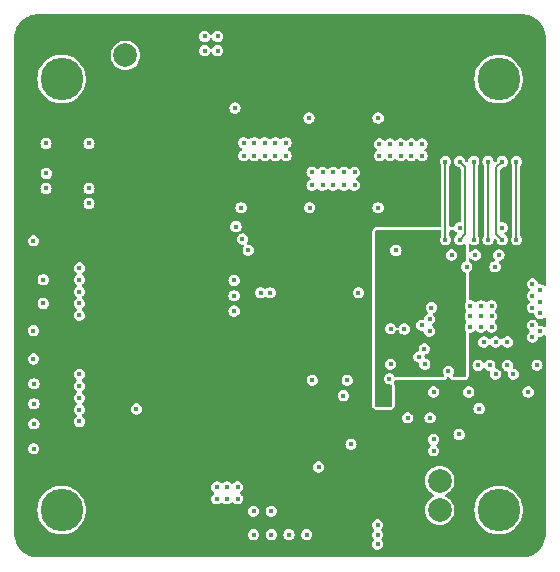
<source format=gbr>
%TF.GenerationSoftware,KiCad,Pcbnew,8.0.7*%
%TF.CreationDate,2025-04-07T22:13:35-04:00*%
%TF.ProjectId,motor-controller,6d6f746f-722d-4636-9f6e-74726f6c6c65,1*%
%TF.SameCoordinates,Original*%
%TF.FileFunction,Copper,L4,Inr*%
%TF.FilePolarity,Positive*%
%FSLAX46Y46*%
G04 Gerber Fmt 4.6, Leading zero omitted, Abs format (unit mm)*
G04 Created by KiCad (PCBNEW 8.0.7) date 2025-04-07 22:13:35*
%MOMM*%
%LPD*%
G01*
G04 APERTURE LIST*
%TA.AperFunction,ComponentPad*%
%ADD10C,3.600000*%
%TD*%
%TA.AperFunction,ViaPad*%
%ADD11C,0.450000*%
%TD*%
%TA.AperFunction,ViaPad*%
%ADD12C,2.000000*%
%TD*%
%TA.AperFunction,Conductor*%
%ADD13C,0.175000*%
%TD*%
G04 APERTURE END LIST*
D10*
%TO.N,N/C*%
%TO.C,H2*%
X228500000Y-129000000D03*
%TD*%
%TO.N,N/C*%
%TO.C,H1*%
X191500000Y-129000000D03*
%TD*%
%TO.N,N/C*%
%TO.C,H3*%
X191500000Y-165500000D03*
%TD*%
%TO.N,N/C*%
%TO.C,H4*%
X228500000Y-165500000D03*
%TD*%
D11*
%TO.N,/motor_driver/MOTOR_{U}*%
X212700000Y-138000000D03*
X213600000Y-138000000D03*
X216300000Y-136900000D03*
X212700000Y-136900000D03*
X215400000Y-138000000D03*
X215400000Y-136900000D03*
X216300000Y-138000000D03*
X214500000Y-136900000D03*
X228520000Y-143900000D03*
X213600000Y-136900000D03*
X214500000Y-138000000D03*
D12*
%TO.N,GND*%
X223500000Y-165500000D03*
D11*
X227900000Y-149100000D03*
X222800000Y-148350000D03*
X220500000Y-150169999D03*
X189940000Y-148000000D03*
X204650000Y-164550000D03*
X223000000Y-155500000D03*
X227000000Y-149100000D03*
X227000000Y-150000000D03*
X231350000Y-149850000D03*
X189150000Y-154800000D03*
X227900000Y-150000000D03*
X231750000Y-153230000D03*
X189150000Y-158200000D03*
X204650000Y-163550000D03*
X207750000Y-165590001D03*
X224250000Y-153750000D03*
X226100000Y-148200000D03*
X229250000Y-151270000D03*
X227900000Y-148200000D03*
X205500000Y-164550000D03*
X189940000Y-146000000D03*
X212720000Y-154500000D03*
X203600000Y-126600000D03*
X206400000Y-163550000D03*
X203600000Y-125400000D03*
X193000001Y-149000000D03*
X205500000Y-163550000D03*
X206400000Y-164550000D03*
X190180000Y-134460000D03*
X189100000Y-152700000D03*
X216625000Y-147100000D03*
X189125000Y-160300000D03*
X223000000Y-160480000D03*
X189150000Y-156500000D03*
X215350000Y-155800001D03*
X227250000Y-151270000D03*
X215680000Y-154500000D03*
X227000000Y-148200000D03*
X219800000Y-143520000D03*
X204700000Y-125400000D03*
X190180000Y-138270000D03*
X193000001Y-154000000D03*
X189100000Y-142700000D03*
X206100000Y-148650000D03*
X204700000Y-126600000D03*
X222700000Y-157687500D03*
X209250000Y-165600000D03*
X189100000Y-150300000D03*
X190200000Y-137000000D03*
X228250000Y-151270000D03*
X216000000Y-159930000D03*
X226850000Y-156900000D03*
X226100000Y-150000000D03*
X231000000Y-155500000D03*
X226100000Y-149100000D03*
X219350000Y-150140001D03*
X225150000Y-159100000D03*
D12*
%TO.N,+BATT*%
X196900000Y-127000000D03*
D11*
X219350000Y-153159999D03*
X197825000Y-156950000D03*
X225975001Y-155500000D03*
%TO.N,+3V0*%
X225230000Y-153750000D03*
X220725000Y-145540001D03*
X218750000Y-155875001D03*
X218725000Y-143490001D03*
D12*
X223500000Y-163000000D03*
D11*
%TO.N,/motor_driver/MOTOR_{V}*%
X220200000Y-135500000D03*
X222000000Y-135500000D03*
X221100000Y-135500000D03*
X219300000Y-135500000D03*
X218400000Y-135500000D03*
X221100000Y-134500000D03*
X218400000Y-134500000D03*
X220200000Y-134500000D03*
X222000000Y-134500000D03*
X226520000Y-143900000D03*
X219300000Y-134500000D03*
%TO.N,/motor_driver/MOTOR_{W}*%
X210500000Y-135500000D03*
X207800000Y-135500000D03*
X224520000Y-143900000D03*
X209600000Y-134400000D03*
X206900000Y-135500000D03*
X206900000Y-134400000D03*
X207800000Y-134400000D03*
X208700000Y-135500000D03*
X210500000Y-134400000D03*
X209600000Y-135500000D03*
X208700000Y-134400000D03*
%TO.N,/motor_driver/NRST*%
X226750000Y-153250000D03*
X223000000Y-159520000D03*
X193820000Y-134460000D03*
X219250000Y-154375000D03*
%TO.N,/motor_driver/OSC32_N*%
X229250000Y-153250000D03*
%TO.N,/motor_driver/OSC32_P*%
X229750000Y-154000000D03*
%TO.N,/motor_driver/OSC_N*%
X227750000Y-153250000D03*
%TO.N,/motor_driver/OSC_P*%
X228250000Y-154000000D03*
%TO.N,Net-(D1B-K)*%
X228200000Y-144900000D03*
X228800000Y-141590001D03*
%TO.N,Net-(D2B-K)*%
X225800000Y-144900000D03*
X225200000Y-141590001D03*
%TO.N,+3V3*%
X189940001Y-145000000D03*
X231750000Y-152270000D03*
X217525000Y-147100000D03*
X210750000Y-165590001D03*
X190180000Y-139540000D03*
X193000001Y-159000000D03*
X212950000Y-157575000D03*
X194859999Y-158000000D03*
X218250000Y-162150000D03*
X218250000Y-161300000D03*
X218250000Y-160500000D03*
D12*
X223500000Y-168000000D03*
D11*
X193000001Y-144000000D03*
%TO.N,/motor_driver/VEL_ENC_{~{DET}}*%
X222650000Y-150350000D03*
X193000000Y-158000000D03*
%TO.N,/encoder/VEL_ENC.B*%
X222650000Y-149350000D03*
X193000000Y-156000000D03*
%TO.N,/encoder/VEL_ENC.A*%
X222000000Y-149850000D03*
X193000000Y-157000000D03*
%TO.N,/encoder/VEL_ENC.Z*%
X231350000Y-150850000D03*
X193000000Y-155000000D03*
%TO.N,/encoder/MOSI*%
X193000000Y-148000000D03*
X209150000Y-147100000D03*
%TO.N,/encoder/SCK*%
X208350000Y-147100000D03*
X193000000Y-146000000D03*
%TO.N,/encoder/MISO*%
X193000000Y-147000000D03*
X206100000Y-147350000D03*
%TO.N,/encoder/CSn*%
X206100000Y-146050000D03*
X193000000Y-145000000D03*
%TO.N,/BOOT_UART.RST*%
X209250000Y-167575000D03*
X220800000Y-157687500D03*
%TO.N,Net-(Q1-G)*%
X212445000Y-132300000D03*
X228800000Y-142609999D03*
X228800000Y-135990001D03*
%TO.N,Net-(Q2-G)*%
X230000000Y-135990001D03*
X230000000Y-142609999D03*
X212495001Y-139900000D03*
%TO.N,Net-(Q3-G)*%
X218295001Y-132300000D03*
X226400000Y-142609999D03*
X226400000Y-135990001D03*
%TO.N,/motor_driver/LED_{WARN}*%
X232000000Y-150350000D03*
%TO.N,Net-(Q4-G)*%
X227600000Y-142609999D03*
X218295001Y-139900000D03*
X227600000Y-135990001D03*
%TO.N,Net-(Q5-G)*%
X206175000Y-131450000D03*
X224000000Y-142609999D03*
X224000000Y-135990001D03*
%TO.N,Net-(Q6-G)*%
X206695001Y-139900000D03*
X225200000Y-142609999D03*
X225200000Y-135990001D03*
%TO.N,/motor_driver/LED_{FW_READY}*%
X231350000Y-148350000D03*
%TO.N,/motor_driver/LED_{ERROR}*%
X232000000Y-147850000D03*
%TO.N,/motor_driver/HALL_{1}*%
X222250000Y-153153500D03*
X206800000Y-142550000D03*
%TO.N,/motor_driver/HALL_{2}*%
X221750000Y-152525000D03*
X207300000Y-143500000D03*
%TO.N,/motor_driver/HALL_{3}*%
X206250000Y-141500000D03*
X222200000Y-151850000D03*
%TO.N,/BOOT_UART.RX*%
X210750000Y-167575000D03*
X231350000Y-147350000D03*
%TO.N,Net-(J5-Pin_8)*%
X212250000Y-167575000D03*
%TO.N,/BOOT_UART.BOOT0*%
X207750000Y-167575000D03*
X232000000Y-148850000D03*
%TO.N,/motor_driver/SWCLK*%
X213259999Y-161850000D03*
X193820000Y-138270000D03*
X232000000Y-146850000D03*
%TO.N,Net-(J5-Pin_12)*%
X218250000Y-166750000D03*
X218250000Y-168400000D03*
X218250000Y-167575000D03*
%TO.N,/motor_driver/SWDIO*%
X193820000Y-139540000D03*
X231350000Y-146350000D03*
%TD*%
D13*
%TO.N,Net-(Q1-G)*%
X228308500Y-136481501D02*
X228800000Y-135990001D01*
X228308500Y-142118499D02*
X228308500Y-136481501D01*
X228800000Y-142609999D02*
X228308500Y-142118499D01*
%TO.N,Net-(Q2-G)*%
X230000000Y-142609999D02*
X230000000Y-135990001D01*
%TO.N,Net-(Q3-G)*%
X226400000Y-142609999D02*
X226400000Y-135990001D01*
%TO.N,Net-(Q4-G)*%
X227600000Y-142609999D02*
X227600000Y-135990001D01*
%TO.N,Net-(Q5-G)*%
X224000000Y-142609999D02*
X224000000Y-135990001D01*
%TO.N,Net-(Q6-G)*%
X225691500Y-136481501D02*
X225200000Y-135990001D01*
X225200000Y-142609999D02*
X225691500Y-142118499D01*
X225691500Y-142118499D02*
X225691500Y-136481501D01*
%TD*%
%TA.AperFunction,Conductor*%
%TO.N,+3V3*%
G36*
X230501121Y-123500020D02*
G01*
X230635109Y-123502409D01*
X230650528Y-123503650D01*
X230916897Y-123541948D01*
X230934184Y-123545708D01*
X231191313Y-123621209D01*
X231207887Y-123627391D01*
X231317159Y-123677293D01*
X231451659Y-123738717D01*
X231467173Y-123747188D01*
X231692628Y-123892080D01*
X231706787Y-123902679D01*
X231909317Y-124078172D01*
X231921827Y-124090682D01*
X232097320Y-124293212D01*
X232107921Y-124307374D01*
X232252808Y-124532821D01*
X232261284Y-124548345D01*
X232372608Y-124792112D01*
X232378791Y-124808688D01*
X232454290Y-125065814D01*
X232458051Y-125083102D01*
X232496348Y-125349463D01*
X232497590Y-125364898D01*
X232499980Y-125498877D01*
X232500000Y-125501089D01*
X232500000Y-146379012D01*
X232480315Y-146446051D01*
X232427511Y-146491806D01*
X232358353Y-146501750D01*
X232308962Y-146483328D01*
X232199559Y-146413021D01*
X232068368Y-146374500D01*
X232068367Y-146374500D01*
X231941359Y-146374500D01*
X231874320Y-146354815D01*
X231828565Y-146302011D01*
X231818621Y-146268146D01*
X231817410Y-146259721D01*
X231810931Y-146214658D01*
X231774710Y-146135345D01*
X231754132Y-146090285D01*
X231754127Y-146090278D01*
X231664590Y-145986946D01*
X231664586Y-145986942D01*
X231552113Y-145914662D01*
X231549561Y-145913022D01*
X231549560Y-145913021D01*
X231549559Y-145913021D01*
X231418368Y-145874500D01*
X231418367Y-145874500D01*
X231281633Y-145874500D01*
X231281632Y-145874500D01*
X231150440Y-145913021D01*
X231035413Y-145986942D01*
X231035409Y-145986946D01*
X230945872Y-146090278D01*
X230945867Y-146090285D01*
X230889070Y-146214654D01*
X230889068Y-146214662D01*
X230869610Y-146350000D01*
X230889068Y-146485337D01*
X230889070Y-146485345D01*
X230945867Y-146609714D01*
X230945872Y-146609721D01*
X231035409Y-146713053D01*
X231035411Y-146713055D01*
X231086184Y-146745684D01*
X231131939Y-146798488D01*
X231141883Y-146867646D01*
X231112859Y-146931202D01*
X231086185Y-146954314D01*
X231067274Y-146966467D01*
X231035410Y-146986945D01*
X231035409Y-146986946D01*
X230945872Y-147090278D01*
X230945867Y-147090285D01*
X230889070Y-147214654D01*
X230889068Y-147214662D01*
X230869610Y-147350000D01*
X230889068Y-147485337D01*
X230889070Y-147485345D01*
X230945867Y-147609714D01*
X230945872Y-147609721D01*
X231028271Y-147704815D01*
X231035411Y-147713055D01*
X231086184Y-147745684D01*
X231131939Y-147798488D01*
X231141883Y-147867646D01*
X231112859Y-147931202D01*
X231086185Y-147954314D01*
X231067274Y-147966467D01*
X231035410Y-147986945D01*
X231035409Y-147986946D01*
X230945872Y-148090278D01*
X230945867Y-148090285D01*
X230889070Y-148214654D01*
X230889068Y-148214662D01*
X230869610Y-148350000D01*
X230889068Y-148485337D01*
X230889070Y-148485345D01*
X230945867Y-148609714D01*
X230945872Y-148609721D01*
X231035409Y-148713053D01*
X231035413Y-148713057D01*
X231077782Y-148740285D01*
X231150439Y-148786978D01*
X231216036Y-148806239D01*
X231281632Y-148825500D01*
X231408641Y-148825500D01*
X231475680Y-148845185D01*
X231521435Y-148897989D01*
X231531379Y-148931854D01*
X231539068Y-148985336D01*
X231539070Y-148985345D01*
X231595867Y-149109714D01*
X231595872Y-149109722D01*
X231687832Y-149215850D01*
X231716857Y-149279406D01*
X231715205Y-149290889D01*
X231755881Y-149278947D01*
X231791289Y-149286660D01*
X231791930Y-149284480D01*
X231931632Y-149325500D01*
X231931633Y-149325500D01*
X232068367Y-149325500D01*
X232199561Y-149286978D01*
X232308963Y-149216670D01*
X232376001Y-149196987D01*
X232443040Y-149216672D01*
X232488795Y-149269476D01*
X232500000Y-149320987D01*
X232500000Y-149879012D01*
X232480315Y-149946051D01*
X232427511Y-149991806D01*
X232358353Y-150001750D01*
X232308962Y-149983328D01*
X232199559Y-149913021D01*
X232068368Y-149874500D01*
X232068367Y-149874500D01*
X231941359Y-149874500D01*
X231874320Y-149854815D01*
X231828565Y-149802011D01*
X231818621Y-149768146D01*
X231810931Y-149714658D01*
X231798677Y-149687827D01*
X231754132Y-149590285D01*
X231754127Y-149590277D01*
X231662167Y-149484149D01*
X231633142Y-149420593D01*
X231634793Y-149409109D01*
X231594118Y-149421052D01*
X231558708Y-149413345D01*
X231558070Y-149415520D01*
X231418368Y-149374500D01*
X231418367Y-149374500D01*
X231281633Y-149374500D01*
X231281632Y-149374500D01*
X231150440Y-149413021D01*
X231035413Y-149486942D01*
X231035409Y-149486946D01*
X230945872Y-149590278D01*
X230945867Y-149590285D01*
X230889070Y-149714654D01*
X230889068Y-149714662D01*
X230869610Y-149850000D01*
X230889068Y-149985337D01*
X230889070Y-149985345D01*
X230945867Y-150109714D01*
X230945872Y-150109721D01*
X231035409Y-150213053D01*
X231035411Y-150213055D01*
X231086184Y-150245684D01*
X231131939Y-150298488D01*
X231141883Y-150367646D01*
X231112859Y-150431202D01*
X231086185Y-150454314D01*
X231067274Y-150466467D01*
X231035410Y-150486945D01*
X231035409Y-150486946D01*
X230945872Y-150590278D01*
X230945867Y-150590285D01*
X230889070Y-150714654D01*
X230889068Y-150714662D01*
X230869610Y-150850000D01*
X230889068Y-150985337D01*
X230889070Y-150985345D01*
X230945867Y-151109714D01*
X230945872Y-151109721D01*
X231035409Y-151213053D01*
X231035413Y-151213057D01*
X231095979Y-151251979D01*
X231150439Y-151286978D01*
X231216036Y-151306239D01*
X231281632Y-151325500D01*
X231281633Y-151325500D01*
X231418367Y-151325500D01*
X231549561Y-151286978D01*
X231664589Y-151213055D01*
X231754130Y-151109718D01*
X231810931Y-150985342D01*
X231818621Y-150931852D01*
X231847645Y-150868298D01*
X231906423Y-150830523D01*
X231941359Y-150825500D01*
X232068367Y-150825500D01*
X232199561Y-150786978D01*
X232308963Y-150716670D01*
X232376001Y-150696987D01*
X232443040Y-150716672D01*
X232488795Y-150769476D01*
X232500000Y-150820987D01*
X232500000Y-167498910D01*
X232499980Y-167501122D01*
X232497590Y-167635101D01*
X232496348Y-167650536D01*
X232458051Y-167916897D01*
X232454290Y-167934185D01*
X232378791Y-168191311D01*
X232372608Y-168207887D01*
X232261284Y-168451654D01*
X232252805Y-168467183D01*
X232107922Y-168692624D01*
X232097320Y-168706787D01*
X231921827Y-168909317D01*
X231909317Y-168921827D01*
X231706787Y-169097320D01*
X231692624Y-169107922D01*
X231467183Y-169252805D01*
X231451654Y-169261284D01*
X231207887Y-169372608D01*
X231191311Y-169378791D01*
X230934185Y-169454290D01*
X230916897Y-169458051D01*
X230650536Y-169496348D01*
X230635101Y-169497590D01*
X230504818Y-169499914D01*
X230501120Y-169499980D01*
X230498910Y-169500000D01*
X189501090Y-169500000D01*
X189498879Y-169499980D01*
X189495015Y-169499911D01*
X189364898Y-169497590D01*
X189349463Y-169496348D01*
X189083102Y-169458051D01*
X189065814Y-169454290D01*
X188808688Y-169378791D01*
X188792112Y-169372608D01*
X188548345Y-169261284D01*
X188532821Y-169252808D01*
X188307374Y-169107921D01*
X188293212Y-169097320D01*
X188090682Y-168921827D01*
X188078172Y-168909317D01*
X187902679Y-168706787D01*
X187892077Y-168692624D01*
X187747188Y-168467173D01*
X187738715Y-168451654D01*
X187627391Y-168207887D01*
X187621208Y-168191311D01*
X187606225Y-168140285D01*
X187545708Y-167934184D01*
X187541948Y-167916897D01*
X187530133Y-167834721D01*
X187503650Y-167650528D01*
X187502409Y-167635109D01*
X187501337Y-167575000D01*
X207269610Y-167575000D01*
X207289068Y-167710337D01*
X207289070Y-167710345D01*
X207345867Y-167834714D01*
X207345872Y-167834721D01*
X207435409Y-167938053D01*
X207435413Y-167938057D01*
X207484893Y-167969855D01*
X207550439Y-168011978D01*
X207616036Y-168031239D01*
X207681632Y-168050500D01*
X207681633Y-168050500D01*
X207818367Y-168050500D01*
X207949561Y-168011978D01*
X208064589Y-167938055D01*
X208154130Y-167834718D01*
X208210931Y-167710342D01*
X208230390Y-167575000D01*
X208769610Y-167575000D01*
X208789068Y-167710337D01*
X208789070Y-167710345D01*
X208845867Y-167834714D01*
X208845872Y-167834721D01*
X208935409Y-167938053D01*
X208935413Y-167938057D01*
X208984893Y-167969855D01*
X209050439Y-168011978D01*
X209116036Y-168031239D01*
X209181632Y-168050500D01*
X209181633Y-168050500D01*
X209318367Y-168050500D01*
X209449561Y-168011978D01*
X209564589Y-167938055D01*
X209654130Y-167834718D01*
X209710931Y-167710342D01*
X209730390Y-167575000D01*
X210269610Y-167575000D01*
X210289068Y-167710337D01*
X210289070Y-167710345D01*
X210345867Y-167834714D01*
X210345872Y-167834721D01*
X210435409Y-167938053D01*
X210435413Y-167938057D01*
X210484893Y-167969855D01*
X210550439Y-168011978D01*
X210616036Y-168031239D01*
X210681632Y-168050500D01*
X210681633Y-168050500D01*
X210818367Y-168050500D01*
X210949561Y-168011978D01*
X211064589Y-167938055D01*
X211154130Y-167834718D01*
X211210931Y-167710342D01*
X211230390Y-167575000D01*
X211769610Y-167575000D01*
X211789068Y-167710337D01*
X211789070Y-167710345D01*
X211845867Y-167834714D01*
X211845872Y-167834721D01*
X211935409Y-167938053D01*
X211935413Y-167938057D01*
X211984893Y-167969855D01*
X212050439Y-168011978D01*
X212116036Y-168031239D01*
X212181632Y-168050500D01*
X212181633Y-168050500D01*
X212318367Y-168050500D01*
X212449561Y-168011978D01*
X212564589Y-167938055D01*
X212654130Y-167834718D01*
X212710931Y-167710342D01*
X212730390Y-167575000D01*
X212710931Y-167439658D01*
X212658506Y-167324863D01*
X212654132Y-167315285D01*
X212654127Y-167315278D01*
X212564590Y-167211946D01*
X212564586Y-167211942D01*
X212473736Y-167153558D01*
X212449561Y-167138022D01*
X212449560Y-167138021D01*
X212449559Y-167138021D01*
X212318368Y-167099500D01*
X212318367Y-167099500D01*
X212181633Y-167099500D01*
X212181632Y-167099500D01*
X212050440Y-167138021D01*
X211935413Y-167211942D01*
X211935409Y-167211946D01*
X211845872Y-167315278D01*
X211845867Y-167315285D01*
X211789070Y-167439654D01*
X211789068Y-167439662D01*
X211769610Y-167575000D01*
X211230390Y-167575000D01*
X211210931Y-167439658D01*
X211158506Y-167324863D01*
X211154132Y-167315285D01*
X211154127Y-167315278D01*
X211064590Y-167211946D01*
X211064586Y-167211942D01*
X210973736Y-167153558D01*
X210949561Y-167138022D01*
X210949560Y-167138021D01*
X210949559Y-167138021D01*
X210818368Y-167099500D01*
X210818367Y-167099500D01*
X210681633Y-167099500D01*
X210681632Y-167099500D01*
X210550440Y-167138021D01*
X210435413Y-167211942D01*
X210435409Y-167211946D01*
X210345872Y-167315278D01*
X210345867Y-167315285D01*
X210289070Y-167439654D01*
X210289068Y-167439662D01*
X210269610Y-167575000D01*
X209730390Y-167575000D01*
X209710931Y-167439658D01*
X209658506Y-167324863D01*
X209654132Y-167315285D01*
X209654127Y-167315278D01*
X209564590Y-167211946D01*
X209564586Y-167211942D01*
X209473736Y-167153558D01*
X209449561Y-167138022D01*
X209449560Y-167138021D01*
X209449559Y-167138021D01*
X209318368Y-167099500D01*
X209318367Y-167099500D01*
X209181633Y-167099500D01*
X209181632Y-167099500D01*
X209050440Y-167138021D01*
X208935413Y-167211942D01*
X208935409Y-167211946D01*
X208845872Y-167315278D01*
X208845867Y-167315285D01*
X208789070Y-167439654D01*
X208789068Y-167439662D01*
X208769610Y-167575000D01*
X208230390Y-167575000D01*
X208210931Y-167439658D01*
X208158506Y-167324863D01*
X208154132Y-167315285D01*
X208154127Y-167315278D01*
X208064590Y-167211946D01*
X208064586Y-167211942D01*
X207973736Y-167153558D01*
X207949561Y-167138022D01*
X207949560Y-167138021D01*
X207949559Y-167138021D01*
X207818368Y-167099500D01*
X207818367Y-167099500D01*
X207681633Y-167099500D01*
X207681632Y-167099500D01*
X207550440Y-167138021D01*
X207435413Y-167211942D01*
X207435409Y-167211946D01*
X207345872Y-167315278D01*
X207345867Y-167315285D01*
X207289070Y-167439654D01*
X207289068Y-167439662D01*
X207269610Y-167575000D01*
X187501337Y-167575000D01*
X187500020Y-167501121D01*
X187500000Y-167498910D01*
X187500000Y-165500000D01*
X189444709Y-165500000D01*
X189463851Y-165779862D01*
X189463852Y-165779864D01*
X189520921Y-166054499D01*
X189520926Y-166054516D01*
X189599109Y-166274500D01*
X189614864Y-166318830D01*
X189743919Y-166567896D01*
X189905688Y-166797069D01*
X189905692Y-166797073D01*
X189905692Y-166797074D01*
X190097154Y-167002080D01*
X190097155Y-167002081D01*
X190314754Y-167179111D01*
X190314756Y-167179112D01*
X190314757Y-167179113D01*
X190554433Y-167324863D01*
X190763257Y-167415567D01*
X190811725Y-167436620D01*
X191081839Y-167512303D01*
X191326159Y-167545884D01*
X191359741Y-167550500D01*
X191359742Y-167550500D01*
X191640259Y-167550500D01*
X191670219Y-167546381D01*
X191918161Y-167512303D01*
X192188275Y-167436620D01*
X192445568Y-167324862D01*
X192685246Y-167179111D01*
X192902845Y-167002081D01*
X193094312Y-166797069D01*
X193127537Y-166750000D01*
X217769610Y-166750000D01*
X217789068Y-166885337D01*
X217789070Y-166885345D01*
X217845867Y-167009714D01*
X217845870Y-167009718D01*
X217907893Y-167081298D01*
X217936917Y-167144855D01*
X217926973Y-167214013D01*
X217907893Y-167243702D01*
X217845870Y-167315281D01*
X217845867Y-167315285D01*
X217789070Y-167439654D01*
X217789068Y-167439662D01*
X217769610Y-167575000D01*
X217789068Y-167710337D01*
X217789070Y-167710345D01*
X217845867Y-167834714D01*
X217845870Y-167834718D01*
X217907893Y-167906298D01*
X217936917Y-167969855D01*
X217926973Y-168039013D01*
X217907893Y-168068702D01*
X217845870Y-168140281D01*
X217845867Y-168140285D01*
X217789070Y-168264654D01*
X217789068Y-168264662D01*
X217769610Y-168400000D01*
X217789068Y-168535337D01*
X217789070Y-168535345D01*
X217845867Y-168659714D01*
X217845872Y-168659721D01*
X217935409Y-168763053D01*
X217935413Y-168763057D01*
X217995979Y-168801979D01*
X218050439Y-168836978D01*
X218116036Y-168856239D01*
X218181632Y-168875500D01*
X218181633Y-168875500D01*
X218318367Y-168875500D01*
X218449561Y-168836978D01*
X218564589Y-168763055D01*
X218654130Y-168659718D01*
X218710931Y-168535342D01*
X218730390Y-168400000D01*
X218710931Y-168264658D01*
X218698677Y-168237827D01*
X218654132Y-168140285D01*
X218654130Y-168140283D01*
X218654130Y-168140282D01*
X218592104Y-168068700D01*
X218563081Y-168005147D01*
X218573025Y-167935989D01*
X218592102Y-167906302D01*
X218654130Y-167834718D01*
X218710931Y-167710342D01*
X218730390Y-167575000D01*
X218710931Y-167439658D01*
X218658506Y-167324863D01*
X218654132Y-167315285D01*
X218654130Y-167315283D01*
X218654130Y-167315282D01*
X218592104Y-167243700D01*
X218563081Y-167180147D01*
X218573025Y-167110989D01*
X218592102Y-167081302D01*
X218654130Y-167009718D01*
X218710931Y-166885342D01*
X218730390Y-166750000D01*
X218710931Y-166614658D01*
X218689575Y-166567896D01*
X218654132Y-166490285D01*
X218654127Y-166490278D01*
X218564590Y-166386946D01*
X218564586Y-166386942D01*
X218473736Y-166328558D01*
X218449561Y-166313022D01*
X218449560Y-166313021D01*
X218449559Y-166313021D01*
X218318368Y-166274500D01*
X218318367Y-166274500D01*
X218181633Y-166274500D01*
X218181632Y-166274500D01*
X218050440Y-166313021D01*
X217935413Y-166386942D01*
X217935409Y-166386946D01*
X217845872Y-166490278D01*
X217845867Y-166490285D01*
X217789070Y-166614654D01*
X217789068Y-166614662D01*
X217769610Y-166750000D01*
X193127537Y-166750000D01*
X193256081Y-166567896D01*
X193385136Y-166318830D01*
X193479075Y-166054511D01*
X193479076Y-166054504D01*
X193479078Y-166054499D01*
X193519553Y-165859721D01*
X193536148Y-165779862D01*
X193549135Y-165590001D01*
X207269610Y-165590001D01*
X207289068Y-165725338D01*
X207289070Y-165725346D01*
X207345867Y-165849715D01*
X207345872Y-165849722D01*
X207435409Y-165953054D01*
X207435413Y-165953058D01*
X207495979Y-165991980D01*
X207550439Y-166026979D01*
X207616036Y-166046240D01*
X207681632Y-166065501D01*
X207681633Y-166065501D01*
X207818367Y-166065501D01*
X207949561Y-166026979D01*
X208064589Y-165953056D01*
X208154130Y-165849719D01*
X208210931Y-165725343D01*
X208228952Y-165600000D01*
X208769610Y-165600000D01*
X208789068Y-165735337D01*
X208789070Y-165735345D01*
X208845867Y-165859714D01*
X208845872Y-165859721D01*
X208935409Y-165963053D01*
X208935413Y-165963057D01*
X208995979Y-166001979D01*
X209050439Y-166036978D01*
X209110110Y-166054499D01*
X209181632Y-166075500D01*
X209181633Y-166075500D01*
X209318367Y-166075500D01*
X209449561Y-166036978D01*
X209564589Y-165963055D01*
X209654130Y-165859718D01*
X209658697Y-165849719D01*
X209690599Y-165779862D01*
X209710931Y-165735342D01*
X209730390Y-165600000D01*
X209710931Y-165464658D01*
X209698677Y-165437827D01*
X209654132Y-165340285D01*
X209654127Y-165340278D01*
X209564590Y-165236946D01*
X209564586Y-165236942D01*
X209449559Y-165163021D01*
X209318368Y-165124500D01*
X209318367Y-165124500D01*
X209181633Y-165124500D01*
X209181632Y-165124500D01*
X209050440Y-165163021D01*
X208935413Y-165236942D01*
X208935409Y-165236946D01*
X208845872Y-165340278D01*
X208845867Y-165340285D01*
X208789070Y-165464654D01*
X208789068Y-165464662D01*
X208769610Y-165600000D01*
X208228952Y-165600000D01*
X208230390Y-165590001D01*
X208210931Y-165454659D01*
X208158698Y-165340285D01*
X208154132Y-165330286D01*
X208154127Y-165330279D01*
X208064590Y-165226947D01*
X208064586Y-165226943D01*
X207949559Y-165153022D01*
X207818368Y-165114501D01*
X207818367Y-165114501D01*
X207681633Y-165114501D01*
X207681632Y-165114501D01*
X207550440Y-165153022D01*
X207435413Y-165226943D01*
X207435409Y-165226947D01*
X207345872Y-165330279D01*
X207345867Y-165330286D01*
X207289070Y-165454655D01*
X207289068Y-165454663D01*
X207269610Y-165590001D01*
X193549135Y-165590001D01*
X193555291Y-165500000D01*
X193536614Y-165226946D01*
X193536148Y-165220137D01*
X193536147Y-165220135D01*
X193479078Y-164945500D01*
X193479073Y-164945483D01*
X193430822Y-164809718D01*
X193385136Y-164681170D01*
X193256081Y-164432104D01*
X193094312Y-164202931D01*
X193094307Y-164202925D01*
X192902845Y-163997919D01*
X192867052Y-163968799D01*
X192685246Y-163820889D01*
X192685244Y-163820888D01*
X192685242Y-163820886D01*
X192445566Y-163675136D01*
X192188276Y-163563380D01*
X192140523Y-163550000D01*
X204169610Y-163550000D01*
X204189068Y-163685337D01*
X204189070Y-163685345D01*
X204245867Y-163809714D01*
X204245872Y-163809721D01*
X204335409Y-163913053D01*
X204335411Y-163913055D01*
X204386184Y-163945684D01*
X204431939Y-163998488D01*
X204441883Y-164067646D01*
X204412859Y-164131202D01*
X204386185Y-164154314D01*
X204386182Y-164154317D01*
X204335410Y-164186945D01*
X204335409Y-164186946D01*
X204245872Y-164290278D01*
X204245867Y-164290285D01*
X204189070Y-164414654D01*
X204189068Y-164414662D01*
X204169610Y-164550000D01*
X204189068Y-164685337D01*
X204189070Y-164685345D01*
X204245867Y-164809714D01*
X204245872Y-164809721D01*
X204335409Y-164913053D01*
X204335413Y-164913057D01*
X204385880Y-164945489D01*
X204450439Y-164986978D01*
X204516036Y-165006239D01*
X204581632Y-165025500D01*
X204581633Y-165025500D01*
X204718367Y-165025500D01*
X204849561Y-164986978D01*
X204964589Y-164913055D01*
X204981286Y-164893784D01*
X205040064Y-164856009D01*
X205109933Y-164856008D01*
X205168709Y-164893780D01*
X205168714Y-164893785D01*
X205185410Y-164913054D01*
X205185413Y-164913057D01*
X205235880Y-164945489D01*
X205300439Y-164986978D01*
X205366036Y-165006239D01*
X205431632Y-165025500D01*
X205431633Y-165025500D01*
X205568367Y-165025500D01*
X205699561Y-164986978D01*
X205814589Y-164913055D01*
X205856289Y-164864930D01*
X205915064Y-164827157D01*
X205984934Y-164827157D01*
X206043709Y-164864928D01*
X206085411Y-164913055D01*
X206085414Y-164913057D01*
X206085413Y-164913057D01*
X206135880Y-164945489D01*
X206200439Y-164986978D01*
X206266036Y-165006239D01*
X206331632Y-165025500D01*
X206331633Y-165025500D01*
X206468367Y-165025500D01*
X206599561Y-164986978D01*
X206714589Y-164913055D01*
X206804130Y-164809718D01*
X206860931Y-164685342D01*
X206880390Y-164550000D01*
X206860931Y-164414658D01*
X206815971Y-164316210D01*
X206804132Y-164290285D01*
X206804127Y-164290278D01*
X206714590Y-164186946D01*
X206714591Y-164186946D01*
X206703121Y-164179575D01*
X206663813Y-164154313D01*
X206618060Y-164101513D01*
X206608116Y-164032355D01*
X206637140Y-163968799D01*
X206663809Y-163945688D01*
X206714589Y-163913055D01*
X206804130Y-163809718D01*
X206805428Y-163806877D01*
X206850000Y-163709277D01*
X206860931Y-163685342D01*
X206880390Y-163550000D01*
X206860931Y-163414658D01*
X206825000Y-163335980D01*
X206804132Y-163290285D01*
X206804127Y-163290278D01*
X206714590Y-163186946D01*
X206714586Y-163186942D01*
X206599559Y-163113021D01*
X206468368Y-163074500D01*
X206468367Y-163074500D01*
X206331633Y-163074500D01*
X206331632Y-163074500D01*
X206200440Y-163113021D01*
X206085413Y-163186942D01*
X206085413Y-163186943D01*
X206085411Y-163186944D01*
X206085411Y-163186945D01*
X206058521Y-163217979D01*
X206043713Y-163235068D01*
X205984935Y-163272842D01*
X205915065Y-163272842D01*
X205856287Y-163235068D01*
X205814589Y-163186945D01*
X205814586Y-163186943D01*
X205814586Y-163186942D01*
X205699559Y-163113021D01*
X205568368Y-163074500D01*
X205568367Y-163074500D01*
X205431633Y-163074500D01*
X205431632Y-163074500D01*
X205300440Y-163113021D01*
X205185413Y-163186942D01*
X205185408Y-163186947D01*
X205168712Y-163206216D01*
X205109934Y-163243990D01*
X205040064Y-163243990D01*
X204981288Y-163206216D01*
X204964591Y-163186947D01*
X204964586Y-163186942D01*
X204849559Y-163113021D01*
X204718368Y-163074500D01*
X204718367Y-163074500D01*
X204581633Y-163074500D01*
X204581632Y-163074500D01*
X204450440Y-163113021D01*
X204335413Y-163186942D01*
X204335409Y-163186946D01*
X204245872Y-163290278D01*
X204245867Y-163290285D01*
X204189070Y-163414654D01*
X204189068Y-163414662D01*
X204169610Y-163550000D01*
X192140523Y-163550000D01*
X191918166Y-163487698D01*
X191918162Y-163487697D01*
X191918161Y-163487697D01*
X191779209Y-163468598D01*
X191640259Y-163449500D01*
X191640258Y-163449500D01*
X191359742Y-163449500D01*
X191359741Y-163449500D01*
X191081839Y-163487697D01*
X191081833Y-163487698D01*
X190811723Y-163563380D01*
X190554433Y-163675136D01*
X190314757Y-163820886D01*
X190097154Y-163997919D01*
X189905692Y-164202925D01*
X189905692Y-164202926D01*
X189905689Y-164202928D01*
X189905688Y-164202931D01*
X189872463Y-164250000D01*
X189743919Y-164432103D01*
X189614863Y-164681171D01*
X189520926Y-164945483D01*
X189520921Y-164945500D01*
X189463852Y-165220135D01*
X189463851Y-165220137D01*
X189444709Y-165500000D01*
X187500000Y-165500000D01*
X187500000Y-162999997D01*
X222244723Y-162999997D01*
X222244723Y-163000002D01*
X222263793Y-163217975D01*
X222263793Y-163217979D01*
X222320422Y-163429322D01*
X222320424Y-163429326D01*
X222320425Y-163429330D01*
X222366661Y-163528484D01*
X222412897Y-163627638D01*
X222412898Y-163627639D01*
X222538402Y-163806877D01*
X222693123Y-163961598D01*
X222872361Y-164087102D01*
X222903265Y-164101513D01*
X222980693Y-164137618D01*
X223033132Y-164183790D01*
X223052284Y-164250984D01*
X223032068Y-164317865D01*
X222980693Y-164362382D01*
X222872362Y-164412898D01*
X222872357Y-164412900D01*
X222693121Y-164538402D01*
X222538402Y-164693121D01*
X222412900Y-164872357D01*
X222412898Y-164872361D01*
X222320426Y-165070668D01*
X222320422Y-165070677D01*
X222263793Y-165282020D01*
X222263793Y-165282024D01*
X222244723Y-165499997D01*
X222244723Y-165500002D01*
X222263793Y-165717975D01*
X222263793Y-165717979D01*
X222320422Y-165929322D01*
X222320424Y-165929326D01*
X222320425Y-165929330D01*
X222365959Y-166026979D01*
X222412897Y-166127638D01*
X222412898Y-166127639D01*
X222538402Y-166306877D01*
X222693123Y-166461598D01*
X222872361Y-166587102D01*
X223070670Y-166679575D01*
X223282023Y-166736207D01*
X223464926Y-166752208D01*
X223499998Y-166755277D01*
X223500000Y-166755277D01*
X223500002Y-166755277D01*
X223528254Y-166752805D01*
X223717977Y-166736207D01*
X223929330Y-166679575D01*
X224127639Y-166587102D01*
X224306877Y-166461598D01*
X224461598Y-166306877D01*
X224587102Y-166127639D01*
X224679575Y-165929330D01*
X224736207Y-165717977D01*
X224755277Y-165500000D01*
X226444709Y-165500000D01*
X226463851Y-165779862D01*
X226463852Y-165779864D01*
X226520921Y-166054499D01*
X226520926Y-166054516D01*
X226599109Y-166274500D01*
X226614864Y-166318830D01*
X226743919Y-166567896D01*
X226905688Y-166797069D01*
X226905692Y-166797073D01*
X226905692Y-166797074D01*
X227097154Y-167002080D01*
X227097155Y-167002081D01*
X227314754Y-167179111D01*
X227314756Y-167179112D01*
X227314757Y-167179113D01*
X227554433Y-167324863D01*
X227763257Y-167415567D01*
X227811725Y-167436620D01*
X228081839Y-167512303D01*
X228326159Y-167545884D01*
X228359741Y-167550500D01*
X228359742Y-167550500D01*
X228640259Y-167550500D01*
X228670219Y-167546381D01*
X228918161Y-167512303D01*
X229188275Y-167436620D01*
X229445568Y-167324862D01*
X229685246Y-167179111D01*
X229902845Y-167002081D01*
X230094312Y-166797069D01*
X230256081Y-166567896D01*
X230385136Y-166318830D01*
X230479075Y-166054511D01*
X230479076Y-166054504D01*
X230479078Y-166054499D01*
X230519553Y-165859721D01*
X230536148Y-165779862D01*
X230555291Y-165500000D01*
X230536614Y-165226946D01*
X230536148Y-165220137D01*
X230536147Y-165220135D01*
X230479078Y-164945500D01*
X230479073Y-164945483D01*
X230430822Y-164809718D01*
X230385136Y-164681170D01*
X230256081Y-164432104D01*
X230094312Y-164202931D01*
X230094307Y-164202925D01*
X229902845Y-163997919D01*
X229867052Y-163968799D01*
X229685246Y-163820889D01*
X229685244Y-163820888D01*
X229685242Y-163820886D01*
X229445566Y-163675136D01*
X229188276Y-163563380D01*
X228918166Y-163487698D01*
X228918162Y-163487697D01*
X228918161Y-163487697D01*
X228779209Y-163468598D01*
X228640259Y-163449500D01*
X228640258Y-163449500D01*
X228359742Y-163449500D01*
X228359741Y-163449500D01*
X228081839Y-163487697D01*
X228081833Y-163487698D01*
X227811723Y-163563380D01*
X227554433Y-163675136D01*
X227314757Y-163820886D01*
X227097154Y-163997919D01*
X226905692Y-164202925D01*
X226905692Y-164202926D01*
X226905689Y-164202928D01*
X226905688Y-164202931D01*
X226872463Y-164250000D01*
X226743919Y-164432103D01*
X226614863Y-164681171D01*
X226520926Y-164945483D01*
X226520921Y-164945500D01*
X226463852Y-165220135D01*
X226463851Y-165220137D01*
X226444709Y-165500000D01*
X224755277Y-165500000D01*
X224736207Y-165282023D01*
X224679575Y-165070670D01*
X224587102Y-164872362D01*
X224587100Y-164872359D01*
X224587099Y-164872357D01*
X224461599Y-164693124D01*
X224449645Y-164681170D01*
X224306877Y-164538402D01*
X224127639Y-164412898D01*
X224080082Y-164390722D01*
X224019307Y-164362382D01*
X223966867Y-164316210D01*
X223947715Y-164249016D01*
X223967931Y-164182135D01*
X224019307Y-164137618D01*
X224033066Y-164131202D01*
X224127639Y-164087102D01*
X224306877Y-163961598D01*
X224461598Y-163806877D01*
X224587102Y-163627639D01*
X224679575Y-163429330D01*
X224736207Y-163217977D01*
X224755277Y-163000000D01*
X224736207Y-162782023D01*
X224679575Y-162570670D01*
X224587102Y-162372362D01*
X224587100Y-162372359D01*
X224587099Y-162372357D01*
X224461599Y-162193124D01*
X224461596Y-162193121D01*
X224306877Y-162038402D01*
X224127639Y-161912898D01*
X224127640Y-161912898D01*
X224127638Y-161912897D01*
X224028484Y-161866661D01*
X223929330Y-161820425D01*
X223929326Y-161820424D01*
X223929322Y-161820422D01*
X223717977Y-161763793D01*
X223500002Y-161744723D01*
X223499998Y-161744723D01*
X223354682Y-161757436D01*
X223282023Y-161763793D01*
X223282020Y-161763793D01*
X223070677Y-161820422D01*
X223070668Y-161820426D01*
X222872361Y-161912898D01*
X222872357Y-161912900D01*
X222693121Y-162038402D01*
X222538402Y-162193121D01*
X222412900Y-162372357D01*
X222412898Y-162372361D01*
X222320426Y-162570668D01*
X222320422Y-162570677D01*
X222263793Y-162782020D01*
X222263793Y-162782024D01*
X222244723Y-162999997D01*
X187500000Y-162999997D01*
X187500000Y-161850000D01*
X212779609Y-161850000D01*
X212799067Y-161985337D01*
X212799069Y-161985345D01*
X212855866Y-162109714D01*
X212855871Y-162109721D01*
X212945408Y-162213053D01*
X212945412Y-162213057D01*
X213005978Y-162251979D01*
X213060438Y-162286978D01*
X213126035Y-162306239D01*
X213191631Y-162325500D01*
X213191632Y-162325500D01*
X213328366Y-162325500D01*
X213459560Y-162286978D01*
X213574588Y-162213055D01*
X213664129Y-162109718D01*
X213720930Y-161985342D01*
X213740389Y-161850000D01*
X213720930Y-161714658D01*
X213708676Y-161687827D01*
X213664131Y-161590285D01*
X213664126Y-161590278D01*
X213574589Y-161486946D01*
X213574585Y-161486942D01*
X213459558Y-161413021D01*
X213328367Y-161374500D01*
X213328366Y-161374500D01*
X213191632Y-161374500D01*
X213191631Y-161374500D01*
X213060439Y-161413021D01*
X212945412Y-161486942D01*
X212945408Y-161486946D01*
X212855871Y-161590278D01*
X212855866Y-161590285D01*
X212799069Y-161714654D01*
X212799067Y-161714662D01*
X212779609Y-161850000D01*
X187500000Y-161850000D01*
X187500000Y-160300000D01*
X188644610Y-160300000D01*
X188664068Y-160435337D01*
X188664070Y-160435345D01*
X188720867Y-160559714D01*
X188720872Y-160559721D01*
X188810409Y-160663053D01*
X188810413Y-160663057D01*
X188870979Y-160701979D01*
X188925439Y-160736978D01*
X188991036Y-160756239D01*
X189056632Y-160775500D01*
X189056633Y-160775500D01*
X189193367Y-160775500D01*
X189324561Y-160736978D01*
X189439589Y-160663055D01*
X189529130Y-160559718D01*
X189585931Y-160435342D01*
X189605390Y-160300000D01*
X189585931Y-160164658D01*
X189540575Y-160065342D01*
X189529132Y-160040285D01*
X189529127Y-160040278D01*
X189439590Y-159936946D01*
X189439586Y-159936942D01*
X189428784Y-159930000D01*
X215519610Y-159930000D01*
X215539068Y-160065337D01*
X215539070Y-160065345D01*
X215595867Y-160189714D01*
X215595872Y-160189721D01*
X215685409Y-160293053D01*
X215685413Y-160293057D01*
X215745979Y-160331979D01*
X215800439Y-160366978D01*
X215866036Y-160386239D01*
X215931632Y-160405500D01*
X215931633Y-160405500D01*
X216068367Y-160405500D01*
X216199561Y-160366978D01*
X216314589Y-160293055D01*
X216404130Y-160189718D01*
X216460931Y-160065342D01*
X216480390Y-159930000D01*
X216460931Y-159794658D01*
X216448677Y-159767827D01*
X216404132Y-159670285D01*
X216404127Y-159670278D01*
X216314590Y-159566946D01*
X216314586Y-159566942D01*
X216241540Y-159520000D01*
X222519610Y-159520000D01*
X222539068Y-159655337D01*
X222539070Y-159655345D01*
X222595867Y-159779714D01*
X222595872Y-159779721D01*
X222685409Y-159883053D01*
X222685411Y-159883055D01*
X222691756Y-159887132D01*
X222705063Y-159895685D01*
X222750818Y-159948489D01*
X222760761Y-160017648D01*
X222731736Y-160081203D01*
X222705063Y-160104315D01*
X222685413Y-160116943D01*
X222685409Y-160116946D01*
X222595872Y-160220278D01*
X222595867Y-160220285D01*
X222539070Y-160344654D01*
X222539068Y-160344662D01*
X222519610Y-160480000D01*
X222539068Y-160615337D01*
X222539070Y-160615345D01*
X222595867Y-160739714D01*
X222595872Y-160739721D01*
X222685409Y-160843053D01*
X222685413Y-160843057D01*
X222745979Y-160881979D01*
X222800439Y-160916978D01*
X222866036Y-160936239D01*
X222931632Y-160955500D01*
X222931633Y-160955500D01*
X223068367Y-160955500D01*
X223199561Y-160916978D01*
X223314589Y-160843055D01*
X223404130Y-160739718D01*
X223460931Y-160615342D01*
X223480390Y-160480000D01*
X223460931Y-160344658D01*
X223440536Y-160300000D01*
X223404132Y-160220285D01*
X223404127Y-160220278D01*
X223314590Y-160116946D01*
X223314586Y-160116942D01*
X223294938Y-160104316D01*
X223249182Y-160051513D01*
X223239238Y-159982354D01*
X223268262Y-159918798D01*
X223294938Y-159895684D01*
X223314586Y-159883057D01*
X223314586Y-159883056D01*
X223314589Y-159883055D01*
X223404130Y-159779718D01*
X223460931Y-159655342D01*
X223480390Y-159520000D01*
X223460931Y-159384658D01*
X223448677Y-159357827D01*
X223404132Y-159260285D01*
X223404127Y-159260278D01*
X223314590Y-159156946D01*
X223314586Y-159156942D01*
X223225980Y-159100000D01*
X224669610Y-159100000D01*
X224689068Y-159235337D01*
X224689070Y-159235345D01*
X224745867Y-159359714D01*
X224745872Y-159359721D01*
X224835409Y-159463053D01*
X224835413Y-159463057D01*
X224882041Y-159493022D01*
X224950439Y-159536978D01*
X225016036Y-159556239D01*
X225081632Y-159575500D01*
X225081633Y-159575500D01*
X225218367Y-159575500D01*
X225349561Y-159536978D01*
X225464589Y-159463055D01*
X225554130Y-159359718D01*
X225610931Y-159235342D01*
X225630390Y-159100000D01*
X225610931Y-158964658D01*
X225598677Y-158937827D01*
X225554132Y-158840285D01*
X225554127Y-158840278D01*
X225464590Y-158736946D01*
X225464586Y-158736942D01*
X225349559Y-158663021D01*
X225218368Y-158624500D01*
X225218367Y-158624500D01*
X225081633Y-158624500D01*
X225081632Y-158624500D01*
X224950440Y-158663021D01*
X224835413Y-158736942D01*
X224835409Y-158736946D01*
X224745872Y-158840278D01*
X224745867Y-158840285D01*
X224689070Y-158964654D01*
X224689068Y-158964662D01*
X224669610Y-159100000D01*
X223225980Y-159100000D01*
X223199559Y-159083021D01*
X223068368Y-159044500D01*
X223068367Y-159044500D01*
X222931633Y-159044500D01*
X222931632Y-159044500D01*
X222800440Y-159083021D01*
X222685413Y-159156942D01*
X222685409Y-159156946D01*
X222595872Y-159260278D01*
X222595867Y-159260285D01*
X222539070Y-159384654D01*
X222539068Y-159384662D01*
X222519610Y-159520000D01*
X216241540Y-159520000D01*
X216199559Y-159493021D01*
X216068368Y-159454500D01*
X216068367Y-159454500D01*
X215931633Y-159454500D01*
X215931632Y-159454500D01*
X215800440Y-159493021D01*
X215685413Y-159566942D01*
X215685409Y-159566946D01*
X215595872Y-159670278D01*
X215595867Y-159670285D01*
X215539070Y-159794654D01*
X215539068Y-159794662D01*
X215519610Y-159930000D01*
X189428784Y-159930000D01*
X189324559Y-159863021D01*
X189193368Y-159824500D01*
X189193367Y-159824500D01*
X189056633Y-159824500D01*
X189056632Y-159824500D01*
X188925440Y-159863021D01*
X188810413Y-159936942D01*
X188810409Y-159936946D01*
X188720872Y-160040278D01*
X188720867Y-160040285D01*
X188664070Y-160164654D01*
X188664068Y-160164662D01*
X188644610Y-160300000D01*
X187500000Y-160300000D01*
X187500000Y-158200000D01*
X188669610Y-158200000D01*
X188689068Y-158335337D01*
X188689070Y-158335345D01*
X188745867Y-158459714D01*
X188745872Y-158459721D01*
X188835409Y-158563053D01*
X188835413Y-158563057D01*
X188895979Y-158601979D01*
X188950439Y-158636978D01*
X189016036Y-158656239D01*
X189081632Y-158675500D01*
X189081633Y-158675500D01*
X189218367Y-158675500D01*
X189349561Y-158636978D01*
X189464589Y-158563055D01*
X189554130Y-158459718D01*
X189610931Y-158335342D01*
X189630390Y-158200000D01*
X189610931Y-158064658D01*
X189598677Y-158037827D01*
X189554132Y-157940285D01*
X189554127Y-157940278D01*
X189464590Y-157836946D01*
X189464586Y-157836942D01*
X189349559Y-157763021D01*
X189218368Y-157724500D01*
X189218367Y-157724500D01*
X189081633Y-157724500D01*
X189081632Y-157724500D01*
X188950440Y-157763021D01*
X188835413Y-157836942D01*
X188835409Y-157836946D01*
X188745872Y-157940278D01*
X188745867Y-157940285D01*
X188689070Y-158064654D01*
X188689068Y-158064662D01*
X188669610Y-158200000D01*
X187500000Y-158200000D01*
X187500000Y-156500000D01*
X188669610Y-156500000D01*
X188689068Y-156635337D01*
X188689070Y-156635345D01*
X188745867Y-156759714D01*
X188745872Y-156759721D01*
X188835409Y-156863053D01*
X188835413Y-156863057D01*
X188892899Y-156900000D01*
X188950439Y-156936978D01*
X188994788Y-156950000D01*
X189081632Y-156975500D01*
X189081633Y-156975500D01*
X189218367Y-156975500D01*
X189349561Y-156936978D01*
X189464589Y-156863055D01*
X189554130Y-156759718D01*
X189610931Y-156635342D01*
X189630390Y-156500000D01*
X189610931Y-156364658D01*
X189563008Y-156259721D01*
X189554132Y-156240285D01*
X189554127Y-156240278D01*
X189464590Y-156136946D01*
X189464586Y-156136942D01*
X189349559Y-156063021D01*
X189218368Y-156024500D01*
X189218367Y-156024500D01*
X189081633Y-156024500D01*
X189081632Y-156024500D01*
X188950440Y-156063021D01*
X188835413Y-156136942D01*
X188835409Y-156136946D01*
X188745872Y-156240278D01*
X188745867Y-156240285D01*
X188689070Y-156364654D01*
X188689068Y-156364662D01*
X188669610Y-156500000D01*
X187500000Y-156500000D01*
X187500000Y-154800000D01*
X188669610Y-154800000D01*
X188689068Y-154935337D01*
X188689070Y-154935345D01*
X188745867Y-155059714D01*
X188745872Y-155059721D01*
X188835409Y-155163053D01*
X188835413Y-155163057D01*
X188895979Y-155201979D01*
X188950439Y-155236978D01*
X188961702Y-155240285D01*
X189081632Y-155275500D01*
X189081633Y-155275500D01*
X189218367Y-155275500D01*
X189349561Y-155236978D01*
X189464589Y-155163055D01*
X189554130Y-155059718D01*
X189581402Y-155000000D01*
X192519610Y-155000000D01*
X192539068Y-155135337D01*
X192539070Y-155135345D01*
X192595867Y-155259714D01*
X192595872Y-155259721D01*
X192652004Y-155324501D01*
X192685411Y-155363055D01*
X192736184Y-155395684D01*
X192781939Y-155448488D01*
X192791883Y-155517646D01*
X192762859Y-155581202D01*
X192736185Y-155604314D01*
X192736182Y-155604317D01*
X192685410Y-155636945D01*
X192685409Y-155636946D01*
X192595872Y-155740278D01*
X192595867Y-155740285D01*
X192539070Y-155864654D01*
X192539068Y-155864662D01*
X192519610Y-156000000D01*
X192539068Y-156135337D01*
X192539070Y-156135345D01*
X192595867Y-156259714D01*
X192595872Y-156259721D01*
X192685409Y-156363053D01*
X192685411Y-156363055D01*
X192736184Y-156395684D01*
X192781939Y-156448488D01*
X192791883Y-156517646D01*
X192762859Y-156581202D01*
X192736185Y-156604314D01*
X192736182Y-156604317D01*
X192685410Y-156636945D01*
X192685409Y-156636946D01*
X192595872Y-156740278D01*
X192595867Y-156740285D01*
X192539070Y-156864654D01*
X192539068Y-156864662D01*
X192519610Y-157000000D01*
X192539068Y-157135337D01*
X192539070Y-157135345D01*
X192595867Y-157259714D01*
X192595872Y-157259721D01*
X192651956Y-157324446D01*
X192685411Y-157363055D01*
X192736184Y-157395684D01*
X192781939Y-157448488D01*
X192791883Y-157517646D01*
X192762859Y-157581202D01*
X192736185Y-157604314D01*
X192736182Y-157604317D01*
X192685410Y-157636945D01*
X192685409Y-157636946D01*
X192595872Y-157740278D01*
X192595867Y-157740285D01*
X192539070Y-157864654D01*
X192539068Y-157864662D01*
X192519610Y-158000000D01*
X192539068Y-158135337D01*
X192539070Y-158135345D01*
X192595867Y-158259714D01*
X192595872Y-158259721D01*
X192685409Y-158363053D01*
X192685413Y-158363057D01*
X192745979Y-158401979D01*
X192800439Y-158436978D01*
X192866036Y-158456239D01*
X192931632Y-158475500D01*
X192931633Y-158475500D01*
X193068367Y-158475500D01*
X193199561Y-158436978D01*
X193314589Y-158363055D01*
X193404130Y-158259718D01*
X193460931Y-158135342D01*
X193480390Y-158000000D01*
X193460931Y-157864658D01*
X193441832Y-157822837D01*
X193404132Y-157740285D01*
X193404127Y-157740278D01*
X193358395Y-157687500D01*
X220319610Y-157687500D01*
X220339068Y-157822837D01*
X220339070Y-157822845D01*
X220395867Y-157947214D01*
X220395872Y-157947221D01*
X220485409Y-158050553D01*
X220485413Y-158050557D01*
X220507362Y-158064662D01*
X220600439Y-158124478D01*
X220637449Y-158135345D01*
X220731632Y-158163000D01*
X220731633Y-158163000D01*
X220868367Y-158163000D01*
X220999561Y-158124478D01*
X221114589Y-158050555D01*
X221204130Y-157947218D01*
X221207300Y-157940278D01*
X221241836Y-157864654D01*
X221260931Y-157822842D01*
X221280390Y-157687500D01*
X222219610Y-157687500D01*
X222239068Y-157822837D01*
X222239070Y-157822845D01*
X222295867Y-157947214D01*
X222295872Y-157947221D01*
X222385409Y-158050553D01*
X222385413Y-158050557D01*
X222407362Y-158064662D01*
X222500439Y-158124478D01*
X222537449Y-158135345D01*
X222631632Y-158163000D01*
X222631633Y-158163000D01*
X222768367Y-158163000D01*
X222899561Y-158124478D01*
X223014589Y-158050555D01*
X223104130Y-157947218D01*
X223107300Y-157940278D01*
X223141836Y-157864654D01*
X223160931Y-157822842D01*
X223180390Y-157687500D01*
X223160931Y-157552158D01*
X223129053Y-157482355D01*
X223104132Y-157427785D01*
X223104127Y-157427778D01*
X223014590Y-157324446D01*
X223014586Y-157324442D01*
X222899559Y-157250521D01*
X222768368Y-157212000D01*
X222768367Y-157212000D01*
X222631633Y-157212000D01*
X222631632Y-157212000D01*
X222500440Y-157250521D01*
X222385413Y-157324442D01*
X222385409Y-157324446D01*
X222295872Y-157427778D01*
X222295867Y-157427785D01*
X222239070Y-157552154D01*
X222239068Y-157552162D01*
X222219610Y-157687500D01*
X221280390Y-157687500D01*
X221260931Y-157552158D01*
X221229053Y-157482355D01*
X221204132Y-157427785D01*
X221204127Y-157427778D01*
X221114590Y-157324446D01*
X221114586Y-157324442D01*
X220999559Y-157250521D01*
X220868368Y-157212000D01*
X220868367Y-157212000D01*
X220731633Y-157212000D01*
X220731632Y-157212000D01*
X220600440Y-157250521D01*
X220485413Y-157324442D01*
X220485409Y-157324446D01*
X220395872Y-157427778D01*
X220395867Y-157427785D01*
X220339070Y-157552154D01*
X220339068Y-157552162D01*
X220319610Y-157687500D01*
X193358395Y-157687500D01*
X193314590Y-157636946D01*
X193314591Y-157636946D01*
X193305899Y-157631360D01*
X193263813Y-157604313D01*
X193218060Y-157551513D01*
X193208116Y-157482355D01*
X193237140Y-157418799D01*
X193263809Y-157395688D01*
X193314589Y-157363055D01*
X193404130Y-157259718D01*
X193460931Y-157135342D01*
X193480390Y-157000000D01*
X193473201Y-156950000D01*
X197344610Y-156950000D01*
X197364068Y-157085337D01*
X197364070Y-157085345D01*
X197420867Y-157209714D01*
X197420872Y-157209721D01*
X197510409Y-157313053D01*
X197510413Y-157313057D01*
X197547636Y-157336978D01*
X197625439Y-157386978D01*
X197655086Y-157395683D01*
X197756632Y-157425500D01*
X197756633Y-157425500D01*
X197893367Y-157425500D01*
X198024561Y-157386978D01*
X198139589Y-157313055D01*
X198229130Y-157209718D01*
X198285931Y-157085342D01*
X198305390Y-156950000D01*
X198285931Y-156814658D01*
X198263263Y-156765022D01*
X198229132Y-156690285D01*
X198229127Y-156690278D01*
X198139590Y-156586946D01*
X198139586Y-156586942D01*
X198024559Y-156513021D01*
X197893368Y-156474500D01*
X197893367Y-156474500D01*
X197756633Y-156474500D01*
X197756632Y-156474500D01*
X197625440Y-156513021D01*
X197510413Y-156586942D01*
X197510409Y-156586946D01*
X197420872Y-156690278D01*
X197420867Y-156690285D01*
X197364070Y-156814654D01*
X197364068Y-156814662D01*
X197344610Y-156950000D01*
X193473201Y-156950000D01*
X193460931Y-156864658D01*
X193448677Y-156837827D01*
X193404132Y-156740285D01*
X193404127Y-156740278D01*
X193314590Y-156636946D01*
X193314591Y-156636946D01*
X193297561Y-156626002D01*
X193263813Y-156604313D01*
X193218060Y-156551513D01*
X193208116Y-156482355D01*
X193237140Y-156418799D01*
X193263809Y-156395688D01*
X193314589Y-156363055D01*
X193404130Y-156259718D01*
X193460931Y-156135342D01*
X193480390Y-156000000D01*
X193460931Y-155864658D01*
X193431403Y-155800001D01*
X214869610Y-155800001D01*
X214889068Y-155935338D01*
X214889070Y-155935346D01*
X214945867Y-156059715D01*
X214945872Y-156059722D01*
X215035409Y-156163054D01*
X215035413Y-156163058D01*
X215095979Y-156201980D01*
X215150439Y-156236979D01*
X215216036Y-156256240D01*
X215281632Y-156275501D01*
X215281633Y-156275501D01*
X215418367Y-156275501D01*
X215549561Y-156236979D01*
X215664589Y-156163056D01*
X215754130Y-156059719D01*
X215810931Y-155935343D01*
X215830390Y-155800001D01*
X215810931Y-155664659D01*
X215783373Y-155604316D01*
X215754132Y-155540286D01*
X215754127Y-155540279D01*
X215664590Y-155436947D01*
X215664586Y-155436943D01*
X215552099Y-155364654D01*
X215549561Y-155363023D01*
X215549560Y-155363022D01*
X215549559Y-155363022D01*
X215418368Y-155324501D01*
X215418367Y-155324501D01*
X215281633Y-155324501D01*
X215281632Y-155324501D01*
X215150440Y-155363022D01*
X215035413Y-155436943D01*
X215035409Y-155436947D01*
X214945872Y-155540279D01*
X214945867Y-155540286D01*
X214889070Y-155664655D01*
X214889068Y-155664663D01*
X214869610Y-155800001D01*
X193431403Y-155800001D01*
X193413008Y-155759721D01*
X193404132Y-155740285D01*
X193404127Y-155740278D01*
X193314590Y-155636946D01*
X193314591Y-155636946D01*
X193305899Y-155631360D01*
X193263813Y-155604313D01*
X193218060Y-155551513D01*
X193208116Y-155482355D01*
X193237140Y-155418799D01*
X193263809Y-155395688D01*
X193314589Y-155363055D01*
X193404130Y-155259718D01*
X193460931Y-155135342D01*
X193480390Y-155000000D01*
X193460931Y-154864658D01*
X193448677Y-154837827D01*
X193404132Y-154740285D01*
X193404127Y-154740278D01*
X193314590Y-154636946D01*
X193314589Y-154636945D01*
X193311117Y-154634714D01*
X193263815Y-154604315D01*
X193218061Y-154551512D01*
X193210654Y-154500000D01*
X212239610Y-154500000D01*
X212259068Y-154635337D01*
X212259070Y-154635345D01*
X212315867Y-154759714D01*
X212315872Y-154759721D01*
X212405409Y-154863053D01*
X212405413Y-154863057D01*
X212465979Y-154901979D01*
X212520439Y-154936978D01*
X212586036Y-154956239D01*
X212651632Y-154975500D01*
X212651633Y-154975500D01*
X212788367Y-154975500D01*
X212919561Y-154936978D01*
X213034589Y-154863055D01*
X213124130Y-154759718D01*
X213180931Y-154635342D01*
X213200390Y-154500000D01*
X215199610Y-154500000D01*
X215219068Y-154635337D01*
X215219070Y-154635345D01*
X215275867Y-154759714D01*
X215275872Y-154759721D01*
X215365409Y-154863053D01*
X215365413Y-154863057D01*
X215425979Y-154901979D01*
X215480439Y-154936978D01*
X215546036Y-154956239D01*
X215611632Y-154975500D01*
X215611633Y-154975500D01*
X215748367Y-154975500D01*
X215879561Y-154936978D01*
X215994589Y-154863055D01*
X216084130Y-154759718D01*
X216140931Y-154635342D01*
X216160390Y-154500000D01*
X216140931Y-154364658D01*
X216115007Y-154307892D01*
X216084132Y-154240285D01*
X216084127Y-154240278D01*
X215994590Y-154136946D01*
X215994586Y-154136942D01*
X215879559Y-154063021D01*
X215748368Y-154024500D01*
X215748367Y-154024500D01*
X215611633Y-154024500D01*
X215611632Y-154024500D01*
X215480440Y-154063021D01*
X215365413Y-154136942D01*
X215365409Y-154136946D01*
X215275872Y-154240278D01*
X215275867Y-154240285D01*
X215219070Y-154364654D01*
X215219068Y-154364662D01*
X215199610Y-154500000D01*
X213200390Y-154500000D01*
X213180931Y-154364658D01*
X213155007Y-154307892D01*
X213124132Y-154240285D01*
X213124127Y-154240278D01*
X213034590Y-154136946D01*
X213034586Y-154136942D01*
X212919559Y-154063021D01*
X212788368Y-154024500D01*
X212788367Y-154024500D01*
X212651633Y-154024500D01*
X212651632Y-154024500D01*
X212520440Y-154063021D01*
X212405413Y-154136942D01*
X212405409Y-154136946D01*
X212315872Y-154240278D01*
X212315867Y-154240285D01*
X212259070Y-154364654D01*
X212259068Y-154364662D01*
X212239610Y-154500000D01*
X193210654Y-154500000D01*
X193208117Y-154482354D01*
X193237141Y-154418798D01*
X193263810Y-154395688D01*
X193314590Y-154363055D01*
X193404131Y-154259718D01*
X193407849Y-154251578D01*
X193432321Y-154197990D01*
X193460932Y-154135342D01*
X193480391Y-154000000D01*
X193460932Y-153864658D01*
X193410774Y-153754827D01*
X193404133Y-153740285D01*
X193404128Y-153740278D01*
X193314591Y-153636946D01*
X193314587Y-153636942D01*
X193199560Y-153563021D01*
X193068369Y-153524500D01*
X193068368Y-153524500D01*
X192931634Y-153524500D01*
X192931633Y-153524500D01*
X192800441Y-153563021D01*
X192685414Y-153636942D01*
X192685410Y-153636946D01*
X192595873Y-153740278D01*
X192595868Y-153740285D01*
X192539071Y-153864654D01*
X192539069Y-153864662D01*
X192519611Y-154000000D01*
X192539069Y-154135337D01*
X192539071Y-154135345D01*
X192595868Y-154259714D01*
X192595873Y-154259721D01*
X192685410Y-154363053D01*
X192685414Y-154363057D01*
X192736183Y-154395683D01*
X192781939Y-154448486D01*
X192791883Y-154517644D01*
X192762859Y-154581201D01*
X192736185Y-154604314D01*
X192685413Y-154636943D01*
X192685409Y-154636946D01*
X192595872Y-154740278D01*
X192595867Y-154740285D01*
X192539070Y-154864654D01*
X192539068Y-154864662D01*
X192519610Y-155000000D01*
X189581402Y-155000000D01*
X189610931Y-154935342D01*
X189630390Y-154800000D01*
X189610931Y-154664658D01*
X189583373Y-154604314D01*
X189554132Y-154540285D01*
X189554127Y-154540278D01*
X189464590Y-154436946D01*
X189464586Y-154436942D01*
X189352113Y-154364662D01*
X189349561Y-154363022D01*
X189349560Y-154363021D01*
X189349559Y-154363021D01*
X189218368Y-154324500D01*
X189218367Y-154324500D01*
X189081633Y-154324500D01*
X189081632Y-154324500D01*
X188950440Y-154363021D01*
X188835413Y-154436942D01*
X188835409Y-154436946D01*
X188745872Y-154540278D01*
X188745867Y-154540285D01*
X188689070Y-154664654D01*
X188689068Y-154664662D01*
X188669610Y-154800000D01*
X187500000Y-154800000D01*
X187500000Y-152700000D01*
X188619610Y-152700000D01*
X188639068Y-152835337D01*
X188639070Y-152835345D01*
X188695867Y-152959714D01*
X188695872Y-152959721D01*
X188785409Y-153063053D01*
X188785413Y-153063057D01*
X188834587Y-153094658D01*
X188900439Y-153136978D01*
X188966036Y-153156239D01*
X189031632Y-153175500D01*
X189031633Y-153175500D01*
X189168367Y-153175500D01*
X189299561Y-153136978D01*
X189414589Y-153063055D01*
X189504130Y-152959718D01*
X189560931Y-152835342D01*
X189580390Y-152700000D01*
X189560931Y-152564658D01*
X189542819Y-152524999D01*
X189504132Y-152440285D01*
X189504127Y-152440278D01*
X189414590Y-152336946D01*
X189414586Y-152336942D01*
X189299559Y-152263021D01*
X189168368Y-152224500D01*
X189168367Y-152224500D01*
X189031633Y-152224500D01*
X189031632Y-152224500D01*
X188900440Y-152263021D01*
X188785413Y-152336942D01*
X188785409Y-152336946D01*
X188695872Y-152440278D01*
X188695867Y-152440285D01*
X188639070Y-152564654D01*
X188639068Y-152564662D01*
X188619610Y-152700000D01*
X187500000Y-152700000D01*
X187500000Y-150300000D01*
X188619610Y-150300000D01*
X188639068Y-150435337D01*
X188639070Y-150435345D01*
X188695867Y-150559714D01*
X188695872Y-150559721D01*
X188785409Y-150663053D01*
X188785413Y-150663057D01*
X188838211Y-150696987D01*
X188900439Y-150736978D01*
X188966036Y-150756239D01*
X189031632Y-150775500D01*
X189031633Y-150775500D01*
X189168367Y-150775500D01*
X189299561Y-150736978D01*
X189414589Y-150663055D01*
X189504130Y-150559718D01*
X189560931Y-150435342D01*
X189580390Y-150300000D01*
X189560931Y-150164658D01*
X189535839Y-150109714D01*
X189504132Y-150040285D01*
X189504127Y-150040278D01*
X189414590Y-149936946D01*
X189414586Y-149936942D01*
X189302113Y-149864662D01*
X189299561Y-149863022D01*
X189299560Y-149863021D01*
X189299559Y-149863021D01*
X189168368Y-149824500D01*
X189168367Y-149824500D01*
X189031633Y-149824500D01*
X189031632Y-149824500D01*
X188900440Y-149863021D01*
X188785413Y-149936942D01*
X188785409Y-149936946D01*
X188695872Y-150040278D01*
X188695867Y-150040285D01*
X188639070Y-150164654D01*
X188639068Y-150164662D01*
X188619610Y-150300000D01*
X187500000Y-150300000D01*
X187500000Y-148000000D01*
X189459610Y-148000000D01*
X189479068Y-148135337D01*
X189479070Y-148135345D01*
X189535867Y-148259714D01*
X189535872Y-148259721D01*
X189625409Y-148363053D01*
X189625413Y-148363057D01*
X189667782Y-148390285D01*
X189740439Y-148436978D01*
X189806036Y-148456239D01*
X189871632Y-148475500D01*
X189871633Y-148475500D01*
X190008367Y-148475500D01*
X190139561Y-148436978D01*
X190254589Y-148363055D01*
X190344130Y-148259718D01*
X190400931Y-148135342D01*
X190420390Y-148000000D01*
X190400931Y-147864658D01*
X190368380Y-147793382D01*
X190344132Y-147740285D01*
X190344127Y-147740278D01*
X190254590Y-147636946D01*
X190254586Y-147636942D01*
X190139559Y-147563021D01*
X190008368Y-147524500D01*
X190008367Y-147524500D01*
X189871633Y-147524500D01*
X189871632Y-147524500D01*
X189740440Y-147563021D01*
X189625413Y-147636942D01*
X189625409Y-147636946D01*
X189535872Y-147740278D01*
X189535867Y-147740285D01*
X189479070Y-147864654D01*
X189479068Y-147864662D01*
X189459610Y-148000000D01*
X187500000Y-148000000D01*
X187500000Y-146000000D01*
X189459610Y-146000000D01*
X189479068Y-146135337D01*
X189479070Y-146135345D01*
X189535867Y-146259714D01*
X189535872Y-146259721D01*
X189625409Y-146363053D01*
X189625413Y-146363057D01*
X189676182Y-146395683D01*
X189740439Y-146436978D01*
X189806036Y-146456239D01*
X189871632Y-146475500D01*
X189871633Y-146475500D01*
X190008367Y-146475500D01*
X190139561Y-146436978D01*
X190254589Y-146363055D01*
X190344130Y-146259718D01*
X190400931Y-146135342D01*
X190420390Y-146000000D01*
X190400931Y-145864658D01*
X190366966Y-145790285D01*
X190344132Y-145740285D01*
X190344127Y-145740278D01*
X190254590Y-145636946D01*
X190254586Y-145636942D01*
X190139559Y-145563021D01*
X190008368Y-145524500D01*
X190008367Y-145524500D01*
X189871633Y-145524500D01*
X189871632Y-145524500D01*
X189740440Y-145563021D01*
X189625413Y-145636942D01*
X189625409Y-145636946D01*
X189535872Y-145740278D01*
X189535867Y-145740285D01*
X189479070Y-145864654D01*
X189479068Y-145864662D01*
X189459610Y-146000000D01*
X187500000Y-146000000D01*
X187500000Y-145000000D01*
X192519610Y-145000000D01*
X192539068Y-145135337D01*
X192539070Y-145135345D01*
X192595867Y-145259714D01*
X192595872Y-145259721D01*
X192685409Y-145363053D01*
X192685411Y-145363055D01*
X192736184Y-145395684D01*
X192781939Y-145448488D01*
X192791883Y-145517646D01*
X192762859Y-145581202D01*
X192736185Y-145604314D01*
X192717274Y-145616467D01*
X192685410Y-145636945D01*
X192685409Y-145636946D01*
X192595872Y-145740278D01*
X192595867Y-145740285D01*
X192539070Y-145864654D01*
X192539068Y-145864662D01*
X192519610Y-146000000D01*
X192539068Y-146135337D01*
X192539070Y-146135345D01*
X192595867Y-146259714D01*
X192595872Y-146259721D01*
X192639197Y-146309721D01*
X192685411Y-146363055D01*
X192736184Y-146395684D01*
X192781939Y-146448488D01*
X192791883Y-146517646D01*
X192762859Y-146581202D01*
X192736185Y-146604314D01*
X192736182Y-146604317D01*
X192685410Y-146636945D01*
X192685409Y-146636946D01*
X192595872Y-146740278D01*
X192595867Y-146740285D01*
X192539070Y-146864654D01*
X192539068Y-146864662D01*
X192519610Y-147000000D01*
X192539068Y-147135337D01*
X192539070Y-147135345D01*
X192595867Y-147259714D01*
X192595872Y-147259721D01*
X192682522Y-147359721D01*
X192685411Y-147363055D01*
X192736184Y-147395684D01*
X192781939Y-147448488D01*
X192791883Y-147517646D01*
X192762859Y-147581202D01*
X192736185Y-147604314D01*
X192736182Y-147604317D01*
X192685410Y-147636945D01*
X192685409Y-147636946D01*
X192595872Y-147740278D01*
X192595867Y-147740285D01*
X192539070Y-147864654D01*
X192539068Y-147864662D01*
X192519610Y-148000000D01*
X192539068Y-148135337D01*
X192539070Y-148135345D01*
X192595867Y-148259714D01*
X192595872Y-148259721D01*
X192661400Y-148335345D01*
X192685411Y-148363055D01*
X192736184Y-148395684D01*
X192781939Y-148448488D01*
X192791883Y-148517646D01*
X192762859Y-148581202D01*
X192736184Y-148604316D01*
X192685412Y-148636944D01*
X192685410Y-148636946D01*
X192595873Y-148740278D01*
X192595868Y-148740285D01*
X192539071Y-148864654D01*
X192539069Y-148864662D01*
X192519611Y-149000000D01*
X192539069Y-149135337D01*
X192539071Y-149135345D01*
X192595868Y-149259714D01*
X192595873Y-149259721D01*
X192685410Y-149363053D01*
X192685414Y-149363057D01*
X192745980Y-149401979D01*
X192800440Y-149436978D01*
X192866037Y-149456239D01*
X192931633Y-149475500D01*
X192931634Y-149475500D01*
X193068368Y-149475500D01*
X193199562Y-149436978D01*
X193314590Y-149363055D01*
X193404131Y-149259718D01*
X193404333Y-149259277D01*
X193416384Y-149232887D01*
X193460932Y-149135342D01*
X193480391Y-149000000D01*
X193460932Y-148864658D01*
X193428381Y-148793382D01*
X193404133Y-148740285D01*
X193404128Y-148740278D01*
X193325902Y-148650000D01*
X205619610Y-148650000D01*
X205639068Y-148785337D01*
X205639070Y-148785345D01*
X205695867Y-148909714D01*
X205695872Y-148909721D01*
X205785409Y-149013053D01*
X205785413Y-149013057D01*
X205845979Y-149051979D01*
X205900439Y-149086978D01*
X205944788Y-149100000D01*
X206031632Y-149125500D01*
X206031633Y-149125500D01*
X206168367Y-149125500D01*
X206299561Y-149086978D01*
X206414589Y-149013055D01*
X206504130Y-148909718D01*
X206509487Y-148897989D01*
X206516383Y-148882887D01*
X206560931Y-148785342D01*
X206580390Y-148650000D01*
X206560931Y-148514658D01*
X206530712Y-148448488D01*
X206504132Y-148390285D01*
X206504127Y-148390278D01*
X206414590Y-148286946D01*
X206414586Y-148286942D01*
X206302113Y-148214662D01*
X206299561Y-148213022D01*
X206299560Y-148213021D01*
X206299559Y-148213021D01*
X206168368Y-148174500D01*
X206168367Y-148174500D01*
X206031633Y-148174500D01*
X206031632Y-148174500D01*
X205900440Y-148213021D01*
X205785413Y-148286942D01*
X205785409Y-148286946D01*
X205695872Y-148390278D01*
X205695867Y-148390285D01*
X205639070Y-148514654D01*
X205639068Y-148514662D01*
X205619610Y-148650000D01*
X193325902Y-148650000D01*
X193314591Y-148636946D01*
X193314590Y-148636945D01*
X193263815Y-148604314D01*
X193218061Y-148551511D01*
X193208117Y-148482353D01*
X193237142Y-148418797D01*
X193263813Y-148395686D01*
X193314589Y-148363055D01*
X193404130Y-148259718D01*
X193460931Y-148135342D01*
X193480390Y-148000000D01*
X193460931Y-147864658D01*
X193428380Y-147793382D01*
X193404132Y-147740285D01*
X193404127Y-147740278D01*
X193314590Y-147636946D01*
X193314591Y-147636946D01*
X193305899Y-147631360D01*
X193263813Y-147604313D01*
X193218060Y-147551513D01*
X193208116Y-147482355D01*
X193237140Y-147418799D01*
X193263809Y-147395688D01*
X193314589Y-147363055D01*
X193325901Y-147350000D01*
X205619610Y-147350000D01*
X205639068Y-147485337D01*
X205639070Y-147485345D01*
X205695867Y-147609714D01*
X205695872Y-147609721D01*
X205785409Y-147713053D01*
X205785413Y-147713057D01*
X205827782Y-147740285D01*
X205900439Y-147786978D01*
X205966036Y-147806239D01*
X206031632Y-147825500D01*
X206031633Y-147825500D01*
X206168367Y-147825500D01*
X206299561Y-147786978D01*
X206414589Y-147713055D01*
X206504130Y-147609718D01*
X206560931Y-147485342D01*
X206580390Y-147350000D01*
X206560931Y-147214658D01*
X206524710Y-147135345D01*
X206508569Y-147100000D01*
X207869610Y-147100000D01*
X207889068Y-147235337D01*
X207889070Y-147235345D01*
X207945867Y-147359714D01*
X207945872Y-147359721D01*
X208035409Y-147463053D01*
X208035413Y-147463057D01*
X208070095Y-147485345D01*
X208150439Y-147536978D01*
X208199941Y-147551513D01*
X208281632Y-147575500D01*
X208281633Y-147575500D01*
X208418367Y-147575500D01*
X208549561Y-147536978D01*
X208664589Y-147463055D01*
X208664596Y-147463046D01*
X208668794Y-147459410D01*
X208732349Y-147430384D01*
X208801508Y-147440325D01*
X208831206Y-147459410D01*
X208835406Y-147463050D01*
X208835411Y-147463055D01*
X208950439Y-147536978D01*
X208999941Y-147551513D01*
X209081632Y-147575500D01*
X209081633Y-147575500D01*
X209218367Y-147575500D01*
X209349561Y-147536978D01*
X209464589Y-147463055D01*
X209554130Y-147359718D01*
X209610931Y-147235342D01*
X209630390Y-147100000D01*
X216144610Y-147100000D01*
X216164068Y-147235337D01*
X216164070Y-147235345D01*
X216220867Y-147359714D01*
X216220872Y-147359721D01*
X216310409Y-147463053D01*
X216310413Y-147463057D01*
X216345095Y-147485345D01*
X216425439Y-147536978D01*
X216474941Y-147551513D01*
X216556632Y-147575500D01*
X216556633Y-147575500D01*
X216693367Y-147575500D01*
X216824561Y-147536978D01*
X216939589Y-147463055D01*
X217029130Y-147359718D01*
X217085931Y-147235342D01*
X217105390Y-147100000D01*
X217085931Y-146964658D01*
X217070652Y-146931202D01*
X217029132Y-146840285D01*
X217029127Y-146840278D01*
X216939590Y-146736946D01*
X216939586Y-146736942D01*
X216824559Y-146663021D01*
X216693368Y-146624500D01*
X216693367Y-146624500D01*
X216556633Y-146624500D01*
X216556632Y-146624500D01*
X216425440Y-146663021D01*
X216310413Y-146736942D01*
X216310409Y-146736946D01*
X216220872Y-146840278D01*
X216220867Y-146840285D01*
X216164070Y-146964654D01*
X216164068Y-146964662D01*
X216144610Y-147100000D01*
X209630390Y-147100000D01*
X209610931Y-146964658D01*
X209595652Y-146931202D01*
X209554132Y-146840285D01*
X209554127Y-146840278D01*
X209464590Y-146736946D01*
X209464586Y-146736942D01*
X209349559Y-146663021D01*
X209218368Y-146624500D01*
X209218367Y-146624500D01*
X209081633Y-146624500D01*
X209081632Y-146624500D01*
X208950440Y-146663021D01*
X208835413Y-146736942D01*
X208831201Y-146740593D01*
X208767644Y-146769616D01*
X208698486Y-146759671D01*
X208668799Y-146740593D01*
X208664586Y-146736942D01*
X208549559Y-146663021D01*
X208418368Y-146624500D01*
X208418367Y-146624500D01*
X208281633Y-146624500D01*
X208281632Y-146624500D01*
X208150440Y-146663021D01*
X208035413Y-146736942D01*
X208035409Y-146736946D01*
X207945872Y-146840278D01*
X207945867Y-146840285D01*
X207889070Y-146964654D01*
X207889068Y-146964662D01*
X207869610Y-147100000D01*
X206508569Y-147100000D01*
X206504132Y-147090285D01*
X206504127Y-147090278D01*
X206414590Y-146986946D01*
X206414586Y-146986942D01*
X206299559Y-146913021D01*
X206168368Y-146874500D01*
X206168367Y-146874500D01*
X206031633Y-146874500D01*
X206031632Y-146874500D01*
X205900440Y-146913021D01*
X205785413Y-146986942D01*
X205785409Y-146986946D01*
X205695872Y-147090278D01*
X205695867Y-147090285D01*
X205639070Y-147214654D01*
X205639068Y-147214662D01*
X205619610Y-147350000D01*
X193325901Y-147350000D01*
X193404130Y-147259718D01*
X193460931Y-147135342D01*
X193480390Y-147000000D01*
X193460931Y-146864658D01*
X193428380Y-146793382D01*
X193404132Y-146740285D01*
X193404127Y-146740278D01*
X193314590Y-146636946D01*
X193314591Y-146636946D01*
X193305899Y-146631360D01*
X193263813Y-146604313D01*
X193218060Y-146551513D01*
X193208116Y-146482355D01*
X193237140Y-146418799D01*
X193263809Y-146395688D01*
X193314589Y-146363055D01*
X193404130Y-146259718D01*
X193460931Y-146135342D01*
X193473201Y-146050000D01*
X205619610Y-146050000D01*
X205639068Y-146185337D01*
X205639070Y-146185345D01*
X205695867Y-146309714D01*
X205695872Y-146309721D01*
X205785409Y-146413053D01*
X205785413Y-146413057D01*
X205845979Y-146451979D01*
X205900439Y-146486978D01*
X205916882Y-146491806D01*
X206031632Y-146525500D01*
X206031633Y-146525500D01*
X206168367Y-146525500D01*
X206299561Y-146486978D01*
X206414589Y-146413055D01*
X206504130Y-146309718D01*
X206560931Y-146185342D01*
X206580390Y-146050000D01*
X206560931Y-145914658D01*
X206542591Y-145874500D01*
X206504132Y-145790285D01*
X206504127Y-145790278D01*
X206414590Y-145686946D01*
X206414586Y-145686942D01*
X206299559Y-145613021D01*
X206168368Y-145574500D01*
X206168367Y-145574500D01*
X206031633Y-145574500D01*
X206031632Y-145574500D01*
X205900440Y-145613021D01*
X205785413Y-145686942D01*
X205785409Y-145686946D01*
X205695872Y-145790278D01*
X205695867Y-145790285D01*
X205639070Y-145914654D01*
X205639068Y-145914662D01*
X205619610Y-146050000D01*
X193473201Y-146050000D01*
X193480390Y-146000000D01*
X193460931Y-145864658D01*
X193426966Y-145790285D01*
X193404132Y-145740285D01*
X193404127Y-145740278D01*
X193314590Y-145636946D01*
X193314591Y-145636946D01*
X193305899Y-145631360D01*
X193263813Y-145604313D01*
X193218060Y-145551513D01*
X193208116Y-145482355D01*
X193237140Y-145418799D01*
X193263809Y-145395688D01*
X193314589Y-145363055D01*
X193404130Y-145259718D01*
X193460931Y-145135342D01*
X193480390Y-145000000D01*
X193460931Y-144864658D01*
X193448677Y-144837827D01*
X193404132Y-144740285D01*
X193404127Y-144740278D01*
X193314590Y-144636946D01*
X193314586Y-144636942D01*
X193199559Y-144563021D01*
X193068368Y-144524500D01*
X193068367Y-144524500D01*
X192931633Y-144524500D01*
X192931632Y-144524500D01*
X192800440Y-144563021D01*
X192685413Y-144636942D01*
X192685409Y-144636946D01*
X192595872Y-144740278D01*
X192595867Y-144740285D01*
X192539070Y-144864654D01*
X192539068Y-144864662D01*
X192519610Y-145000000D01*
X187500000Y-145000000D01*
X187500000Y-142700000D01*
X188619610Y-142700000D01*
X188639068Y-142835337D01*
X188639070Y-142835345D01*
X188695867Y-142959714D01*
X188695872Y-142959721D01*
X188785409Y-143063053D01*
X188785413Y-143063057D01*
X188820335Y-143085499D01*
X188900439Y-143136978D01*
X188966036Y-143156239D01*
X189031632Y-143175500D01*
X189031633Y-143175500D01*
X189168367Y-143175500D01*
X189299561Y-143136978D01*
X189414589Y-143063055D01*
X189504130Y-142959718D01*
X189560931Y-142835342D01*
X189580390Y-142700000D01*
X189560931Y-142564658D01*
X189554237Y-142550000D01*
X206319610Y-142550000D01*
X206339068Y-142685337D01*
X206339070Y-142685345D01*
X206395867Y-142809714D01*
X206395872Y-142809721D01*
X206485409Y-142913053D01*
X206485413Y-142913057D01*
X206541013Y-142948788D01*
X206600439Y-142986978D01*
X206661186Y-143004815D01*
X206731632Y-143025500D01*
X206810457Y-143025500D01*
X206877496Y-143045185D01*
X206923251Y-143097989D01*
X206933195Y-143167147D01*
X206904171Y-143230701D01*
X206895872Y-143240277D01*
X206895867Y-143240285D01*
X206839070Y-143364654D01*
X206839068Y-143364662D01*
X206819610Y-143500000D01*
X206839068Y-143635337D01*
X206839070Y-143635345D01*
X206895867Y-143759714D01*
X206895872Y-143759721D01*
X206985409Y-143863053D01*
X206985413Y-143863057D01*
X207042898Y-143899999D01*
X207100439Y-143936978D01*
X207166036Y-143956239D01*
X207231632Y-143975500D01*
X207231633Y-143975500D01*
X207368367Y-143975500D01*
X207499561Y-143936978D01*
X207614589Y-143863055D01*
X207704130Y-143759718D01*
X207760931Y-143635342D01*
X207780390Y-143500000D01*
X207760931Y-143364658D01*
X207748677Y-143337827D01*
X207704132Y-143240285D01*
X207704127Y-143240278D01*
X207614590Y-143136946D01*
X207614586Y-143136942D01*
X207499559Y-143063021D01*
X207368368Y-143024500D01*
X207368367Y-143024500D01*
X207289543Y-143024500D01*
X207222504Y-143004815D01*
X207176749Y-142952011D01*
X207166805Y-142882853D01*
X207195829Y-142819299D01*
X207204127Y-142809722D01*
X207204128Y-142809720D01*
X207204130Y-142809718D01*
X207260931Y-142685342D01*
X207280390Y-142550000D01*
X207260931Y-142414658D01*
X207231531Y-142350281D01*
X207204132Y-142290285D01*
X207204127Y-142290278D01*
X207114590Y-142186946D01*
X207114586Y-142186942D01*
X207023736Y-142128558D01*
X206999561Y-142113022D01*
X206999560Y-142113021D01*
X206999559Y-142113021D01*
X206868368Y-142074500D01*
X206868367Y-142074500D01*
X206731633Y-142074500D01*
X206645765Y-142099712D01*
X206575896Y-142099711D01*
X206556758Y-142087411D01*
X206551961Y-142120776D01*
X206506206Y-142173580D01*
X206485415Y-142186941D01*
X206485409Y-142186946D01*
X206395872Y-142290278D01*
X206395867Y-142290285D01*
X206339070Y-142414654D01*
X206339068Y-142414662D01*
X206319610Y-142550000D01*
X189554237Y-142550000D01*
X189548677Y-142537827D01*
X189504132Y-142440285D01*
X189504127Y-142440278D01*
X189414590Y-142336946D01*
X189414586Y-142336942D01*
X189299559Y-142263021D01*
X189168368Y-142224500D01*
X189168367Y-142224500D01*
X189031633Y-142224500D01*
X189031632Y-142224500D01*
X188900440Y-142263021D01*
X188785413Y-142336942D01*
X188785409Y-142336946D01*
X188695872Y-142440278D01*
X188695867Y-142440285D01*
X188639070Y-142564654D01*
X188639068Y-142564662D01*
X188619610Y-142700000D01*
X187500000Y-142700000D01*
X187500000Y-141500000D01*
X205769610Y-141500000D01*
X205789068Y-141635337D01*
X205789070Y-141635345D01*
X205845867Y-141759714D01*
X205845872Y-141759721D01*
X205935409Y-141863053D01*
X205935413Y-141863057D01*
X205995979Y-141901979D01*
X206050439Y-141936978D01*
X206095769Y-141950288D01*
X206181632Y-141975500D01*
X206181633Y-141975500D01*
X206318367Y-141975500D01*
X206404232Y-141950288D01*
X206474102Y-141950288D01*
X206493240Y-141962587D01*
X206498038Y-141929221D01*
X206502564Y-141923998D01*
X217794500Y-141923998D01*
X217794500Y-156626002D01*
X217800338Y-156680312D01*
X217811543Y-156731818D01*
X217811546Y-156731827D01*
X217818779Y-156758192D01*
X217818783Y-156758203D01*
X217868105Y-156844818D01*
X217868110Y-156844825D01*
X217868112Y-156844828D01*
X217894580Y-156875374D01*
X217913863Y-156897628D01*
X217913866Y-156897631D01*
X217913867Y-156897632D01*
X217946641Y-156929257D01*
X218034976Y-156975465D01*
X218034977Y-156975465D01*
X218034977Y-156975466D01*
X218079218Y-156988456D01*
X218102015Y-156995150D01*
X218102019Y-156995150D01*
X218102021Y-156995151D01*
X218113652Y-156996823D01*
X218174000Y-157005500D01*
X218174001Y-157005500D01*
X219326000Y-157005500D01*
X219380313Y-156999661D01*
X219431824Y-156988455D01*
X219458198Y-156981219D01*
X219513022Y-156950000D01*
X219544818Y-156931894D01*
X219544819Y-156931892D01*
X219544828Y-156931888D01*
X219581629Y-156900000D01*
X226369610Y-156900000D01*
X226389068Y-157035337D01*
X226389070Y-157035345D01*
X226445867Y-157159714D01*
X226445872Y-157159721D01*
X226535409Y-157263053D01*
X226535413Y-157263057D01*
X226595979Y-157301979D01*
X226650439Y-157336978D01*
X226716036Y-157356239D01*
X226781632Y-157375500D01*
X226781633Y-157375500D01*
X226918367Y-157375500D01*
X227049561Y-157336978D01*
X227164589Y-157263055D01*
X227254130Y-157159718D01*
X227310931Y-157035342D01*
X227330390Y-156900000D01*
X227310931Y-156764658D01*
X227298677Y-156737827D01*
X227254132Y-156640285D01*
X227254127Y-156640278D01*
X227164590Y-156536946D01*
X227164586Y-156536942D01*
X227049559Y-156463021D01*
X226918368Y-156424500D01*
X226918367Y-156424500D01*
X226781633Y-156424500D01*
X226781632Y-156424500D01*
X226650440Y-156463021D01*
X226535413Y-156536942D01*
X226535409Y-156536946D01*
X226445872Y-156640278D01*
X226445867Y-156640285D01*
X226389070Y-156764654D01*
X226389068Y-156764662D01*
X226369610Y-156900000D01*
X219581629Y-156900000D01*
X219597632Y-156886133D01*
X219629257Y-156853359D01*
X219675465Y-156765024D01*
X219675572Y-156764662D01*
X219685215Y-156731818D01*
X219695150Y-156697985D01*
X219705500Y-156626000D01*
X219705500Y-155500000D01*
X222519610Y-155500000D01*
X222539068Y-155635337D01*
X222539070Y-155635345D01*
X222595867Y-155759714D01*
X222595872Y-155759721D01*
X222685409Y-155863053D01*
X222685413Y-155863057D01*
X222745979Y-155901979D01*
X222800439Y-155936978D01*
X222866036Y-155956239D01*
X222931632Y-155975500D01*
X222931633Y-155975500D01*
X223068367Y-155975500D01*
X223199561Y-155936978D01*
X223314589Y-155863055D01*
X223404130Y-155759718D01*
X223460931Y-155635342D01*
X223480390Y-155500000D01*
X225494611Y-155500000D01*
X225514069Y-155635337D01*
X225514071Y-155635345D01*
X225570868Y-155759714D01*
X225570873Y-155759721D01*
X225660410Y-155863053D01*
X225660414Y-155863057D01*
X225720980Y-155901979D01*
X225775440Y-155936978D01*
X225841037Y-155956239D01*
X225906633Y-155975500D01*
X225906634Y-155975500D01*
X226043368Y-155975500D01*
X226174562Y-155936978D01*
X226289590Y-155863055D01*
X226379131Y-155759718D01*
X226435932Y-155635342D01*
X226455391Y-155500000D01*
X230519610Y-155500000D01*
X230539068Y-155635337D01*
X230539070Y-155635345D01*
X230595867Y-155759714D01*
X230595872Y-155759721D01*
X230685409Y-155863053D01*
X230685413Y-155863057D01*
X230745979Y-155901979D01*
X230800439Y-155936978D01*
X230866036Y-155956239D01*
X230931632Y-155975500D01*
X230931633Y-155975500D01*
X231068367Y-155975500D01*
X231199561Y-155936978D01*
X231314589Y-155863055D01*
X231404130Y-155759718D01*
X231460931Y-155635342D01*
X231480390Y-155500000D01*
X231460931Y-155364658D01*
X231413008Y-155259721D01*
X231404132Y-155240285D01*
X231404127Y-155240278D01*
X231314590Y-155136946D01*
X231314586Y-155136942D01*
X231199559Y-155063021D01*
X231068368Y-155024500D01*
X231068367Y-155024500D01*
X230931633Y-155024500D01*
X230931632Y-155024500D01*
X230800440Y-155063021D01*
X230685413Y-155136942D01*
X230685409Y-155136946D01*
X230595872Y-155240278D01*
X230595867Y-155240285D01*
X230539070Y-155364654D01*
X230539068Y-155364662D01*
X230519610Y-155500000D01*
X226455391Y-155500000D01*
X226435932Y-155364658D01*
X226388009Y-155259721D01*
X226379133Y-155240285D01*
X226379128Y-155240278D01*
X226289591Y-155136946D01*
X226289587Y-155136942D01*
X226174560Y-155063021D01*
X226043369Y-155024500D01*
X226043368Y-155024500D01*
X225906634Y-155024500D01*
X225906633Y-155024500D01*
X225775441Y-155063021D01*
X225660414Y-155136942D01*
X225660410Y-155136946D01*
X225570873Y-155240278D01*
X225570868Y-155240285D01*
X225514071Y-155364654D01*
X225514069Y-155364662D01*
X225494611Y-155500000D01*
X223480390Y-155500000D01*
X223460931Y-155364658D01*
X223413008Y-155259721D01*
X223404132Y-155240285D01*
X223404127Y-155240278D01*
X223314590Y-155136946D01*
X223314586Y-155136942D01*
X223199559Y-155063021D01*
X223068368Y-155024500D01*
X223068367Y-155024500D01*
X222931633Y-155024500D01*
X222931632Y-155024500D01*
X222800440Y-155063021D01*
X222685413Y-155136942D01*
X222685409Y-155136946D01*
X222595872Y-155240278D01*
X222595867Y-155240285D01*
X222539070Y-155364654D01*
X222539068Y-155364662D01*
X222519610Y-155500000D01*
X219705500Y-155500000D01*
X219705500Y-154974500D01*
X219699661Y-154920187D01*
X219688455Y-154868676D01*
X219681219Y-154842302D01*
X219642564Y-154774421D01*
X219626497Y-154706425D01*
X219649741Y-154640535D01*
X219653199Y-154636164D01*
X219654123Y-154634725D01*
X219654130Y-154634718D01*
X219680038Y-154577988D01*
X219725793Y-154525184D01*
X219792832Y-154505500D01*
X223782550Y-154505500D01*
X223782553Y-154505500D01*
X223854534Y-154495151D01*
X223921573Y-154475467D01*
X223963958Y-154458791D01*
X224042686Y-154397633D01*
X224088441Y-154344829D01*
X224115080Y-154307887D01*
X224115082Y-154307878D01*
X224119189Y-154300030D01*
X224120415Y-154300671D01*
X224155815Y-154251578D01*
X224220833Y-154225994D01*
X224231889Y-154225500D01*
X224271524Y-154225500D01*
X224338563Y-154245185D01*
X224379278Y-154288140D01*
X224411555Y-154344822D01*
X224411557Y-154344825D01*
X224411559Y-154344828D01*
X224438027Y-154375374D01*
X224457310Y-154397628D01*
X224457313Y-154397631D01*
X224457314Y-154397632D01*
X224490088Y-154429257D01*
X224578423Y-154475465D01*
X224578424Y-154475465D01*
X224578424Y-154475466D01*
X224622665Y-154488456D01*
X224645462Y-154495150D01*
X224645466Y-154495150D01*
X224645468Y-154495151D01*
X224657099Y-154496823D01*
X224717447Y-154505500D01*
X224717448Y-154505500D01*
X225576000Y-154505500D01*
X225630313Y-154499661D01*
X225681824Y-154488455D01*
X225708198Y-154481219D01*
X225747584Y-154458791D01*
X225794818Y-154431894D01*
X225794819Y-154431892D01*
X225794828Y-154431888D01*
X225847632Y-154386133D01*
X225879257Y-154353359D01*
X225925465Y-154265024D01*
X225927025Y-154259714D01*
X225934066Y-154235731D01*
X225945150Y-154197985D01*
X225955500Y-154126000D01*
X225955500Y-153250000D01*
X226269610Y-153250000D01*
X226289068Y-153385337D01*
X226289070Y-153385345D01*
X226345867Y-153509714D01*
X226345872Y-153509721D01*
X226435409Y-153613053D01*
X226435413Y-153613057D01*
X226495979Y-153651979D01*
X226550439Y-153686978D01*
X226613519Y-153705500D01*
X226681632Y-153725500D01*
X226681633Y-153725500D01*
X226818367Y-153725500D01*
X226949561Y-153686978D01*
X227064589Y-153613055D01*
X227130049Y-153537508D01*
X227156287Y-153507229D01*
X227215065Y-153469454D01*
X227284934Y-153469454D01*
X227343713Y-153507228D01*
X227343713Y-153507229D01*
X227435409Y-153613053D01*
X227435413Y-153613057D01*
X227495979Y-153651979D01*
X227550439Y-153686978D01*
X227681633Y-153725500D01*
X227681641Y-153725500D01*
X227683752Y-153725804D01*
X227685705Y-153726696D01*
X227690143Y-153727999D01*
X227689955Y-153728636D01*
X227747309Y-153754827D01*
X227785086Y-153813603D01*
X227788848Y-153866189D01*
X227769610Y-153999999D01*
X227789068Y-154135337D01*
X227789070Y-154135345D01*
X227845867Y-154259714D01*
X227845872Y-154259721D01*
X227935409Y-154363053D01*
X227935413Y-154363057D01*
X227989216Y-154397633D01*
X228050439Y-154436978D01*
X228089632Y-154448486D01*
X228181632Y-154475500D01*
X228181633Y-154475500D01*
X228318367Y-154475500D01*
X228449561Y-154436978D01*
X228564589Y-154363055D01*
X228654130Y-154259718D01*
X228657848Y-154251578D01*
X228682320Y-154197990D01*
X228710931Y-154135342D01*
X228730390Y-154000000D01*
X228710931Y-153864658D01*
X228660773Y-153754827D01*
X228654132Y-153740285D01*
X228654127Y-153740278D01*
X228564590Y-153636946D01*
X228564586Y-153636942D01*
X228449559Y-153563021D01*
X228318363Y-153524498D01*
X228316238Y-153524193D01*
X228314285Y-153523301D01*
X228309857Y-153522001D01*
X228310044Y-153521364D01*
X228252683Y-153495166D01*
X228214911Y-153436387D01*
X228211151Y-153383809D01*
X228213806Y-153365345D01*
X228230390Y-153250000D01*
X228769610Y-153250000D01*
X228789068Y-153385337D01*
X228789070Y-153385345D01*
X228845867Y-153509714D01*
X228845872Y-153509721D01*
X228935409Y-153613053D01*
X228935413Y-153613057D01*
X228995979Y-153651979D01*
X229050439Y-153686978D01*
X229181633Y-153725500D01*
X229181641Y-153725500D01*
X229183752Y-153725804D01*
X229185705Y-153726696D01*
X229190143Y-153727999D01*
X229189955Y-153728636D01*
X229247309Y-153754827D01*
X229285086Y-153813603D01*
X229288848Y-153866189D01*
X229269610Y-153999999D01*
X229289068Y-154135337D01*
X229289070Y-154135345D01*
X229345867Y-154259714D01*
X229345872Y-154259721D01*
X229435409Y-154363053D01*
X229435413Y-154363057D01*
X229489216Y-154397633D01*
X229550439Y-154436978D01*
X229589632Y-154448486D01*
X229681632Y-154475500D01*
X229681633Y-154475500D01*
X229818367Y-154475500D01*
X229949561Y-154436978D01*
X230064589Y-154363055D01*
X230154130Y-154259718D01*
X230157848Y-154251578D01*
X230182320Y-154197990D01*
X230210931Y-154135342D01*
X230230390Y-154000000D01*
X230210931Y-153864658D01*
X230160773Y-153754827D01*
X230154132Y-153740285D01*
X230154127Y-153740278D01*
X230064590Y-153636946D01*
X230064586Y-153636942D01*
X229949559Y-153563021D01*
X229818363Y-153524498D01*
X229816238Y-153524193D01*
X229814285Y-153523301D01*
X229809857Y-153522001D01*
X229810044Y-153521364D01*
X229752683Y-153495166D01*
X229714911Y-153436387D01*
X229711151Y-153383809D01*
X229713806Y-153365345D01*
X229730390Y-153250000D01*
X229727514Y-153230000D01*
X231269610Y-153230000D01*
X231289068Y-153365337D01*
X231289070Y-153365345D01*
X231345867Y-153489714D01*
X231345872Y-153489721D01*
X231435409Y-153593053D01*
X231435413Y-153593057D01*
X231466535Y-153613057D01*
X231550439Y-153666978D01*
X231616036Y-153686239D01*
X231681632Y-153705500D01*
X231681633Y-153705500D01*
X231818367Y-153705500D01*
X231949561Y-153666978D01*
X232064589Y-153593055D01*
X232154130Y-153489718D01*
X232210931Y-153365342D01*
X232230390Y-153230000D01*
X232210931Y-153094658D01*
X232196497Y-153063053D01*
X232154132Y-152970285D01*
X232154127Y-152970278D01*
X232064590Y-152866946D01*
X232064586Y-152866942D01*
X231949559Y-152793021D01*
X231818368Y-152754500D01*
X231818367Y-152754500D01*
X231681633Y-152754500D01*
X231681632Y-152754500D01*
X231550440Y-152793021D01*
X231435413Y-152866942D01*
X231435409Y-152866946D01*
X231345872Y-152970278D01*
X231345867Y-152970285D01*
X231289070Y-153094654D01*
X231289068Y-153094662D01*
X231269610Y-153230000D01*
X229727514Y-153230000D01*
X229710931Y-153114658D01*
X229698677Y-153087827D01*
X229654132Y-152990285D01*
X229654127Y-152990278D01*
X229564590Y-152886946D01*
X229564586Y-152886942D01*
X229449559Y-152813021D01*
X229318368Y-152774500D01*
X229318367Y-152774500D01*
X229181633Y-152774500D01*
X229181632Y-152774500D01*
X229050440Y-152813021D01*
X228935413Y-152886942D01*
X228935409Y-152886946D01*
X228845872Y-152990278D01*
X228845867Y-152990285D01*
X228789070Y-153114654D01*
X228789068Y-153114662D01*
X228769610Y-153250000D01*
X228230390Y-153250000D01*
X228210931Y-153114658D01*
X228198677Y-153087827D01*
X228154132Y-152990285D01*
X228154127Y-152990278D01*
X228064590Y-152886946D01*
X228064586Y-152886942D01*
X227949559Y-152813021D01*
X227818368Y-152774500D01*
X227818367Y-152774500D01*
X227681633Y-152774500D01*
X227681632Y-152774500D01*
X227550440Y-152813021D01*
X227435413Y-152886942D01*
X227435413Y-152886943D01*
X227343713Y-152992771D01*
X227284935Y-153030545D01*
X227215065Y-153030545D01*
X227156287Y-152992771D01*
X227127643Y-152959714D01*
X227064589Y-152886945D01*
X227064586Y-152886943D01*
X227064586Y-152886942D01*
X226949559Y-152813021D01*
X226818368Y-152774500D01*
X226818367Y-152774500D01*
X226681633Y-152774500D01*
X226681632Y-152774500D01*
X226550440Y-152813021D01*
X226435413Y-152886942D01*
X226435409Y-152886946D01*
X226345872Y-152990278D01*
X226345867Y-152990285D01*
X226289070Y-153114654D01*
X226289068Y-153114662D01*
X226269610Y-153250000D01*
X225955500Y-153250000D01*
X225955500Y-151270000D01*
X226769610Y-151270000D01*
X226789068Y-151405337D01*
X226789070Y-151405345D01*
X226845867Y-151529714D01*
X226845872Y-151529721D01*
X226935409Y-151633053D01*
X226935413Y-151633057D01*
X226995979Y-151671979D01*
X227050439Y-151706978D01*
X227116036Y-151726239D01*
X227181632Y-151745500D01*
X227181633Y-151745500D01*
X227318367Y-151745500D01*
X227449561Y-151706978D01*
X227564589Y-151633055D01*
X227630049Y-151557508D01*
X227656287Y-151527229D01*
X227715065Y-151489454D01*
X227784934Y-151489454D01*
X227843713Y-151527228D01*
X227843713Y-151527229D01*
X227935409Y-151633053D01*
X227935413Y-151633057D01*
X227995979Y-151671979D01*
X228050439Y-151706978D01*
X228116036Y-151726239D01*
X228181632Y-151745500D01*
X228181633Y-151745500D01*
X228318367Y-151745500D01*
X228449561Y-151706978D01*
X228564589Y-151633055D01*
X228630049Y-151557508D01*
X228656287Y-151527229D01*
X228715065Y-151489454D01*
X228784934Y-151489454D01*
X228843713Y-151527228D01*
X228843713Y-151527229D01*
X228935409Y-151633053D01*
X228935413Y-151633057D01*
X228995979Y-151671979D01*
X229050439Y-151706978D01*
X229116036Y-151726239D01*
X229181632Y-151745500D01*
X229181633Y-151745500D01*
X229318367Y-151745500D01*
X229449561Y-151706978D01*
X229564589Y-151633055D01*
X229654130Y-151529718D01*
X229710931Y-151405342D01*
X229730390Y-151270000D01*
X229710931Y-151134658D01*
X229655267Y-151012771D01*
X229654132Y-151010285D01*
X229654127Y-151010278D01*
X229564590Y-150906946D01*
X229564586Y-150906942D01*
X229449559Y-150833021D01*
X229318368Y-150794500D01*
X229318367Y-150794500D01*
X229181633Y-150794500D01*
X229181632Y-150794500D01*
X229050440Y-150833021D01*
X228935413Y-150906942D01*
X228935413Y-150906943D01*
X228935411Y-150906944D01*
X228935411Y-150906945D01*
X228891752Y-150957329D01*
X228843713Y-151012771D01*
X228784935Y-151050545D01*
X228715065Y-151050545D01*
X228656287Y-151012771D01*
X228632514Y-150985336D01*
X228564589Y-150906945D01*
X228564586Y-150906943D01*
X228564586Y-150906942D01*
X228449559Y-150833021D01*
X228318368Y-150794500D01*
X228318367Y-150794500D01*
X228181633Y-150794500D01*
X228181632Y-150794500D01*
X228050440Y-150833021D01*
X227935413Y-150906942D01*
X227935413Y-150906943D01*
X227935411Y-150906944D01*
X227935411Y-150906945D01*
X227891752Y-150957329D01*
X227843713Y-151012771D01*
X227784935Y-151050545D01*
X227715065Y-151050545D01*
X227656287Y-151012771D01*
X227632514Y-150985336D01*
X227564589Y-150906945D01*
X227564586Y-150906943D01*
X227564586Y-150906942D01*
X227449559Y-150833021D01*
X227318368Y-150794500D01*
X227318367Y-150794500D01*
X227181633Y-150794500D01*
X227181632Y-150794500D01*
X227050440Y-150833021D01*
X226935413Y-150906942D01*
X226935409Y-150906946D01*
X226845872Y-151010278D01*
X226845867Y-151010285D01*
X226789070Y-151134654D01*
X226789068Y-151134662D01*
X226769610Y-151270000D01*
X225955500Y-151270000D01*
X225955500Y-150599500D01*
X225975185Y-150532461D01*
X226027989Y-150486706D01*
X226079500Y-150475500D01*
X226168367Y-150475500D01*
X226299561Y-150436978D01*
X226414589Y-150363055D01*
X226456289Y-150314930D01*
X226515064Y-150277157D01*
X226584934Y-150277157D01*
X226643709Y-150314928D01*
X226685411Y-150363055D01*
X226685414Y-150363057D01*
X226685413Y-150363057D01*
X226745979Y-150401979D01*
X226800439Y-150436978D01*
X226855499Y-150453145D01*
X226931632Y-150475500D01*
X226931633Y-150475500D01*
X227068367Y-150475500D01*
X227199561Y-150436978D01*
X227314589Y-150363055D01*
X227356289Y-150314930D01*
X227415064Y-150277157D01*
X227484934Y-150277157D01*
X227543709Y-150314928D01*
X227585411Y-150363055D01*
X227585414Y-150363057D01*
X227585413Y-150363057D01*
X227645979Y-150401979D01*
X227700439Y-150436978D01*
X227755499Y-150453145D01*
X227831632Y-150475500D01*
X227831633Y-150475500D01*
X227968367Y-150475500D01*
X228099561Y-150436978D01*
X228214589Y-150363055D01*
X228304130Y-150259718D01*
X228360931Y-150135342D01*
X228380390Y-150000000D01*
X228360931Y-149864658D01*
X228328380Y-149793382D01*
X228304132Y-149740285D01*
X228304130Y-149740283D01*
X228304130Y-149740282D01*
X228214589Y-149636945D01*
X228214585Y-149636942D01*
X228209612Y-149631203D01*
X228180587Y-149567647D01*
X228190531Y-149498489D01*
X228209612Y-149468797D01*
X228214585Y-149463057D01*
X228214589Y-149463055D01*
X228304130Y-149359718D01*
X228360931Y-149235342D01*
X228380390Y-149100000D01*
X228360931Y-148964658D01*
X228330484Y-148897989D01*
X228304132Y-148840285D01*
X228304130Y-148840283D01*
X228304130Y-148840282D01*
X228214589Y-148736945D01*
X228214585Y-148736942D01*
X228209612Y-148731203D01*
X228180587Y-148667647D01*
X228190531Y-148598489D01*
X228209612Y-148568797D01*
X228214585Y-148563057D01*
X228214589Y-148563055D01*
X228304130Y-148459718D01*
X228360931Y-148335342D01*
X228380390Y-148200000D01*
X228360931Y-148064658D01*
X228348677Y-148037827D01*
X228304132Y-147940285D01*
X228304127Y-147940278D01*
X228214590Y-147836946D01*
X228214586Y-147836942D01*
X228099559Y-147763021D01*
X227968368Y-147724500D01*
X227968367Y-147724500D01*
X227831633Y-147724500D01*
X227831632Y-147724500D01*
X227700440Y-147763021D01*
X227585413Y-147836942D01*
X227585413Y-147836943D01*
X227585411Y-147836944D01*
X227585411Y-147836945D01*
X227561395Y-147864662D01*
X227543713Y-147885068D01*
X227484935Y-147922842D01*
X227415065Y-147922842D01*
X227356287Y-147885068D01*
X227341191Y-147867646D01*
X227314589Y-147836945D01*
X227314586Y-147836943D01*
X227314586Y-147836942D01*
X227199559Y-147763021D01*
X227068368Y-147724500D01*
X227068367Y-147724500D01*
X226931633Y-147724500D01*
X226931632Y-147724500D01*
X226800440Y-147763021D01*
X226685413Y-147836942D01*
X226685413Y-147836943D01*
X226685411Y-147836944D01*
X226685411Y-147836945D01*
X226661395Y-147864662D01*
X226643713Y-147885068D01*
X226584935Y-147922842D01*
X226515065Y-147922842D01*
X226456287Y-147885068D01*
X226441191Y-147867646D01*
X226414589Y-147836945D01*
X226414586Y-147836943D01*
X226414586Y-147836942D01*
X226299559Y-147763021D01*
X226168368Y-147724500D01*
X226168367Y-147724500D01*
X226079500Y-147724500D01*
X226012461Y-147704815D01*
X225966706Y-147652011D01*
X225955500Y-147600500D01*
X225955500Y-145459034D01*
X225954770Y-145438588D01*
X225955807Y-145438550D01*
X225969800Y-145374152D01*
X226011608Y-145329235D01*
X226114589Y-145263055D01*
X226204130Y-145159718D01*
X226260931Y-145035342D01*
X226280390Y-144900000D01*
X227719610Y-144900000D01*
X227739068Y-145035337D01*
X227739070Y-145035345D01*
X227795867Y-145159714D01*
X227795872Y-145159721D01*
X227885409Y-145263053D01*
X227885413Y-145263057D01*
X227945979Y-145301979D01*
X228000439Y-145336978D01*
X228063669Y-145355544D01*
X228131632Y-145375500D01*
X228131633Y-145375500D01*
X228268367Y-145375500D01*
X228399561Y-145336978D01*
X228514589Y-145263055D01*
X228604130Y-145159718D01*
X228660931Y-145035342D01*
X228680390Y-144900000D01*
X228660931Y-144764658D01*
X228648677Y-144737827D01*
X228604132Y-144640285D01*
X228604129Y-144640281D01*
X228544386Y-144571333D01*
X228515362Y-144507779D01*
X228525306Y-144438620D01*
X228571061Y-144385817D01*
X228603166Y-144371155D01*
X228682569Y-144347839D01*
X228719558Y-144336979D01*
X228719559Y-144336979D01*
X228834586Y-144263057D01*
X228834586Y-144263056D01*
X228834589Y-144263055D01*
X228924130Y-144159718D01*
X228980931Y-144035342D01*
X229000390Y-143900000D01*
X228980931Y-143764658D01*
X228968677Y-143737827D01*
X228924132Y-143640285D01*
X228924127Y-143640278D01*
X228834590Y-143536946D01*
X228834586Y-143536942D01*
X228719559Y-143463021D01*
X228588368Y-143424500D01*
X228588367Y-143424500D01*
X228451633Y-143424500D01*
X228451632Y-143424500D01*
X228320440Y-143463021D01*
X228205413Y-143536942D01*
X228205409Y-143536946D01*
X228115872Y-143640278D01*
X228115867Y-143640285D01*
X228059070Y-143764654D01*
X228059068Y-143764662D01*
X228039610Y-143900000D01*
X228059068Y-144035337D01*
X228059070Y-144035345D01*
X228115867Y-144159714D01*
X228115870Y-144159718D01*
X228175612Y-144228665D01*
X228204637Y-144292220D01*
X228194693Y-144361379D01*
X228148938Y-144414183D01*
X228116835Y-144428844D01*
X228000440Y-144463021D01*
X227885413Y-144536942D01*
X227885409Y-144536946D01*
X227795872Y-144640278D01*
X227795867Y-144640285D01*
X227739070Y-144764654D01*
X227739068Y-144764662D01*
X227719610Y-144900000D01*
X226280390Y-144900000D01*
X226260931Y-144764658D01*
X226248677Y-144737827D01*
X226204132Y-144640285D01*
X226204127Y-144640278D01*
X226114590Y-144536946D01*
X226114589Y-144536945D01*
X226010201Y-144469860D01*
X225964446Y-144417056D01*
X225954502Y-144347900D01*
X225955500Y-144340962D01*
X225955500Y-144307098D01*
X225975185Y-144240059D01*
X226027989Y-144194304D01*
X226097147Y-144184360D01*
X226160703Y-144213385D01*
X226173205Y-144225887D01*
X226205411Y-144263055D01*
X226205414Y-144263057D01*
X226205413Y-144263057D01*
X226250793Y-144292220D01*
X226320439Y-144336978D01*
X226386036Y-144356239D01*
X226451632Y-144375500D01*
X226451633Y-144375500D01*
X226588367Y-144375500D01*
X226719561Y-144336978D01*
X226834589Y-144263055D01*
X226924130Y-144159718D01*
X226980931Y-144035342D01*
X227000390Y-143900000D01*
X226980931Y-143764658D01*
X226968677Y-143737827D01*
X226924132Y-143640285D01*
X226924127Y-143640278D01*
X226834590Y-143536946D01*
X226834586Y-143536942D01*
X226719559Y-143463021D01*
X226588368Y-143424500D01*
X226588367Y-143424500D01*
X226451633Y-143424500D01*
X226451632Y-143424500D01*
X226320440Y-143463021D01*
X226205413Y-143536942D01*
X226205413Y-143536943D01*
X226173213Y-143574104D01*
X226114434Y-143611878D01*
X226044565Y-143611878D01*
X225985787Y-143574103D01*
X225956762Y-143510548D01*
X225955500Y-143492901D01*
X225955500Y-143116653D01*
X225975185Y-143049614D01*
X226027989Y-143003859D01*
X226097147Y-142993915D01*
X226146535Y-143012335D01*
X226200439Y-143046977D01*
X226200441Y-143046977D01*
X226200442Y-143046978D01*
X226331632Y-143085499D01*
X226331633Y-143085499D01*
X226468367Y-143085499D01*
X226599561Y-143046977D01*
X226714589Y-142973054D01*
X226804130Y-142869717D01*
X226860931Y-142745341D01*
X226877262Y-142631753D01*
X226887197Y-142609998D01*
X226877262Y-142588243D01*
X226877214Y-142587911D01*
X226860931Y-142474657D01*
X226833530Y-142414658D01*
X226804132Y-142350284D01*
X226804129Y-142350280D01*
X226768286Y-142308914D01*
X226739262Y-142245360D01*
X226738000Y-142227713D01*
X226738000Y-136372286D01*
X226757685Y-136305247D01*
X226768283Y-136291088D01*
X226804130Y-136249719D01*
X226860931Y-136125343D01*
X226877262Y-136011755D01*
X226887197Y-135990000D01*
X227112802Y-135990000D01*
X227122737Y-136011755D01*
X227124206Y-136021968D01*
X227139068Y-136125338D01*
X227139070Y-136125346D01*
X227195867Y-136249715D01*
X227195870Y-136249719D01*
X227231712Y-136291083D01*
X227260738Y-136354638D01*
X227262000Y-136372286D01*
X227262000Y-142227713D01*
X227242315Y-142294752D01*
X227231713Y-142308916D01*
X227195870Y-142350280D01*
X227195867Y-142350284D01*
X227139070Y-142474653D01*
X227139068Y-142474661D01*
X227122738Y-142588243D01*
X227112802Y-142609998D01*
X227122738Y-142631754D01*
X227139068Y-142745336D01*
X227139070Y-142745344D01*
X227195867Y-142869713D01*
X227195872Y-142869720D01*
X227285409Y-142973052D01*
X227285413Y-142973056D01*
X227333345Y-143003859D01*
X227400439Y-143046977D01*
X227466036Y-143066238D01*
X227531632Y-143085499D01*
X227531633Y-143085499D01*
X227668367Y-143085499D01*
X227799561Y-143046977D01*
X227914589Y-142973054D01*
X228004130Y-142869717D01*
X228060931Y-142745341D01*
X228075506Y-142643961D01*
X228104530Y-142580408D01*
X228163308Y-142542633D01*
X228233178Y-142542633D01*
X228285925Y-142573929D01*
X228290025Y-142578029D01*
X228323510Y-142639352D01*
X228325082Y-142648062D01*
X228339068Y-142745337D01*
X228339070Y-142745344D01*
X228395867Y-142869713D01*
X228395872Y-142869720D01*
X228485409Y-142973052D01*
X228485413Y-142973056D01*
X228533345Y-143003859D01*
X228600439Y-143046977D01*
X228666036Y-143066238D01*
X228731632Y-143085499D01*
X228731633Y-143085499D01*
X228868367Y-143085499D01*
X228999561Y-143046977D01*
X229114589Y-142973054D01*
X229204130Y-142869717D01*
X229260931Y-142745341D01*
X229277262Y-142631753D01*
X229287197Y-142609998D01*
X229277262Y-142588243D01*
X229277214Y-142587911D01*
X229260931Y-142474657D01*
X229233530Y-142414658D01*
X229204132Y-142350284D01*
X229204127Y-142350277D01*
X229114590Y-142246945D01*
X229114586Y-142246942D01*
X229104617Y-142240535D01*
X229048256Y-142204315D01*
X229002501Y-142151513D01*
X228992557Y-142082355D01*
X229021581Y-142018799D01*
X229048255Y-141995685D01*
X229114589Y-141953056D01*
X229204130Y-141849719D01*
X229260931Y-141725343D01*
X229280390Y-141590001D01*
X229260931Y-141454659D01*
X229245331Y-141420500D01*
X229204132Y-141330286D01*
X229204127Y-141330279D01*
X229114590Y-141226947D01*
X229114586Y-141226943D01*
X228999559Y-141153022D01*
X228868368Y-141114501D01*
X228868367Y-141114501D01*
X228770500Y-141114501D01*
X228703461Y-141094816D01*
X228657706Y-141042012D01*
X228646500Y-140990501D01*
X228646500Y-136672868D01*
X228666185Y-136605829D01*
X228682819Y-136585187D01*
X228766186Y-136501820D01*
X228827509Y-136468335D01*
X228853867Y-136465501D01*
X228868367Y-136465501D01*
X228999561Y-136426979D01*
X229114589Y-136353056D01*
X229204130Y-136249719D01*
X229260931Y-136125343D01*
X229277262Y-136011755D01*
X229287197Y-135990000D01*
X229512802Y-135990000D01*
X229522737Y-136011755D01*
X229524206Y-136021968D01*
X229539068Y-136125338D01*
X229539070Y-136125346D01*
X229595867Y-136249715D01*
X229595870Y-136249719D01*
X229631712Y-136291083D01*
X229660738Y-136354638D01*
X229662000Y-136372286D01*
X229662000Y-142227713D01*
X229642315Y-142294752D01*
X229631713Y-142308916D01*
X229595870Y-142350280D01*
X229595867Y-142350284D01*
X229539070Y-142474653D01*
X229539068Y-142474661D01*
X229522738Y-142588243D01*
X229512802Y-142609998D01*
X229522738Y-142631754D01*
X229539068Y-142745336D01*
X229539070Y-142745344D01*
X229595867Y-142869713D01*
X229595872Y-142869720D01*
X229685409Y-142973052D01*
X229685413Y-142973056D01*
X229733345Y-143003859D01*
X229800439Y-143046977D01*
X229866036Y-143066238D01*
X229931632Y-143085499D01*
X229931633Y-143085499D01*
X230068367Y-143085499D01*
X230199561Y-143046977D01*
X230314589Y-142973054D01*
X230404130Y-142869717D01*
X230460931Y-142745341D01*
X230480390Y-142609999D01*
X230460931Y-142474657D01*
X230433530Y-142414658D01*
X230404132Y-142350284D01*
X230404129Y-142350280D01*
X230368286Y-142308914D01*
X230339262Y-142245360D01*
X230338000Y-142227713D01*
X230338000Y-136372286D01*
X230357685Y-136305247D01*
X230368283Y-136291088D01*
X230404130Y-136249719D01*
X230460931Y-136125343D01*
X230480390Y-135990001D01*
X230460931Y-135854659D01*
X230417571Y-135759714D01*
X230404132Y-135730286D01*
X230404127Y-135730279D01*
X230314590Y-135626947D01*
X230314586Y-135626943D01*
X230199559Y-135553022D01*
X230068368Y-135514501D01*
X230068367Y-135514501D01*
X229931633Y-135514501D01*
X229931632Y-135514501D01*
X229800440Y-135553022D01*
X229685413Y-135626943D01*
X229685409Y-135626947D01*
X229595872Y-135730279D01*
X229595867Y-135730286D01*
X229539070Y-135854655D01*
X229539068Y-135854663D01*
X229522738Y-135968245D01*
X229512802Y-135990000D01*
X229287197Y-135990000D01*
X229277262Y-135968245D01*
X229274917Y-135951934D01*
X229260931Y-135854659D01*
X229217571Y-135759714D01*
X229204132Y-135730286D01*
X229204127Y-135730279D01*
X229114590Y-135626947D01*
X229114586Y-135626943D01*
X228999559Y-135553022D01*
X228868368Y-135514501D01*
X228868367Y-135514501D01*
X228731633Y-135514501D01*
X228731632Y-135514501D01*
X228600440Y-135553022D01*
X228485413Y-135626943D01*
X228485409Y-135626947D01*
X228395872Y-135730279D01*
X228395867Y-135730286D01*
X228339070Y-135854655D01*
X228339068Y-135854663D01*
X228325083Y-135951934D01*
X228296058Y-136015490D01*
X228290026Y-136021968D01*
X228285925Y-136026069D01*
X228224602Y-136059554D01*
X228154910Y-136054570D01*
X228098977Y-136012698D01*
X228075506Y-135956034D01*
X228074917Y-135951934D01*
X228060931Y-135854659D01*
X228017571Y-135759714D01*
X228004132Y-135730286D01*
X228004127Y-135730279D01*
X227914590Y-135626947D01*
X227914586Y-135626943D01*
X227799559Y-135553022D01*
X227668368Y-135514501D01*
X227668367Y-135514501D01*
X227531633Y-135514501D01*
X227531632Y-135514501D01*
X227400440Y-135553022D01*
X227285413Y-135626943D01*
X227285409Y-135626947D01*
X227195872Y-135730279D01*
X227195867Y-135730286D01*
X227139070Y-135854655D01*
X227139068Y-135854663D01*
X227122738Y-135968245D01*
X227112802Y-135990000D01*
X226887197Y-135990000D01*
X226877262Y-135968245D01*
X226874917Y-135951934D01*
X226860931Y-135854659D01*
X226817571Y-135759714D01*
X226804132Y-135730286D01*
X226804127Y-135730279D01*
X226714590Y-135626947D01*
X226714586Y-135626943D01*
X226599559Y-135553022D01*
X226468368Y-135514501D01*
X226468367Y-135514501D01*
X226331633Y-135514501D01*
X226331632Y-135514501D01*
X226200440Y-135553022D01*
X226085413Y-135626943D01*
X226085409Y-135626947D01*
X225995872Y-135730279D01*
X225995867Y-135730286D01*
X225939070Y-135854655D01*
X225939068Y-135854663D01*
X225924493Y-135956036D01*
X225895468Y-136019592D01*
X225836690Y-136057366D01*
X225766820Y-136057366D01*
X225714074Y-136026070D01*
X225709973Y-136021969D01*
X225676488Y-135960646D01*
X225674920Y-135951957D01*
X225660931Y-135854659D01*
X225617571Y-135759714D01*
X225604132Y-135730286D01*
X225604127Y-135730279D01*
X225514590Y-135626947D01*
X225514586Y-135626943D01*
X225399559Y-135553022D01*
X225268368Y-135514501D01*
X225268367Y-135514501D01*
X225131633Y-135514501D01*
X225131632Y-135514501D01*
X225000440Y-135553022D01*
X224885413Y-135626943D01*
X224885409Y-135626947D01*
X224795872Y-135730279D01*
X224795867Y-135730286D01*
X224739070Y-135854655D01*
X224739068Y-135854663D01*
X224722738Y-135968245D01*
X224712802Y-135990000D01*
X224722737Y-136011755D01*
X224724206Y-136021968D01*
X224739068Y-136125338D01*
X224739070Y-136125346D01*
X224795867Y-136249715D01*
X224795872Y-136249722D01*
X224885409Y-136353054D01*
X224885413Y-136353058D01*
X224945979Y-136391980D01*
X225000439Y-136426979D01*
X225066036Y-136446240D01*
X225131632Y-136465501D01*
X225131633Y-136465501D01*
X225146133Y-136465501D01*
X225213172Y-136485186D01*
X225233814Y-136501820D01*
X225317181Y-136585187D01*
X225350666Y-136646510D01*
X225353500Y-136672868D01*
X225353500Y-140990501D01*
X225333815Y-141057540D01*
X225281011Y-141103295D01*
X225229500Y-141114501D01*
X225131632Y-141114501D01*
X225000440Y-141153022D01*
X224885413Y-141226943D01*
X224885409Y-141226947D01*
X224795872Y-141330279D01*
X224795869Y-141330284D01*
X224739069Y-141454659D01*
X224738840Y-141455439D01*
X224738400Y-141456122D01*
X224735385Y-141462726D01*
X224734435Y-141462292D01*
X224701063Y-141514216D01*
X224637506Y-141543239D01*
X224619864Y-141544500D01*
X224462000Y-141544500D01*
X224394961Y-141524815D01*
X224349206Y-141472011D01*
X224338000Y-141420500D01*
X224338000Y-136372286D01*
X224357685Y-136305247D01*
X224368283Y-136291088D01*
X224404130Y-136249719D01*
X224460931Y-136125343D01*
X224477262Y-136011755D01*
X224487197Y-135990000D01*
X224477262Y-135968245D01*
X224474917Y-135951934D01*
X224460931Y-135854659D01*
X224417571Y-135759714D01*
X224404132Y-135730286D01*
X224404127Y-135730279D01*
X224314590Y-135626947D01*
X224314586Y-135626943D01*
X224199559Y-135553022D01*
X224068368Y-135514501D01*
X224068367Y-135514501D01*
X223931633Y-135514501D01*
X223931632Y-135514501D01*
X223800440Y-135553022D01*
X223685413Y-135626943D01*
X223685409Y-135626947D01*
X223595872Y-135730279D01*
X223595867Y-135730286D01*
X223539070Y-135854655D01*
X223539068Y-135854663D01*
X223519610Y-135990001D01*
X223539068Y-136125338D01*
X223539070Y-136125346D01*
X223595867Y-136249715D01*
X223595870Y-136249719D01*
X223631712Y-136291083D01*
X223660738Y-136354638D01*
X223662000Y-136372286D01*
X223662000Y-141420500D01*
X223642315Y-141487539D01*
X223589511Y-141533294D01*
X223538000Y-141544500D01*
X218173997Y-141544500D01*
X218119687Y-141550338D01*
X218068181Y-141561543D01*
X218068172Y-141561546D01*
X218041807Y-141568779D01*
X218041796Y-141568783D01*
X217955181Y-141618105D01*
X217955173Y-141618111D01*
X217902371Y-141663863D01*
X217870743Y-141696640D01*
X217824534Y-141784977D01*
X217824533Y-141784977D01*
X217804851Y-141852009D01*
X217804848Y-141852021D01*
X217794500Y-141923998D01*
X206502564Y-141923998D01*
X206543792Y-141876420D01*
X206564589Y-141863055D01*
X206654130Y-141759718D01*
X206710931Y-141635342D01*
X206730390Y-141500000D01*
X206710931Y-141364658D01*
X206695231Y-141330279D01*
X206654132Y-141240285D01*
X206654127Y-141240278D01*
X206564590Y-141136946D01*
X206564586Y-141136942D01*
X206449559Y-141063021D01*
X206318368Y-141024500D01*
X206318367Y-141024500D01*
X206181633Y-141024500D01*
X206181632Y-141024500D01*
X206050440Y-141063021D01*
X205935413Y-141136942D01*
X205935409Y-141136946D01*
X205845872Y-141240278D01*
X205845867Y-141240285D01*
X205789070Y-141364654D01*
X205789068Y-141364662D01*
X205769610Y-141500000D01*
X187500000Y-141500000D01*
X187500000Y-139540000D01*
X193339610Y-139540000D01*
X193359068Y-139675337D01*
X193359070Y-139675345D01*
X193415867Y-139799714D01*
X193415872Y-139799721D01*
X193505409Y-139903053D01*
X193505413Y-139903057D01*
X193565979Y-139941979D01*
X193620439Y-139976978D01*
X193686036Y-139996239D01*
X193751632Y-140015500D01*
X193751633Y-140015500D01*
X193888367Y-140015500D01*
X194019561Y-139976978D01*
X194134589Y-139903055D01*
X194137236Y-139900000D01*
X206214611Y-139900000D01*
X206234069Y-140035337D01*
X206234071Y-140035345D01*
X206290868Y-140159714D01*
X206290873Y-140159721D01*
X206380410Y-140263053D01*
X206380414Y-140263057D01*
X206440980Y-140301979D01*
X206495440Y-140336978D01*
X206561037Y-140356239D01*
X206626633Y-140375500D01*
X206626634Y-140375500D01*
X206763368Y-140375500D01*
X206894562Y-140336978D01*
X207009590Y-140263055D01*
X207099131Y-140159718D01*
X207155932Y-140035342D01*
X207175391Y-139900000D01*
X212014611Y-139900000D01*
X212034069Y-140035337D01*
X212034071Y-140035345D01*
X212090868Y-140159714D01*
X212090873Y-140159721D01*
X212180410Y-140263053D01*
X212180414Y-140263057D01*
X212240980Y-140301979D01*
X212295440Y-140336978D01*
X212361037Y-140356239D01*
X212426633Y-140375500D01*
X212426634Y-140375500D01*
X212563368Y-140375500D01*
X212694562Y-140336978D01*
X212809590Y-140263055D01*
X212899131Y-140159718D01*
X212955932Y-140035342D01*
X212975391Y-139900000D01*
X217814611Y-139900000D01*
X217834069Y-140035337D01*
X217834071Y-140035345D01*
X217890868Y-140159714D01*
X217890873Y-140159721D01*
X217980410Y-140263053D01*
X217980414Y-140263057D01*
X218040980Y-140301979D01*
X218095440Y-140336978D01*
X218161037Y-140356239D01*
X218226633Y-140375500D01*
X218226634Y-140375500D01*
X218363368Y-140375500D01*
X218494562Y-140336978D01*
X218609590Y-140263055D01*
X218699131Y-140159718D01*
X218755932Y-140035342D01*
X218775391Y-139900000D01*
X218755932Y-139764658D01*
X218715144Y-139675345D01*
X218699133Y-139640285D01*
X218699128Y-139640278D01*
X218609591Y-139536946D01*
X218609587Y-139536942D01*
X218494560Y-139463021D01*
X218363369Y-139424500D01*
X218363368Y-139424500D01*
X218226634Y-139424500D01*
X218226633Y-139424500D01*
X218095441Y-139463021D01*
X217980414Y-139536942D01*
X217980410Y-139536946D01*
X217890873Y-139640278D01*
X217890868Y-139640285D01*
X217834071Y-139764654D01*
X217834069Y-139764662D01*
X217814611Y-139900000D01*
X212975391Y-139900000D01*
X212955932Y-139764658D01*
X212915144Y-139675345D01*
X212899133Y-139640285D01*
X212899128Y-139640278D01*
X212809591Y-139536946D01*
X212809587Y-139536942D01*
X212694560Y-139463021D01*
X212563369Y-139424500D01*
X212563368Y-139424500D01*
X212426634Y-139424500D01*
X212426633Y-139424500D01*
X212295441Y-139463021D01*
X212180414Y-139536942D01*
X212180410Y-139536946D01*
X212090873Y-139640278D01*
X212090868Y-139640285D01*
X212034071Y-139764654D01*
X212034069Y-139764662D01*
X212014611Y-139900000D01*
X207175391Y-139900000D01*
X207155932Y-139764658D01*
X207115144Y-139675345D01*
X207099133Y-139640285D01*
X207099128Y-139640278D01*
X207009591Y-139536946D01*
X207009587Y-139536942D01*
X206894560Y-139463021D01*
X206763369Y-139424500D01*
X206763368Y-139424500D01*
X206626634Y-139424500D01*
X206626633Y-139424500D01*
X206495441Y-139463021D01*
X206380414Y-139536942D01*
X206380410Y-139536946D01*
X206290873Y-139640278D01*
X206290868Y-139640285D01*
X206234071Y-139764654D01*
X206234069Y-139764662D01*
X206214611Y-139900000D01*
X194137236Y-139900000D01*
X194224130Y-139799718D01*
X194280931Y-139675342D01*
X194300390Y-139540000D01*
X194280931Y-139404658D01*
X194268677Y-139377827D01*
X194224132Y-139280285D01*
X194224127Y-139280278D01*
X194134590Y-139176946D01*
X194134586Y-139176942D01*
X194019559Y-139103021D01*
X193888368Y-139064500D01*
X193888367Y-139064500D01*
X193751633Y-139064500D01*
X193751632Y-139064500D01*
X193620440Y-139103021D01*
X193505413Y-139176942D01*
X193505409Y-139176946D01*
X193415872Y-139280278D01*
X193415867Y-139280285D01*
X193359070Y-139404654D01*
X193359068Y-139404662D01*
X193339610Y-139540000D01*
X187500000Y-139540000D01*
X187500000Y-138270000D01*
X189699610Y-138270000D01*
X189719068Y-138405337D01*
X189719070Y-138405345D01*
X189775867Y-138529714D01*
X189775872Y-138529721D01*
X189865409Y-138633053D01*
X189865413Y-138633057D01*
X189925979Y-138671979D01*
X189980439Y-138706978D01*
X190046036Y-138726239D01*
X190111632Y-138745500D01*
X190111633Y-138745500D01*
X190248367Y-138745500D01*
X190379561Y-138706978D01*
X190494589Y-138633055D01*
X190584130Y-138529718D01*
X190640931Y-138405342D01*
X190660390Y-138270000D01*
X193339610Y-138270000D01*
X193359068Y-138405337D01*
X193359070Y-138405345D01*
X193415867Y-138529714D01*
X193415872Y-138529721D01*
X193505409Y-138633053D01*
X193505413Y-138633057D01*
X193565979Y-138671979D01*
X193620439Y-138706978D01*
X193686036Y-138726239D01*
X193751632Y-138745500D01*
X193751633Y-138745500D01*
X193888367Y-138745500D01*
X194019561Y-138706978D01*
X194134589Y-138633055D01*
X194224130Y-138529718D01*
X194280931Y-138405342D01*
X194300390Y-138270000D01*
X194280931Y-138134658D01*
X194268677Y-138107827D01*
X194224132Y-138010285D01*
X194224127Y-138010278D01*
X194134590Y-137906946D01*
X194134586Y-137906942D01*
X194043736Y-137848558D01*
X194019561Y-137833022D01*
X194019560Y-137833021D01*
X194019559Y-137833021D01*
X193888368Y-137794500D01*
X193888367Y-137794500D01*
X193751633Y-137794500D01*
X193751632Y-137794500D01*
X193620440Y-137833021D01*
X193505413Y-137906942D01*
X193505409Y-137906946D01*
X193415872Y-138010278D01*
X193415867Y-138010285D01*
X193359070Y-138134654D01*
X193359068Y-138134662D01*
X193339610Y-138270000D01*
X190660390Y-138270000D01*
X190640931Y-138134658D01*
X190628677Y-138107827D01*
X190584132Y-138010285D01*
X190584127Y-138010278D01*
X190494590Y-137906946D01*
X190494586Y-137906942D01*
X190403736Y-137848558D01*
X190379561Y-137833022D01*
X190379560Y-137833021D01*
X190379559Y-137833021D01*
X190248368Y-137794500D01*
X190248367Y-137794500D01*
X190111633Y-137794500D01*
X190111632Y-137794500D01*
X189980440Y-137833021D01*
X189865413Y-137906942D01*
X189865409Y-137906946D01*
X189775872Y-138010278D01*
X189775867Y-138010285D01*
X189719070Y-138134654D01*
X189719068Y-138134662D01*
X189699610Y-138270000D01*
X187500000Y-138270000D01*
X187500000Y-137000000D01*
X189719610Y-137000000D01*
X189739068Y-137135337D01*
X189739070Y-137135345D01*
X189795867Y-137259714D01*
X189795872Y-137259721D01*
X189885409Y-137363053D01*
X189885413Y-137363057D01*
X189945979Y-137401979D01*
X190000439Y-137436978D01*
X190066036Y-137456239D01*
X190131632Y-137475500D01*
X190131633Y-137475500D01*
X190268367Y-137475500D01*
X190399561Y-137436978D01*
X190514589Y-137363055D01*
X190604130Y-137259718D01*
X190660931Y-137135342D01*
X190680390Y-137000000D01*
X190666012Y-136900000D01*
X212219610Y-136900000D01*
X212239068Y-137035337D01*
X212239070Y-137035345D01*
X212295867Y-137159714D01*
X212295872Y-137159721D01*
X212385409Y-137263053D01*
X212385413Y-137263057D01*
X212462096Y-137312337D01*
X212500439Y-137336978D01*
X212500442Y-137336978D01*
X212500943Y-137337208D01*
X212501361Y-137337570D01*
X212507899Y-137341772D01*
X212507294Y-137342712D01*
X212553745Y-137382966D01*
X212573426Y-137450006D01*
X212553738Y-137517044D01*
X212507294Y-137557287D01*
X212507899Y-137558228D01*
X212501361Y-137562429D01*
X212500943Y-137562792D01*
X212500438Y-137563022D01*
X212385413Y-137636942D01*
X212385409Y-137636946D01*
X212295872Y-137740278D01*
X212295867Y-137740285D01*
X212239070Y-137864654D01*
X212239068Y-137864662D01*
X212219610Y-138000000D01*
X212239068Y-138135337D01*
X212239070Y-138135345D01*
X212295867Y-138259714D01*
X212295872Y-138259721D01*
X212385409Y-138363053D01*
X212385413Y-138363057D01*
X212445979Y-138401979D01*
X212500439Y-138436978D01*
X212566036Y-138456239D01*
X212631632Y-138475500D01*
X212631633Y-138475500D01*
X212768367Y-138475500D01*
X212899561Y-138436978D01*
X213014589Y-138363055D01*
X213056289Y-138314930D01*
X213115064Y-138277157D01*
X213184934Y-138277157D01*
X213243709Y-138314928D01*
X213285411Y-138363055D01*
X213285414Y-138363057D01*
X213285413Y-138363057D01*
X213345979Y-138401979D01*
X213400439Y-138436978D01*
X213466036Y-138456239D01*
X213531632Y-138475500D01*
X213531633Y-138475500D01*
X213668367Y-138475500D01*
X213799561Y-138436978D01*
X213914589Y-138363055D01*
X213956289Y-138314930D01*
X214015064Y-138277157D01*
X214084934Y-138277157D01*
X214143709Y-138314928D01*
X214185411Y-138363055D01*
X214185414Y-138363057D01*
X214185413Y-138363057D01*
X214245979Y-138401979D01*
X214300439Y-138436978D01*
X214366036Y-138456239D01*
X214431632Y-138475500D01*
X214431633Y-138475500D01*
X214568367Y-138475500D01*
X214699561Y-138436978D01*
X214814589Y-138363055D01*
X214856289Y-138314930D01*
X214915064Y-138277157D01*
X214984934Y-138277157D01*
X215043709Y-138314928D01*
X215085411Y-138363055D01*
X215085414Y-138363057D01*
X215085413Y-138363057D01*
X215145979Y-138401979D01*
X215200439Y-138436978D01*
X215266036Y-138456239D01*
X215331632Y-138475500D01*
X215331633Y-138475500D01*
X215468367Y-138475500D01*
X215599561Y-138436978D01*
X215714589Y-138363055D01*
X215756289Y-138314930D01*
X215815064Y-138277157D01*
X215884934Y-138277157D01*
X215943709Y-138314928D01*
X215985411Y-138363055D01*
X215985414Y-138363057D01*
X215985413Y-138363057D01*
X216045979Y-138401979D01*
X216100439Y-138436978D01*
X216166036Y-138456239D01*
X216231632Y-138475500D01*
X216231633Y-138475500D01*
X216368367Y-138475500D01*
X216499561Y-138436978D01*
X216614589Y-138363055D01*
X216704130Y-138259718D01*
X216760931Y-138135342D01*
X216780390Y-138000000D01*
X216760931Y-137864658D01*
X216728891Y-137794500D01*
X216704132Y-137740285D01*
X216704127Y-137740278D01*
X216614590Y-137636946D01*
X216614586Y-137636942D01*
X216499562Y-137563022D01*
X216499061Y-137562794D01*
X216498644Y-137562433D01*
X216492101Y-137558228D01*
X216492705Y-137557287D01*
X216446257Y-137517039D01*
X216426573Y-137450000D01*
X216446258Y-137382960D01*
X216492705Y-137342712D01*
X216492101Y-137341772D01*
X216498644Y-137337566D01*
X216499061Y-137337206D01*
X216499557Y-137336978D01*
X216499561Y-137336978D01*
X216614589Y-137263055D01*
X216704130Y-137159718D01*
X216760931Y-137035342D01*
X216780390Y-136900000D01*
X216760931Y-136764658D01*
X216719012Y-136672868D01*
X216704132Y-136640285D01*
X216704127Y-136640278D01*
X216614590Y-136536946D01*
X216614586Y-136536942D01*
X216499559Y-136463021D01*
X216368368Y-136424500D01*
X216368367Y-136424500D01*
X216231633Y-136424500D01*
X216231632Y-136424500D01*
X216100440Y-136463021D01*
X215985413Y-136536942D01*
X215985413Y-136536943D01*
X215985411Y-136536944D01*
X215985411Y-136536945D01*
X215962816Y-136563022D01*
X215943713Y-136585068D01*
X215884935Y-136622842D01*
X215815065Y-136622842D01*
X215756287Y-136585068D01*
X215714589Y-136536945D01*
X215714586Y-136536943D01*
X215714586Y-136536942D01*
X215599559Y-136463021D01*
X215468368Y-136424500D01*
X215468367Y-136424500D01*
X215331633Y-136424500D01*
X215331632Y-136424500D01*
X215200440Y-136463021D01*
X215085413Y-136536942D01*
X215085413Y-136536943D01*
X215085411Y-136536944D01*
X215085411Y-136536945D01*
X215062816Y-136563022D01*
X215043713Y-136585068D01*
X214984935Y-136622842D01*
X214915065Y-136622842D01*
X214856287Y-136585068D01*
X214814589Y-136536945D01*
X214814586Y-136536943D01*
X214814586Y-136536942D01*
X214699559Y-136463021D01*
X214568368Y-136424500D01*
X214568367Y-136424500D01*
X214431633Y-136424500D01*
X214431632Y-136424500D01*
X214300440Y-136463021D01*
X214185413Y-136536942D01*
X214185413Y-136536943D01*
X214185411Y-136536944D01*
X214185411Y-136536945D01*
X214162816Y-136563022D01*
X214143713Y-136585068D01*
X214084935Y-136622842D01*
X214015065Y-136622842D01*
X213956287Y-136585068D01*
X213914589Y-136536945D01*
X213914586Y-136536943D01*
X213914586Y-136536942D01*
X213799559Y-136463021D01*
X213668368Y-136424500D01*
X213668367Y-136424500D01*
X213531633Y-136424500D01*
X213531632Y-136424500D01*
X213400440Y-136463021D01*
X213285413Y-136536942D01*
X213285413Y-136536943D01*
X213285411Y-136536944D01*
X213285411Y-136536945D01*
X213262816Y-136563022D01*
X213243713Y-136585068D01*
X213184935Y-136622842D01*
X213115065Y-136622842D01*
X213056287Y-136585068D01*
X213014589Y-136536945D01*
X213014586Y-136536943D01*
X213014586Y-136536942D01*
X212899559Y-136463021D01*
X212768368Y-136424500D01*
X212768367Y-136424500D01*
X212631633Y-136424500D01*
X212631632Y-136424500D01*
X212500440Y-136463021D01*
X212385413Y-136536942D01*
X212385409Y-136536946D01*
X212295872Y-136640278D01*
X212295867Y-136640285D01*
X212239070Y-136764654D01*
X212239068Y-136764662D01*
X212219610Y-136900000D01*
X190666012Y-136900000D01*
X190660931Y-136864658D01*
X190648677Y-136837827D01*
X190604132Y-136740285D01*
X190604127Y-136740278D01*
X190514590Y-136636946D01*
X190514586Y-136636942D01*
X190399559Y-136563021D01*
X190268368Y-136524500D01*
X190268367Y-136524500D01*
X190131633Y-136524500D01*
X190131632Y-136524500D01*
X190000440Y-136563021D01*
X189885413Y-136636942D01*
X189885409Y-136636946D01*
X189795872Y-136740278D01*
X189795867Y-136740285D01*
X189739070Y-136864654D01*
X189739068Y-136864662D01*
X189719610Y-137000000D01*
X187500000Y-137000000D01*
X187500000Y-134460000D01*
X189699610Y-134460000D01*
X189719068Y-134595337D01*
X189719070Y-134595345D01*
X189775867Y-134719714D01*
X189775872Y-134719721D01*
X189865409Y-134823053D01*
X189865413Y-134823057D01*
X189895998Y-134842712D01*
X189980439Y-134896978D01*
X190046036Y-134916239D01*
X190111632Y-134935500D01*
X190111633Y-134935500D01*
X190248367Y-134935500D01*
X190379561Y-134896978D01*
X190494589Y-134823055D01*
X190584130Y-134719718D01*
X190640931Y-134595342D01*
X190660390Y-134460000D01*
X193339610Y-134460000D01*
X193359068Y-134595337D01*
X193359070Y-134595345D01*
X193415867Y-134719714D01*
X193415872Y-134719721D01*
X193505409Y-134823053D01*
X193505413Y-134823057D01*
X193535998Y-134842712D01*
X193620439Y-134896978D01*
X193686036Y-134916239D01*
X193751632Y-134935500D01*
X193751633Y-134935500D01*
X193888367Y-134935500D01*
X194019561Y-134896978D01*
X194134589Y-134823055D01*
X194224130Y-134719718D01*
X194280931Y-134595342D01*
X194300390Y-134460000D01*
X194291763Y-134400000D01*
X206419610Y-134400000D01*
X206439068Y-134535337D01*
X206439070Y-134535345D01*
X206495867Y-134659714D01*
X206495872Y-134659721D01*
X206585409Y-134763053D01*
X206585413Y-134763057D01*
X206662096Y-134812337D01*
X206700439Y-134836978D01*
X206700442Y-134836978D01*
X206700943Y-134837208D01*
X206701361Y-134837570D01*
X206707899Y-134841772D01*
X206707294Y-134842712D01*
X206753745Y-134882966D01*
X206773426Y-134950006D01*
X206753738Y-135017044D01*
X206707294Y-135057287D01*
X206707899Y-135058228D01*
X206701361Y-135062429D01*
X206700943Y-135062792D01*
X206700438Y-135063022D01*
X206585413Y-135136942D01*
X206585409Y-135136946D01*
X206495872Y-135240278D01*
X206495867Y-135240285D01*
X206439070Y-135364654D01*
X206439068Y-135364662D01*
X206419610Y-135500000D01*
X206439068Y-135635337D01*
X206439070Y-135635345D01*
X206495867Y-135759714D01*
X206495872Y-135759721D01*
X206585409Y-135863053D01*
X206585413Y-135863057D01*
X206645979Y-135901979D01*
X206700439Y-135936978D01*
X206751375Y-135951934D01*
X206831632Y-135975500D01*
X206831633Y-135975500D01*
X206968367Y-135975500D01*
X207099561Y-135936978D01*
X207214589Y-135863055D01*
X207256289Y-135814930D01*
X207315064Y-135777157D01*
X207384934Y-135777157D01*
X207443709Y-135814928D01*
X207485411Y-135863055D01*
X207485414Y-135863057D01*
X207485413Y-135863057D01*
X207545979Y-135901979D01*
X207600439Y-135936978D01*
X207651375Y-135951934D01*
X207731632Y-135975500D01*
X207731633Y-135975500D01*
X207868367Y-135975500D01*
X207999561Y-135936978D01*
X208114589Y-135863055D01*
X208156289Y-135814930D01*
X208215064Y-135777157D01*
X208284934Y-135777157D01*
X208343709Y-135814928D01*
X208385411Y-135863055D01*
X208385414Y-135863057D01*
X208385413Y-135863057D01*
X208445979Y-135901979D01*
X208500439Y-135936978D01*
X208551375Y-135951934D01*
X208631632Y-135975500D01*
X208631633Y-135975500D01*
X208768367Y-135975500D01*
X208899561Y-135936978D01*
X209014589Y-135863055D01*
X209056289Y-135814930D01*
X209115064Y-135777157D01*
X209184934Y-135777157D01*
X209243709Y-135814928D01*
X209285411Y-135863055D01*
X209285414Y-135863057D01*
X209285413Y-135863057D01*
X209345979Y-135901979D01*
X209400439Y-135936978D01*
X209451375Y-135951934D01*
X209531632Y-135975500D01*
X209531633Y-135975500D01*
X209668367Y-135975500D01*
X209799561Y-135936978D01*
X209914589Y-135863055D01*
X209956289Y-135814930D01*
X210015064Y-135777157D01*
X210084934Y-135777157D01*
X210143709Y-135814928D01*
X210185411Y-135863055D01*
X210185414Y-135863057D01*
X210185413Y-135863057D01*
X210245979Y-135901979D01*
X210300439Y-135936978D01*
X210351375Y-135951934D01*
X210431632Y-135975500D01*
X210431633Y-135975500D01*
X210568367Y-135975500D01*
X210699561Y-135936978D01*
X210814589Y-135863055D01*
X210904130Y-135759718D01*
X210960931Y-135635342D01*
X210980390Y-135500000D01*
X210960931Y-135364658D01*
X210948677Y-135337827D01*
X210904132Y-135240285D01*
X210904127Y-135240278D01*
X210814590Y-135136946D01*
X210814586Y-135136942D01*
X210699562Y-135063022D01*
X210699061Y-135062794D01*
X210698644Y-135062433D01*
X210692101Y-135058228D01*
X210692705Y-135057287D01*
X210646257Y-135017039D01*
X210626573Y-134950000D01*
X210646258Y-134882960D01*
X210692705Y-134842712D01*
X210692101Y-134841772D01*
X210698644Y-134837566D01*
X210699061Y-134837206D01*
X210699557Y-134836978D01*
X210699561Y-134836978D01*
X210814589Y-134763055D01*
X210904130Y-134659718D01*
X210904332Y-134659277D01*
X210933528Y-134595345D01*
X210960931Y-134535342D01*
X210966012Y-134500000D01*
X217919610Y-134500000D01*
X217939068Y-134635337D01*
X217939070Y-134635345D01*
X217995867Y-134759714D01*
X217995872Y-134759721D01*
X218063325Y-134837566D01*
X218085411Y-134863055D01*
X218136184Y-134895684D01*
X218181939Y-134948488D01*
X218191883Y-135017646D01*
X218162859Y-135081202D01*
X218136185Y-135104314D01*
X218136182Y-135104317D01*
X218085410Y-135136945D01*
X218085409Y-135136946D01*
X217995872Y-135240278D01*
X217995867Y-135240285D01*
X217939070Y-135364654D01*
X217939068Y-135364662D01*
X217919610Y-135500000D01*
X217939068Y-135635337D01*
X217939070Y-135635345D01*
X217995867Y-135759714D01*
X217995872Y-135759721D01*
X218085409Y-135863053D01*
X218085413Y-135863057D01*
X218145979Y-135901979D01*
X218200439Y-135936978D01*
X218251375Y-135951934D01*
X218331632Y-135975500D01*
X218331633Y-135975500D01*
X218468367Y-135975500D01*
X218599561Y-135936978D01*
X218714589Y-135863055D01*
X218756289Y-135814930D01*
X218815064Y-135777157D01*
X218884934Y-135777157D01*
X218943709Y-135814928D01*
X218985411Y-135863055D01*
X218985414Y-135863057D01*
X218985413Y-135863057D01*
X219045979Y-135901979D01*
X219100439Y-135936978D01*
X219151375Y-135951934D01*
X219231632Y-135975500D01*
X219231633Y-135975500D01*
X219368367Y-135975500D01*
X219499561Y-135936978D01*
X219614589Y-135863055D01*
X219656289Y-135814930D01*
X219715064Y-135777157D01*
X219784934Y-135777157D01*
X219843709Y-135814928D01*
X219885411Y-135863055D01*
X219885414Y-135863057D01*
X219885413Y-135863057D01*
X219945979Y-135901979D01*
X220000439Y-135936978D01*
X220051375Y-135951934D01*
X220131632Y-135975500D01*
X220131633Y-135975500D01*
X220268367Y-135975500D01*
X220399561Y-135936978D01*
X220514589Y-135863055D01*
X220556289Y-135814930D01*
X220615064Y-135777157D01*
X220684934Y-135777157D01*
X220743709Y-135814928D01*
X220785411Y-135863055D01*
X220785414Y-135863057D01*
X220785413Y-135863057D01*
X220845979Y-135901979D01*
X220900439Y-135936978D01*
X220951375Y-135951934D01*
X221031632Y-135975500D01*
X221031633Y-135975500D01*
X221168367Y-135975500D01*
X221299561Y-135936978D01*
X221414589Y-135863055D01*
X221456289Y-135814930D01*
X221515064Y-135777157D01*
X221584934Y-135777157D01*
X221643709Y-135814928D01*
X221685411Y-135863055D01*
X221685414Y-135863057D01*
X221685413Y-135863057D01*
X221745979Y-135901979D01*
X221800439Y-135936978D01*
X221851375Y-135951934D01*
X221931632Y-135975500D01*
X221931633Y-135975500D01*
X222068367Y-135975500D01*
X222199561Y-135936978D01*
X222314589Y-135863055D01*
X222404130Y-135759718D01*
X222460931Y-135635342D01*
X222480390Y-135500000D01*
X222460931Y-135364658D01*
X222448677Y-135337827D01*
X222404132Y-135240285D01*
X222404127Y-135240278D01*
X222314590Y-135136946D01*
X222314591Y-135136946D01*
X222305899Y-135131360D01*
X222263813Y-135104313D01*
X222218060Y-135051513D01*
X222208116Y-134982355D01*
X222237140Y-134918799D01*
X222263809Y-134895688D01*
X222314589Y-134863055D01*
X222404130Y-134759718D01*
X222460931Y-134635342D01*
X222480390Y-134500000D01*
X222460931Y-134364658D01*
X222442665Y-134324662D01*
X222404132Y-134240285D01*
X222404127Y-134240278D01*
X222314590Y-134136946D01*
X222314586Y-134136942D01*
X222199559Y-134063021D01*
X222068368Y-134024500D01*
X222068367Y-134024500D01*
X221931633Y-134024500D01*
X221931632Y-134024500D01*
X221800440Y-134063021D01*
X221685413Y-134136942D01*
X221685413Y-134136943D01*
X221643713Y-134185068D01*
X221584935Y-134222842D01*
X221515065Y-134222842D01*
X221456287Y-134185068D01*
X221414589Y-134136945D01*
X221414586Y-134136943D01*
X221414586Y-134136942D01*
X221299559Y-134063021D01*
X221168368Y-134024500D01*
X221168367Y-134024500D01*
X221031633Y-134024500D01*
X221031632Y-134024500D01*
X220900440Y-134063021D01*
X220785413Y-134136942D01*
X220785413Y-134136943D01*
X220743713Y-134185068D01*
X220684935Y-134222842D01*
X220615065Y-134222842D01*
X220556287Y-134185068D01*
X220514589Y-134136945D01*
X220514586Y-134136943D01*
X220514586Y-134136942D01*
X220399559Y-134063021D01*
X220268368Y-134024500D01*
X220268367Y-134024500D01*
X220131633Y-134024500D01*
X220131632Y-134024500D01*
X220000440Y-134063021D01*
X219885413Y-134136942D01*
X219885413Y-134136943D01*
X219843713Y-134185068D01*
X219784935Y-134222842D01*
X219715065Y-134222842D01*
X219656287Y-134185068D01*
X219614589Y-134136945D01*
X219614586Y-134136943D01*
X219614586Y-134136942D01*
X219499559Y-134063021D01*
X219368368Y-134024500D01*
X219368367Y-134024500D01*
X219231633Y-134024500D01*
X219231632Y-134024500D01*
X219100440Y-134063021D01*
X218985413Y-134136942D01*
X218985413Y-134136943D01*
X218943713Y-134185068D01*
X218884935Y-134222842D01*
X218815065Y-134222842D01*
X218756287Y-134185068D01*
X218714589Y-134136945D01*
X218714586Y-134136943D01*
X218714586Y-134136942D01*
X218599559Y-134063021D01*
X218468368Y-134024500D01*
X218468367Y-134024500D01*
X218331633Y-134024500D01*
X218331632Y-134024500D01*
X218200440Y-134063021D01*
X218085413Y-134136942D01*
X218085409Y-134136946D01*
X217995872Y-134240278D01*
X217995867Y-134240285D01*
X217939070Y-134364654D01*
X217939068Y-134364662D01*
X217919610Y-134500000D01*
X210966012Y-134500000D01*
X210980390Y-134400000D01*
X210960931Y-134264658D01*
X210931533Y-134200285D01*
X210904132Y-134140285D01*
X210904127Y-134140278D01*
X210814590Y-134036946D01*
X210814586Y-134036942D01*
X210699559Y-133963021D01*
X210568368Y-133924500D01*
X210568367Y-133924500D01*
X210431633Y-133924500D01*
X210431632Y-133924500D01*
X210300440Y-133963021D01*
X210185413Y-134036942D01*
X210185413Y-134036943D01*
X210185411Y-134036944D01*
X210185411Y-134036945D01*
X210162816Y-134063022D01*
X210143713Y-134085068D01*
X210084935Y-134122842D01*
X210015065Y-134122842D01*
X209956287Y-134085068D01*
X209914589Y-134036945D01*
X209914586Y-134036943D01*
X209914586Y-134036942D01*
X209799559Y-133963021D01*
X209668368Y-133924500D01*
X209668367Y-133924500D01*
X209531633Y-133924500D01*
X209531632Y-133924500D01*
X209400440Y-133963021D01*
X209285413Y-134036942D01*
X209285413Y-134036943D01*
X209285411Y-134036944D01*
X209285411Y-134036945D01*
X209262816Y-134063022D01*
X209243713Y-134085068D01*
X209184935Y-134122842D01*
X209115065Y-134122842D01*
X209056287Y-134085068D01*
X209014589Y-134036945D01*
X209014586Y-134036943D01*
X209014586Y-134036942D01*
X208899559Y-133963021D01*
X208768368Y-133924500D01*
X208768367Y-133924500D01*
X208631633Y-133924500D01*
X208631632Y-133924500D01*
X208500440Y-133963021D01*
X208385413Y-134036942D01*
X208385413Y-134036943D01*
X208385411Y-134036944D01*
X208385411Y-134036945D01*
X208362816Y-134063022D01*
X208343713Y-134085068D01*
X208284935Y-134122842D01*
X208215065Y-134122842D01*
X208156287Y-134085068D01*
X208114589Y-134036945D01*
X208114586Y-134036943D01*
X208114586Y-134036942D01*
X207999559Y-133963021D01*
X207868368Y-133924500D01*
X207868367Y-133924500D01*
X207731633Y-133924500D01*
X207731632Y-133924500D01*
X207600440Y-133963021D01*
X207485413Y-134036942D01*
X207485413Y-134036943D01*
X207485411Y-134036944D01*
X207485411Y-134036945D01*
X207462816Y-134063022D01*
X207443713Y-134085068D01*
X207384935Y-134122842D01*
X207315065Y-134122842D01*
X207256287Y-134085068D01*
X207214589Y-134036945D01*
X207214586Y-134036943D01*
X207214586Y-134036942D01*
X207099559Y-133963021D01*
X206968368Y-133924500D01*
X206968367Y-133924500D01*
X206831633Y-133924500D01*
X206831632Y-133924500D01*
X206700440Y-133963021D01*
X206585413Y-134036942D01*
X206585409Y-134036946D01*
X206495872Y-134140278D01*
X206495867Y-134140285D01*
X206439070Y-134264654D01*
X206439068Y-134264662D01*
X206419610Y-134400000D01*
X194291763Y-134400000D01*
X194280931Y-134324658D01*
X194253528Y-134264654D01*
X194224132Y-134200285D01*
X194224127Y-134200278D01*
X194134590Y-134096946D01*
X194134586Y-134096942D01*
X194041221Y-134036942D01*
X194019561Y-134023022D01*
X194019560Y-134023021D01*
X194019559Y-134023021D01*
X193888368Y-133984500D01*
X193888367Y-133984500D01*
X193751633Y-133984500D01*
X193751632Y-133984500D01*
X193620440Y-134023021D01*
X193505413Y-134096942D01*
X193505409Y-134096946D01*
X193415872Y-134200278D01*
X193415867Y-134200285D01*
X193359070Y-134324654D01*
X193359068Y-134324662D01*
X193339610Y-134460000D01*
X190660390Y-134460000D01*
X190640931Y-134324658D01*
X190613528Y-134264654D01*
X190584132Y-134200285D01*
X190584127Y-134200278D01*
X190494590Y-134096946D01*
X190494586Y-134096942D01*
X190401221Y-134036942D01*
X190379561Y-134023022D01*
X190379560Y-134023021D01*
X190379559Y-134023021D01*
X190248368Y-133984500D01*
X190248367Y-133984500D01*
X190111633Y-133984500D01*
X190111632Y-133984500D01*
X189980440Y-134023021D01*
X189865413Y-134096942D01*
X189865409Y-134096946D01*
X189775872Y-134200278D01*
X189775867Y-134200285D01*
X189719070Y-134324654D01*
X189719068Y-134324662D01*
X189699610Y-134460000D01*
X187500000Y-134460000D01*
X187500000Y-132300000D01*
X211964610Y-132300000D01*
X211984068Y-132435337D01*
X211984070Y-132435345D01*
X212040867Y-132559714D01*
X212040872Y-132559721D01*
X212130409Y-132663053D01*
X212130413Y-132663057D01*
X212190979Y-132701979D01*
X212245439Y-132736978D01*
X212311036Y-132756239D01*
X212376632Y-132775500D01*
X212376633Y-132775500D01*
X212513367Y-132775500D01*
X212644561Y-132736978D01*
X212759589Y-132663055D01*
X212849130Y-132559718D01*
X212905931Y-132435342D01*
X212925390Y-132300000D01*
X217814611Y-132300000D01*
X217834069Y-132435337D01*
X217834071Y-132435345D01*
X217890868Y-132559714D01*
X217890873Y-132559721D01*
X217980410Y-132663053D01*
X217980414Y-132663057D01*
X218040980Y-132701979D01*
X218095440Y-132736978D01*
X218161037Y-132756239D01*
X218226633Y-132775500D01*
X218226634Y-132775500D01*
X218363368Y-132775500D01*
X218494562Y-132736978D01*
X218609590Y-132663055D01*
X218699131Y-132559718D01*
X218755932Y-132435342D01*
X218775391Y-132300000D01*
X218755932Y-132164658D01*
X218743678Y-132137827D01*
X218699133Y-132040285D01*
X218699128Y-132040278D01*
X218609591Y-131936946D01*
X218609587Y-131936942D01*
X218494560Y-131863021D01*
X218363369Y-131824500D01*
X218363368Y-131824500D01*
X218226634Y-131824500D01*
X218226633Y-131824500D01*
X218095441Y-131863021D01*
X217980414Y-131936942D01*
X217980410Y-131936946D01*
X217890873Y-132040278D01*
X217890868Y-132040285D01*
X217834071Y-132164654D01*
X217834069Y-132164662D01*
X217814611Y-132300000D01*
X212925390Y-132300000D01*
X212905931Y-132164658D01*
X212893677Y-132137827D01*
X212849132Y-132040285D01*
X212849127Y-132040278D01*
X212759590Y-131936946D01*
X212759586Y-131936942D01*
X212644559Y-131863021D01*
X212513368Y-131824500D01*
X212513367Y-131824500D01*
X212376633Y-131824500D01*
X212376632Y-131824500D01*
X212245440Y-131863021D01*
X212130413Y-131936942D01*
X212130409Y-131936946D01*
X212040872Y-132040278D01*
X212040867Y-132040285D01*
X211984070Y-132164654D01*
X211984068Y-132164662D01*
X211964610Y-132300000D01*
X187500000Y-132300000D01*
X187500000Y-131450000D01*
X205694610Y-131450000D01*
X205714068Y-131585337D01*
X205714070Y-131585345D01*
X205770867Y-131709714D01*
X205770872Y-131709721D01*
X205860409Y-131813053D01*
X205860413Y-131813057D01*
X205920979Y-131851979D01*
X205975439Y-131886978D01*
X206041036Y-131906239D01*
X206106632Y-131925500D01*
X206106633Y-131925500D01*
X206243367Y-131925500D01*
X206374561Y-131886978D01*
X206489589Y-131813055D01*
X206579130Y-131709718D01*
X206635931Y-131585342D01*
X206655390Y-131450000D01*
X206635931Y-131314658D01*
X206623677Y-131287827D01*
X206579132Y-131190285D01*
X206579127Y-131190278D01*
X206489590Y-131086946D01*
X206489586Y-131086942D01*
X206374559Y-131013021D01*
X206243368Y-130974500D01*
X206243367Y-130974500D01*
X206106633Y-130974500D01*
X206106632Y-130974500D01*
X205975440Y-131013021D01*
X205860413Y-131086942D01*
X205860409Y-131086946D01*
X205770872Y-131190278D01*
X205770867Y-131190285D01*
X205714070Y-131314654D01*
X205714068Y-131314662D01*
X205694610Y-131450000D01*
X187500000Y-131450000D01*
X187500000Y-129000000D01*
X189444709Y-129000000D01*
X189463851Y-129279862D01*
X189463852Y-129279864D01*
X189520921Y-129554499D01*
X189520926Y-129554516D01*
X189614863Y-129818828D01*
X189614864Y-129818830D01*
X189743919Y-130067896D01*
X189905688Y-130297069D01*
X189905692Y-130297073D01*
X189905692Y-130297074D01*
X190097154Y-130502080D01*
X190097155Y-130502081D01*
X190314754Y-130679111D01*
X190314756Y-130679112D01*
X190314757Y-130679113D01*
X190554433Y-130824863D01*
X190763257Y-130915567D01*
X190811725Y-130936620D01*
X191081839Y-131012303D01*
X191326159Y-131045884D01*
X191359741Y-131050500D01*
X191359742Y-131050500D01*
X191640259Y-131050500D01*
X191670219Y-131046381D01*
X191918161Y-131012303D01*
X192188275Y-130936620D01*
X192445568Y-130824862D01*
X192685246Y-130679111D01*
X192902845Y-130502081D01*
X193094312Y-130297069D01*
X193256081Y-130067896D01*
X193385136Y-129818830D01*
X193479075Y-129554511D01*
X193479076Y-129554504D01*
X193479078Y-129554499D01*
X193505571Y-129427005D01*
X193536148Y-129279862D01*
X193555291Y-129000000D01*
X226444709Y-129000000D01*
X226463851Y-129279862D01*
X226463852Y-129279864D01*
X226520921Y-129554499D01*
X226520926Y-129554516D01*
X226614863Y-129818828D01*
X226614864Y-129818830D01*
X226743919Y-130067896D01*
X226905688Y-130297069D01*
X226905692Y-130297073D01*
X226905692Y-130297074D01*
X227097154Y-130502080D01*
X227097155Y-130502081D01*
X227314754Y-130679111D01*
X227314756Y-130679112D01*
X227314757Y-130679113D01*
X227554433Y-130824863D01*
X227763257Y-130915567D01*
X227811725Y-130936620D01*
X228081839Y-131012303D01*
X228326159Y-131045884D01*
X228359741Y-131050500D01*
X228359742Y-131050500D01*
X228640259Y-131050500D01*
X228670219Y-131046381D01*
X228918161Y-131012303D01*
X229188275Y-130936620D01*
X229445568Y-130824862D01*
X229685246Y-130679111D01*
X229902845Y-130502081D01*
X230094312Y-130297069D01*
X230256081Y-130067896D01*
X230385136Y-129818830D01*
X230479075Y-129554511D01*
X230479076Y-129554504D01*
X230479078Y-129554499D01*
X230505571Y-129427005D01*
X230536148Y-129279862D01*
X230555291Y-129000000D01*
X230536148Y-128720138D01*
X230516443Y-128625315D01*
X230479078Y-128445500D01*
X230479073Y-128445483D01*
X230453576Y-128373742D01*
X230385136Y-128181170D01*
X230256081Y-127932104D01*
X230094312Y-127702931D01*
X230094307Y-127702925D01*
X229902845Y-127497919D01*
X229685242Y-127320886D01*
X229445566Y-127175136D01*
X229188276Y-127063380D01*
X228918166Y-126987698D01*
X228918162Y-126987697D01*
X228918161Y-126987697D01*
X228779209Y-126968598D01*
X228640259Y-126949500D01*
X228640258Y-126949500D01*
X228359742Y-126949500D01*
X228359741Y-126949500D01*
X228081839Y-126987697D01*
X228081833Y-126987698D01*
X227811723Y-127063380D01*
X227554433Y-127175136D01*
X227314757Y-127320886D01*
X227097154Y-127497919D01*
X226905692Y-127702925D01*
X226905692Y-127702926D01*
X226743919Y-127932103D01*
X226614863Y-128181171D01*
X226520926Y-128445483D01*
X226520921Y-128445500D01*
X226463852Y-128720135D01*
X226463851Y-128720137D01*
X226444709Y-129000000D01*
X193555291Y-129000000D01*
X193536148Y-128720138D01*
X193516443Y-128625315D01*
X193479078Y-128445500D01*
X193479073Y-128445483D01*
X193453576Y-128373742D01*
X193385136Y-128181170D01*
X193256081Y-127932104D01*
X193094312Y-127702931D01*
X193094307Y-127702925D01*
X192902845Y-127497919D01*
X192685242Y-127320886D01*
X192445566Y-127175136D01*
X192188276Y-127063380D01*
X191962061Y-126999997D01*
X195644723Y-126999997D01*
X195644723Y-127000002D01*
X195663793Y-127217975D01*
X195663793Y-127217979D01*
X195720422Y-127429322D01*
X195720424Y-127429326D01*
X195720425Y-127429330D01*
X195752409Y-127497919D01*
X195812897Y-127627638D01*
X195812898Y-127627639D01*
X195938402Y-127806877D01*
X196093123Y-127961598D01*
X196272361Y-128087102D01*
X196470670Y-128179575D01*
X196470676Y-128179576D01*
X196470677Y-128179577D01*
X196476626Y-128181171D01*
X196682023Y-128236207D01*
X196864926Y-128252208D01*
X196899998Y-128255277D01*
X196900000Y-128255277D01*
X196900002Y-128255277D01*
X196928254Y-128252805D01*
X197117977Y-128236207D01*
X197329330Y-128179575D01*
X197527639Y-128087102D01*
X197706877Y-127961598D01*
X197861598Y-127806877D01*
X197987102Y-127627639D01*
X198079575Y-127429330D01*
X198136207Y-127217977D01*
X198155277Y-127000000D01*
X198136207Y-126782023D01*
X198087434Y-126600000D01*
X203119610Y-126600000D01*
X203139068Y-126735337D01*
X203139070Y-126735345D01*
X203195867Y-126859714D01*
X203195872Y-126859721D01*
X203285409Y-126963053D01*
X203285413Y-126963057D01*
X203342895Y-126999997D01*
X203400439Y-127036978D01*
X203466036Y-127056239D01*
X203531632Y-127075500D01*
X203531633Y-127075500D01*
X203668367Y-127075500D01*
X203799561Y-127036978D01*
X203914589Y-126963055D01*
X204004130Y-126859718D01*
X204037207Y-126787289D01*
X204082960Y-126734488D01*
X204150000Y-126714803D01*
X204217039Y-126734487D01*
X204262792Y-126787289D01*
X204295870Y-126859718D01*
X204295871Y-126859719D01*
X204295872Y-126859721D01*
X204385409Y-126963053D01*
X204385413Y-126963057D01*
X204442895Y-126999997D01*
X204500439Y-127036978D01*
X204566036Y-127056239D01*
X204631632Y-127075500D01*
X204631633Y-127075500D01*
X204768367Y-127075500D01*
X204899561Y-127036978D01*
X205014589Y-126963055D01*
X205104130Y-126859718D01*
X205160931Y-126735342D01*
X205180390Y-126600000D01*
X205160931Y-126464658D01*
X205118781Y-126372362D01*
X205104132Y-126340285D01*
X205104127Y-126340278D01*
X205014590Y-126236946D01*
X205014586Y-126236942D01*
X204899559Y-126163021D01*
X204768368Y-126124500D01*
X204768367Y-126124500D01*
X204631633Y-126124500D01*
X204631632Y-126124500D01*
X204500440Y-126163021D01*
X204385413Y-126236942D01*
X204385409Y-126236946D01*
X204295872Y-126340278D01*
X204295869Y-126340283D01*
X204262794Y-126412708D01*
X204217039Y-126465511D01*
X204150000Y-126485196D01*
X204082960Y-126465511D01*
X204037206Y-126412708D01*
X204004130Y-126340282D01*
X203914589Y-126236945D01*
X203914586Y-126236942D01*
X203799559Y-126163021D01*
X203668368Y-126124500D01*
X203668367Y-126124500D01*
X203531633Y-126124500D01*
X203531632Y-126124500D01*
X203400440Y-126163021D01*
X203285413Y-126236942D01*
X203285409Y-126236946D01*
X203195872Y-126340278D01*
X203195867Y-126340285D01*
X203139070Y-126464654D01*
X203139068Y-126464662D01*
X203119610Y-126600000D01*
X198087434Y-126600000D01*
X198079575Y-126570670D01*
X197987102Y-126372362D01*
X197987100Y-126372359D01*
X197987099Y-126372357D01*
X197861599Y-126193124D01*
X197792975Y-126124500D01*
X197706877Y-126038402D01*
X197527639Y-125912898D01*
X197527640Y-125912898D01*
X197527638Y-125912897D01*
X197428484Y-125866661D01*
X197329330Y-125820425D01*
X197329326Y-125820424D01*
X197329322Y-125820422D01*
X197117977Y-125763793D01*
X196900002Y-125744723D01*
X196899998Y-125744723D01*
X196754682Y-125757436D01*
X196682023Y-125763793D01*
X196682020Y-125763793D01*
X196470677Y-125820422D01*
X196470668Y-125820426D01*
X196272361Y-125912898D01*
X196272357Y-125912900D01*
X196093121Y-126038402D01*
X195938402Y-126193121D01*
X195812900Y-126372357D01*
X195812898Y-126372361D01*
X195720426Y-126570668D01*
X195720422Y-126570677D01*
X195663793Y-126782020D01*
X195663793Y-126782024D01*
X195644723Y-126999997D01*
X191962061Y-126999997D01*
X191918166Y-126987698D01*
X191918162Y-126987697D01*
X191918161Y-126987697D01*
X191779209Y-126968598D01*
X191640259Y-126949500D01*
X191640258Y-126949500D01*
X191359742Y-126949500D01*
X191359741Y-126949500D01*
X191081839Y-126987697D01*
X191081833Y-126987698D01*
X190811723Y-127063380D01*
X190554433Y-127175136D01*
X190314757Y-127320886D01*
X190097154Y-127497919D01*
X189905692Y-127702925D01*
X189905692Y-127702926D01*
X189743919Y-127932103D01*
X189614863Y-128181171D01*
X189520926Y-128445483D01*
X189520921Y-128445500D01*
X189463852Y-128720135D01*
X189463851Y-128720137D01*
X189444709Y-129000000D01*
X187500000Y-129000000D01*
X187500000Y-125501089D01*
X187500020Y-125498878D01*
X187500020Y-125498877D01*
X187501783Y-125400000D01*
X203119610Y-125400000D01*
X203139068Y-125535337D01*
X203139070Y-125535345D01*
X203195867Y-125659714D01*
X203195872Y-125659721D01*
X203285409Y-125763053D01*
X203285413Y-125763057D01*
X203345979Y-125801979D01*
X203400439Y-125836978D01*
X203466036Y-125856239D01*
X203531632Y-125875500D01*
X203531633Y-125875500D01*
X203668367Y-125875500D01*
X203799561Y-125836978D01*
X203914589Y-125763055D01*
X204004130Y-125659718D01*
X204037207Y-125587289D01*
X204082960Y-125534488D01*
X204150000Y-125514803D01*
X204217039Y-125534487D01*
X204262792Y-125587289D01*
X204295870Y-125659718D01*
X204295871Y-125659719D01*
X204295872Y-125659721D01*
X204385409Y-125763053D01*
X204385413Y-125763057D01*
X204445979Y-125801979D01*
X204500439Y-125836978D01*
X204566036Y-125856239D01*
X204631632Y-125875500D01*
X204631633Y-125875500D01*
X204768367Y-125875500D01*
X204899561Y-125836978D01*
X205014589Y-125763055D01*
X205104130Y-125659718D01*
X205160931Y-125535342D01*
X205180390Y-125400000D01*
X205160931Y-125264658D01*
X205137206Y-125212708D01*
X205104132Y-125140285D01*
X205104127Y-125140278D01*
X205014590Y-125036946D01*
X205014586Y-125036942D01*
X204899559Y-124963021D01*
X204768368Y-124924500D01*
X204768367Y-124924500D01*
X204631633Y-124924500D01*
X204631632Y-124924500D01*
X204500440Y-124963021D01*
X204385413Y-125036942D01*
X204385409Y-125036946D01*
X204295872Y-125140278D01*
X204295869Y-125140283D01*
X204262794Y-125212708D01*
X204217039Y-125265511D01*
X204150000Y-125285196D01*
X204082960Y-125265511D01*
X204037206Y-125212708D01*
X204004130Y-125140283D01*
X204004130Y-125140282D01*
X203914589Y-125036945D01*
X203914586Y-125036942D01*
X203799559Y-124963021D01*
X203668368Y-124924500D01*
X203668367Y-124924500D01*
X203531633Y-124924500D01*
X203531632Y-124924500D01*
X203400440Y-124963021D01*
X203285413Y-125036942D01*
X203285409Y-125036946D01*
X203195872Y-125140278D01*
X203195867Y-125140285D01*
X203139070Y-125264654D01*
X203139068Y-125264662D01*
X203119610Y-125400000D01*
X187501783Y-125400000D01*
X187502409Y-125364889D01*
X187503650Y-125349472D01*
X187541948Y-125083099D01*
X187545709Y-125065814D01*
X187621210Y-124808681D01*
X187627391Y-124792112D01*
X187738720Y-124548334D01*
X187747185Y-124532832D01*
X187892084Y-124307364D01*
X187902670Y-124293222D01*
X188078177Y-124090676D01*
X188090676Y-124078177D01*
X188293222Y-123902670D01*
X188307364Y-123892084D01*
X188532832Y-123747185D01*
X188548334Y-123738720D01*
X188792112Y-123627390D01*
X188808681Y-123621210D01*
X189065818Y-123545707D01*
X189083099Y-123541948D01*
X189349472Y-123503650D01*
X189364889Y-123502409D01*
X189498879Y-123500020D01*
X189501090Y-123500000D01*
X230498910Y-123500000D01*
X230501121Y-123500020D01*
G37*
%TD.AperFunction*%
%TD*%
%TA.AperFunction,Conductor*%
%TO.N,+3V0*%
G36*
X223605039Y-141819685D02*
G01*
X223650794Y-141872489D01*
X223662000Y-141924000D01*
X223662000Y-142227713D01*
X223642315Y-142294752D01*
X223631713Y-142308916D01*
X223595870Y-142350280D01*
X223595867Y-142350284D01*
X223539070Y-142474653D01*
X223539068Y-142474661D01*
X223519610Y-142609999D01*
X223539068Y-142745336D01*
X223539070Y-142745344D01*
X223595867Y-142869713D01*
X223595872Y-142869720D01*
X223685409Y-142973052D01*
X223685413Y-142973056D01*
X223745979Y-143011978D01*
X223800439Y-143046977D01*
X223866036Y-143066238D01*
X223931632Y-143085499D01*
X223931633Y-143085499D01*
X224068367Y-143085499D01*
X224199561Y-143046977D01*
X224314589Y-142973054D01*
X224404130Y-142869717D01*
X224460931Y-142745341D01*
X224477262Y-142631753D01*
X224487197Y-142609998D01*
X224477262Y-142588243D01*
X224477214Y-142587911D01*
X224460931Y-142474657D01*
X224448677Y-142447826D01*
X224404132Y-142350284D01*
X224404129Y-142350280D01*
X224368286Y-142308914D01*
X224339262Y-142245360D01*
X224338000Y-142227713D01*
X224338000Y-141924000D01*
X224357685Y-141856961D01*
X224410489Y-141811206D01*
X224462000Y-141800000D01*
X224696208Y-141800000D01*
X224763247Y-141819685D01*
X224788207Y-141844623D01*
X224790062Y-141843017D01*
X224860234Y-141924000D01*
X224885411Y-141953056D01*
X224951743Y-141995684D01*
X224997498Y-142048488D01*
X225007442Y-142117646D01*
X224978418Y-142181202D01*
X224951744Y-142204314D01*
X224926010Y-142220852D01*
X224885410Y-142246944D01*
X224885409Y-142246945D01*
X224795872Y-142350277D01*
X224795867Y-142350284D01*
X224739070Y-142474653D01*
X224739068Y-142474661D01*
X224722738Y-142588243D01*
X224712802Y-142609998D01*
X224722738Y-142631754D01*
X224739068Y-142745336D01*
X224739070Y-142745344D01*
X224795867Y-142869713D01*
X224795872Y-142869720D01*
X224885409Y-142973052D01*
X224885413Y-142973056D01*
X224945979Y-143011978D01*
X225000439Y-143046977D01*
X225066036Y-143066238D01*
X225131632Y-143085499D01*
X225131633Y-143085499D01*
X225268367Y-143085499D01*
X225399561Y-143046977D01*
X225508963Y-142976669D01*
X225576001Y-142956986D01*
X225643040Y-142976671D01*
X225688795Y-143029475D01*
X225700000Y-143080986D01*
X225700000Y-144340962D01*
X225680315Y-144408001D01*
X225627511Y-144453756D01*
X225610938Y-144459938D01*
X225600442Y-144463019D01*
X225600440Y-144463020D01*
X225485413Y-144536942D01*
X225485409Y-144536946D01*
X225395872Y-144640278D01*
X225395867Y-144640285D01*
X225339070Y-144764654D01*
X225339068Y-144764662D01*
X225319610Y-144900000D01*
X225339068Y-145035337D01*
X225339070Y-145035345D01*
X225395867Y-145159714D01*
X225395872Y-145159721D01*
X225485409Y-145263053D01*
X225485411Y-145263055D01*
X225600439Y-145336978D01*
X225610932Y-145340059D01*
X225669709Y-145377828D01*
X225698737Y-145441383D01*
X225700000Y-145459036D01*
X225700000Y-147904264D01*
X225688794Y-147955775D01*
X225639070Y-148064654D01*
X225639068Y-148064662D01*
X225619610Y-148200000D01*
X225639068Y-148335337D01*
X225639070Y-148335345D01*
X225688794Y-148444225D01*
X225700000Y-148495736D01*
X225700000Y-148804264D01*
X225688794Y-148855775D01*
X225639070Y-148964654D01*
X225639068Y-148964662D01*
X225619610Y-149100000D01*
X225639068Y-149235337D01*
X225639070Y-149235345D01*
X225688794Y-149344225D01*
X225700000Y-149395736D01*
X225700000Y-149704264D01*
X225688794Y-149755775D01*
X225639070Y-149864654D01*
X225639068Y-149864662D01*
X225619610Y-150000000D01*
X225639068Y-150135337D01*
X225639070Y-150135345D01*
X225688794Y-150244225D01*
X225700000Y-150295736D01*
X225700000Y-154126000D01*
X225680315Y-154193039D01*
X225627511Y-154238794D01*
X225576000Y-154250000D01*
X224717447Y-154250000D01*
X224650408Y-154230315D01*
X224604653Y-154177511D01*
X224594709Y-154108353D01*
X224623734Y-154044798D01*
X224654127Y-154009722D01*
X224654128Y-154009720D01*
X224654130Y-154009718D01*
X224710931Y-153885342D01*
X224730390Y-153750000D01*
X224710931Y-153614658D01*
X224698677Y-153587827D01*
X224654132Y-153490285D01*
X224654127Y-153490278D01*
X224564590Y-153386946D01*
X224564586Y-153386942D01*
X224449559Y-153313021D01*
X224318368Y-153274500D01*
X224318367Y-153274500D01*
X224181633Y-153274500D01*
X224181632Y-153274500D01*
X224050440Y-153313021D01*
X223935413Y-153386942D01*
X223935409Y-153386946D01*
X223845872Y-153490278D01*
X223845867Y-153490285D01*
X223789070Y-153614654D01*
X223789068Y-153614662D01*
X223769610Y-153750000D01*
X223789068Y-153885337D01*
X223789070Y-153885345D01*
X223845867Y-154009714D01*
X223845872Y-154009722D01*
X223876266Y-154044798D01*
X223905291Y-154108353D01*
X223895347Y-154177512D01*
X223849592Y-154230316D01*
X223782553Y-154250000D01*
X219795344Y-154250000D01*
X219728305Y-154230315D01*
X219682550Y-154177512D01*
X219670859Y-154151915D01*
X219654130Y-154115282D01*
X219652200Y-154113055D01*
X219564590Y-154011946D01*
X219564586Y-154011942D01*
X219449559Y-153938021D01*
X219318368Y-153899500D01*
X219318367Y-153899500D01*
X219181633Y-153899500D01*
X219181632Y-153899500D01*
X219050440Y-153938021D01*
X218935413Y-154011942D01*
X218935409Y-154011946D01*
X218845872Y-154115278D01*
X218845867Y-154115285D01*
X218789070Y-154239654D01*
X218789068Y-154239662D01*
X218769610Y-154375000D01*
X218789068Y-154510337D01*
X218789070Y-154510345D01*
X218845867Y-154634714D01*
X218845872Y-154634721D01*
X218935409Y-154738053D01*
X218935413Y-154738057D01*
X218995979Y-154776979D01*
X219050439Y-154811978D01*
X219116036Y-154831239D01*
X219181632Y-154850500D01*
X219326000Y-154850500D01*
X219393039Y-154870185D01*
X219438794Y-154922989D01*
X219450000Y-154974500D01*
X219450000Y-156626000D01*
X219430315Y-156693039D01*
X219377511Y-156738794D01*
X219326000Y-156750000D01*
X218174000Y-156750000D01*
X218106961Y-156730315D01*
X218061206Y-156677511D01*
X218050000Y-156626000D01*
X218050000Y-153159999D01*
X218869610Y-153159999D01*
X218889068Y-153295336D01*
X218889070Y-153295344D01*
X218945867Y-153419713D01*
X218945872Y-153419720D01*
X219035409Y-153523052D01*
X219035413Y-153523056D01*
X219095979Y-153561978D01*
X219150439Y-153596977D01*
X219210641Y-153614654D01*
X219281632Y-153635499D01*
X219281633Y-153635499D01*
X219418367Y-153635499D01*
X219549561Y-153596977D01*
X219664589Y-153523054D01*
X219754130Y-153419717D01*
X219810931Y-153295341D01*
X219830390Y-153159999D01*
X219810931Y-153024657D01*
X219782306Y-152961978D01*
X219754132Y-152900284D01*
X219754127Y-152900277D01*
X219664590Y-152796945D01*
X219664586Y-152796941D01*
X219549559Y-152723020D01*
X219418368Y-152684499D01*
X219418367Y-152684499D01*
X219281633Y-152684499D01*
X219281632Y-152684499D01*
X219150440Y-152723020D01*
X219035413Y-152796941D01*
X219035409Y-152796945D01*
X218945872Y-152900277D01*
X218945867Y-152900284D01*
X218889070Y-153024653D01*
X218889068Y-153024661D01*
X218869610Y-153159999D01*
X218050000Y-153159999D01*
X218050000Y-152525000D01*
X221269610Y-152525000D01*
X221289068Y-152660337D01*
X221289070Y-152660345D01*
X221345867Y-152784714D01*
X221345872Y-152784721D01*
X221435409Y-152888053D01*
X221435413Y-152888057D01*
X221550441Y-152961979D01*
X221684058Y-153001212D01*
X221742837Y-153038986D01*
X221771862Y-153102541D01*
X221771862Y-153137835D01*
X221769610Y-153153500D01*
X221776194Y-153199294D01*
X221789068Y-153288837D01*
X221789070Y-153288845D01*
X221845867Y-153413214D01*
X221845872Y-153413221D01*
X221935409Y-153516553D01*
X221935413Y-153516557D01*
X221995979Y-153555479D01*
X222050439Y-153590478D01*
X222072573Y-153596977D01*
X222181632Y-153629000D01*
X222181633Y-153629000D01*
X222318367Y-153629000D01*
X222449561Y-153590478D01*
X222564589Y-153516555D01*
X222654130Y-153413218D01*
X222710931Y-153288842D01*
X222730390Y-153153500D01*
X222710931Y-153018158D01*
X222685274Y-152961978D01*
X222654132Y-152893785D01*
X222654127Y-152893778D01*
X222564590Y-152790446D01*
X222564586Y-152790442D01*
X222449559Y-152716521D01*
X222315940Y-152677287D01*
X222257162Y-152639513D01*
X222228137Y-152575957D01*
X222228137Y-152540663D01*
X222230390Y-152525000D01*
X222219697Y-152450630D01*
X222229640Y-152381475D01*
X222275395Y-152328671D01*
X222307499Y-152314009D01*
X222399558Y-152286979D01*
X222399559Y-152286979D01*
X222514586Y-152213057D01*
X222514586Y-152213056D01*
X222514589Y-152213055D01*
X222604130Y-152109718D01*
X222660931Y-151985342D01*
X222680390Y-151850000D01*
X222660931Y-151714658D01*
X222648677Y-151687827D01*
X222604132Y-151590285D01*
X222604127Y-151590278D01*
X222514590Y-151486946D01*
X222514586Y-151486942D01*
X222399559Y-151413021D01*
X222268368Y-151374500D01*
X222268367Y-151374500D01*
X222131633Y-151374500D01*
X222131632Y-151374500D01*
X222000440Y-151413021D01*
X221885413Y-151486942D01*
X221885409Y-151486946D01*
X221795872Y-151590278D01*
X221795867Y-151590285D01*
X221739070Y-151714654D01*
X221739068Y-151714662D01*
X221719610Y-151850000D01*
X221730302Y-151924366D01*
X221720358Y-151993525D01*
X221674603Y-152046329D01*
X221642499Y-152060990D01*
X221550440Y-152088020D01*
X221435413Y-152161942D01*
X221435409Y-152161946D01*
X221345872Y-152265278D01*
X221345867Y-152265285D01*
X221289070Y-152389654D01*
X221289068Y-152389662D01*
X221269610Y-152525000D01*
X218050000Y-152525000D01*
X218050000Y-150140001D01*
X218869610Y-150140001D01*
X218889068Y-150275338D01*
X218889070Y-150275346D01*
X218945867Y-150399715D01*
X218945872Y-150399722D01*
X219035409Y-150503054D01*
X219035413Y-150503058D01*
X219095979Y-150541980D01*
X219150439Y-150576979D01*
X219216036Y-150596240D01*
X219281632Y-150615501D01*
X219281633Y-150615501D01*
X219418367Y-150615501D01*
X219549561Y-150576979D01*
X219664589Y-150503056D01*
X219754130Y-150399719D01*
X219806322Y-150285433D01*
X219852074Y-150232633D01*
X219919113Y-150212948D01*
X219986152Y-150232632D01*
X220031908Y-150285435D01*
X220038087Y-150302001D01*
X220039066Y-150305335D01*
X220095867Y-150429713D01*
X220095872Y-150429720D01*
X220185409Y-150533052D01*
X220185413Y-150533056D01*
X220245979Y-150571978D01*
X220300439Y-150606977D01*
X220366036Y-150626238D01*
X220431632Y-150645499D01*
X220431633Y-150645499D01*
X220568367Y-150645499D01*
X220699561Y-150606977D01*
X220814589Y-150533054D01*
X220904130Y-150429717D01*
X220960931Y-150305341D01*
X220980390Y-150169999D01*
X220960931Y-150034657D01*
X220938411Y-149985345D01*
X220904132Y-149910284D01*
X220904127Y-149910277D01*
X220851897Y-149850000D01*
X221519610Y-149850000D01*
X221539068Y-149985337D01*
X221539070Y-149985345D01*
X221595867Y-150109714D01*
X221595872Y-150109721D01*
X221685409Y-150213053D01*
X221685413Y-150213057D01*
X221715875Y-150232633D01*
X221800439Y-150286978D01*
X221851603Y-150302001D01*
X221931632Y-150325500D01*
X222058641Y-150325500D01*
X222125680Y-150345185D01*
X222171435Y-150397989D01*
X222181378Y-150431851D01*
X222186747Y-150469197D01*
X222189068Y-150485336D01*
X222189070Y-150485345D01*
X222245867Y-150609714D01*
X222245872Y-150609721D01*
X222335409Y-150713053D01*
X222335413Y-150713057D01*
X222395979Y-150751979D01*
X222450439Y-150786978D01*
X222516036Y-150806239D01*
X222581632Y-150825500D01*
X222581633Y-150825500D01*
X222718367Y-150825500D01*
X222849561Y-150786978D01*
X222964589Y-150713055D01*
X223054130Y-150609718D01*
X223110931Y-150485342D01*
X223130390Y-150350000D01*
X223110931Y-150214658D01*
X223074710Y-150135345D01*
X223054132Y-150090285D01*
X223054127Y-150090278D01*
X222964590Y-149986946D01*
X222964591Y-149986946D01*
X222955899Y-149981360D01*
X222913813Y-149954313D01*
X222868060Y-149901513D01*
X222858116Y-149832355D01*
X222887140Y-149768799D01*
X222913809Y-149745688D01*
X222964589Y-149713055D01*
X223054130Y-149609718D01*
X223110931Y-149485342D01*
X223130390Y-149350000D01*
X223110931Y-149214658D01*
X223098677Y-149187827D01*
X223054132Y-149090285D01*
X223054129Y-149090281D01*
X222964589Y-148986945D01*
X222964587Y-148986943D01*
X222958832Y-148980302D01*
X222929807Y-148916746D01*
X222939751Y-148847587D01*
X222985506Y-148794783D01*
X222998204Y-148787849D01*
X222999557Y-148786978D01*
X222999561Y-148786978D01*
X223114589Y-148713055D01*
X223204130Y-148609718D01*
X223260931Y-148485342D01*
X223280390Y-148350000D01*
X223260931Y-148214658D01*
X223248677Y-148187827D01*
X223204132Y-148090285D01*
X223204127Y-148090278D01*
X223114590Y-147986946D01*
X223114586Y-147986942D01*
X222999559Y-147913021D01*
X222868368Y-147874500D01*
X222868367Y-147874500D01*
X222731633Y-147874500D01*
X222731632Y-147874500D01*
X222600440Y-147913021D01*
X222485413Y-147986942D01*
X222485409Y-147986946D01*
X222395872Y-148090278D01*
X222395867Y-148090285D01*
X222339070Y-148214654D01*
X222339068Y-148214662D01*
X222319610Y-148350000D01*
X222339068Y-148485337D01*
X222339070Y-148485345D01*
X222395867Y-148609714D01*
X222395872Y-148609721D01*
X222491167Y-148719698D01*
X222520192Y-148783253D01*
X222510248Y-148852412D01*
X222464493Y-148905216D01*
X222451799Y-148912147D01*
X222335413Y-148986942D01*
X222335409Y-148986946D01*
X222245872Y-149090278D01*
X222245867Y-149090285D01*
X222189070Y-149214654D01*
X222189068Y-149214663D01*
X222181379Y-149268146D01*
X222152355Y-149331702D01*
X222093577Y-149369477D01*
X222058641Y-149374500D01*
X221931632Y-149374500D01*
X221800440Y-149413021D01*
X221685413Y-149486942D01*
X221685409Y-149486946D01*
X221595872Y-149590278D01*
X221595867Y-149590285D01*
X221539070Y-149714654D01*
X221539068Y-149714662D01*
X221519610Y-149850000D01*
X220851897Y-149850000D01*
X220814590Y-149806945D01*
X220814586Y-149806941D01*
X220699559Y-149733020D01*
X220568368Y-149694499D01*
X220568367Y-149694499D01*
X220431633Y-149694499D01*
X220431632Y-149694499D01*
X220300440Y-149733020D01*
X220185413Y-149806941D01*
X220185409Y-149806945D01*
X220095872Y-149910277D01*
X220095869Y-149910282D01*
X220043679Y-150024563D01*
X219997924Y-150077366D01*
X219930885Y-150097051D01*
X219863845Y-150077366D01*
X219818091Y-150024562D01*
X219811910Y-150007992D01*
X219810931Y-150004660D01*
X219802841Y-149986946D01*
X219767831Y-149910284D01*
X219754132Y-149880286D01*
X219754127Y-149880279D01*
X219664590Y-149776947D01*
X219664586Y-149776943D01*
X219549559Y-149703022D01*
X219418368Y-149664501D01*
X219418367Y-149664501D01*
X219281633Y-149664501D01*
X219281632Y-149664501D01*
X219150440Y-149703022D01*
X219035413Y-149776943D01*
X219035409Y-149776947D01*
X218945872Y-149880279D01*
X218945867Y-149880286D01*
X218889070Y-150004655D01*
X218889068Y-150004663D01*
X218869610Y-150140001D01*
X218050000Y-150140001D01*
X218050000Y-143520000D01*
X219319610Y-143520000D01*
X219339068Y-143655337D01*
X219339070Y-143655345D01*
X219395867Y-143779714D01*
X219395872Y-143779721D01*
X219485409Y-143883053D01*
X219485413Y-143883057D01*
X219511778Y-143900000D01*
X219600439Y-143956978D01*
X219666036Y-143976239D01*
X219731632Y-143995500D01*
X219731633Y-143995500D01*
X219868367Y-143995500D01*
X219999561Y-143956978D01*
X220088222Y-143900000D01*
X224039610Y-143900000D01*
X224059068Y-144035337D01*
X224059070Y-144035345D01*
X224115867Y-144159714D01*
X224115872Y-144159721D01*
X224205409Y-144263053D01*
X224205413Y-144263057D01*
X224265979Y-144301979D01*
X224320439Y-144336978D01*
X224386036Y-144356239D01*
X224451632Y-144375500D01*
X224451633Y-144375500D01*
X224588367Y-144375500D01*
X224719561Y-144336978D01*
X224834589Y-144263055D01*
X224924130Y-144159718D01*
X224980931Y-144035342D01*
X225000390Y-143900000D01*
X224980931Y-143764658D01*
X224968677Y-143737827D01*
X224924132Y-143640285D01*
X224924127Y-143640278D01*
X224834590Y-143536946D01*
X224834586Y-143536942D01*
X224719559Y-143463021D01*
X224588368Y-143424500D01*
X224588367Y-143424500D01*
X224451633Y-143424500D01*
X224451632Y-143424500D01*
X224320440Y-143463021D01*
X224205413Y-143536942D01*
X224205409Y-143536946D01*
X224115872Y-143640278D01*
X224115867Y-143640285D01*
X224059070Y-143764654D01*
X224059068Y-143764662D01*
X224039610Y-143900000D01*
X220088222Y-143900000D01*
X220114589Y-143883055D01*
X220204130Y-143779718D01*
X220260931Y-143655342D01*
X220280390Y-143520000D01*
X220260931Y-143384658D01*
X220248677Y-143357827D01*
X220204132Y-143260285D01*
X220204127Y-143260278D01*
X220114590Y-143156946D01*
X220114586Y-143156942D01*
X219999559Y-143083021D01*
X219868368Y-143044500D01*
X219868367Y-143044500D01*
X219731633Y-143044500D01*
X219731632Y-143044500D01*
X219600440Y-143083021D01*
X219485413Y-143156942D01*
X219485409Y-143156946D01*
X219395872Y-143260278D01*
X219395867Y-143260285D01*
X219339070Y-143384654D01*
X219339068Y-143384662D01*
X219319610Y-143520000D01*
X218050000Y-143520000D01*
X218050000Y-141924000D01*
X218069685Y-141856961D01*
X218122489Y-141811206D01*
X218174000Y-141800000D01*
X223538000Y-141800000D01*
X223605039Y-141819685D01*
G37*
%TD.AperFunction*%
%TD*%
M02*

</source>
